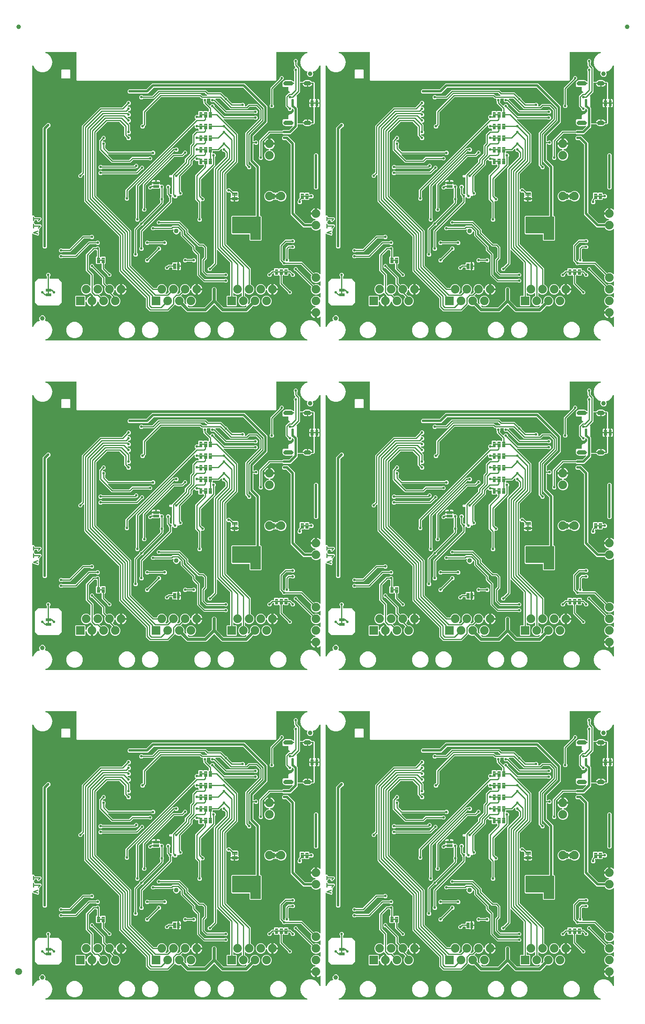
<source format=gbl>
G04 EAGLE Gerber RS-274X export*
G75*
%MOMM*%
%FSLAX34Y34*%
%LPD*%
%INBottom Copper*%
%IPPOS*%
%AMOC8*
5,1,8,0,0,1.08239X$1,22.5*%
G01*
%ADD10C,0.279400*%
%ADD11C,1.000000*%
%ADD12C,0.654000*%
%ADD13C,0.099059*%
%ADD14C,0.101600*%
%ADD15C,1.879600*%
%ADD16R,1.879600X1.879600*%
%ADD17C,1.016000*%
%ADD18C,1.500000*%
%ADD19C,0.558800*%
%ADD20C,0.254000*%
%ADD21C,0.508000*%
%ADD22C,0.635000*%

G36*
X602221Y2807D02*
X602221Y2807D01*
X602319Y2810D01*
X602379Y2827D01*
X602440Y2835D01*
X602531Y2870D01*
X602624Y2897D01*
X602678Y2929D01*
X602736Y2952D01*
X602815Y3009D01*
X602899Y3058D01*
X602943Y3102D01*
X602993Y3138D01*
X603055Y3213D01*
X603125Y3282D01*
X603157Y3336D01*
X603196Y3383D01*
X603238Y3471D01*
X603288Y3555D01*
X603305Y3615D01*
X603332Y3671D01*
X603350Y3767D01*
X603378Y3860D01*
X603380Y3922D01*
X603392Y3983D01*
X603385Y4081D01*
X603389Y4178D01*
X603376Y4239D01*
X603372Y4301D01*
X603342Y4393D01*
X603321Y4489D01*
X603293Y4544D01*
X603274Y4603D01*
X603222Y4686D01*
X603178Y4773D01*
X603137Y4819D01*
X603104Y4872D01*
X603033Y4939D01*
X602969Y5012D01*
X602917Y5047D01*
X602872Y5090D01*
X602787Y5137D01*
X602706Y5192D01*
X602611Y5234D01*
X602593Y5244D01*
X602583Y5246D01*
X602559Y5257D01*
X598767Y6637D01*
X593003Y11473D01*
X589241Y17990D01*
X587934Y25400D01*
X589241Y32810D01*
X593003Y39326D01*
X598767Y44163D01*
X605838Y46737D01*
X613362Y46737D01*
X620433Y44163D01*
X626197Y39327D01*
X629837Y33022D01*
X629925Y32906D01*
X630010Y32788D01*
X630021Y32780D01*
X630029Y32769D01*
X630143Y32679D01*
X630255Y32585D01*
X630268Y32580D01*
X630278Y32571D01*
X630412Y32512D01*
X630543Y32450D01*
X630556Y32447D01*
X630569Y32442D01*
X630713Y32417D01*
X630856Y32390D01*
X630869Y32391D01*
X630882Y32389D01*
X631028Y32401D01*
X631173Y32410D01*
X631186Y32414D01*
X631199Y32415D01*
X631337Y32463D01*
X631475Y32508D01*
X631487Y32515D01*
X631500Y32520D01*
X631621Y32600D01*
X631744Y32678D01*
X631753Y32688D01*
X631765Y32695D01*
X631862Y32804D01*
X631962Y32910D01*
X631969Y32922D01*
X631978Y32932D01*
X632045Y33060D01*
X632116Y33188D01*
X632119Y33201D01*
X632125Y33213D01*
X632159Y33355D01*
X632195Y33496D01*
X632196Y33515D01*
X632198Y33523D01*
X632198Y33540D01*
X632205Y33657D01*
X632205Y53457D01*
X632188Y53596D01*
X632175Y53734D01*
X632168Y53753D01*
X632165Y53773D01*
X632114Y53902D01*
X632067Y54033D01*
X632056Y54050D01*
X632048Y54068D01*
X631967Y54181D01*
X631888Y54296D01*
X631873Y54310D01*
X631862Y54326D01*
X631754Y54415D01*
X631650Y54507D01*
X631632Y54516D01*
X631617Y54529D01*
X631491Y54588D01*
X631366Y54651D01*
X631347Y54656D01*
X631329Y54664D01*
X631192Y54690D01*
X631056Y54721D01*
X631036Y54720D01*
X631017Y54724D01*
X630878Y54715D01*
X630738Y54711D01*
X630719Y54705D01*
X630699Y54704D01*
X630567Y54661D01*
X630433Y54622D01*
X630416Y54612D01*
X630397Y54606D01*
X630279Y54531D01*
X630159Y54461D01*
X630138Y54442D01*
X630128Y54436D01*
X630114Y54421D01*
X630108Y54416D01*
X628557Y53289D01*
X626883Y52436D01*
X625096Y51855D01*
X624839Y51815D01*
X624839Y62230D01*
X624824Y62348D01*
X624817Y62467D01*
X624804Y62505D01*
X624799Y62545D01*
X624756Y62656D01*
X624719Y62769D01*
X624697Y62803D01*
X624682Y62841D01*
X624612Y62937D01*
X624549Y63038D01*
X624519Y63066D01*
X624495Y63098D01*
X624404Y63174D01*
X624317Y63256D01*
X624282Y63275D01*
X624251Y63301D01*
X624143Y63352D01*
X624039Y63409D01*
X623999Y63420D01*
X623963Y63437D01*
X623846Y63459D01*
X623731Y63489D01*
X623670Y63493D01*
X623650Y63497D01*
X623630Y63495D01*
X623570Y63499D01*
X622299Y63499D01*
X622299Y64770D01*
X622284Y64888D01*
X622277Y65007D01*
X622264Y65045D01*
X622259Y65085D01*
X622215Y65196D01*
X622179Y65309D01*
X622157Y65344D01*
X622142Y65381D01*
X622072Y65477D01*
X622009Y65578D01*
X621979Y65606D01*
X621955Y65639D01*
X621864Y65714D01*
X621777Y65796D01*
X621742Y65816D01*
X621710Y65841D01*
X621603Y65892D01*
X621498Y65950D01*
X621459Y65960D01*
X621423Y65977D01*
X621306Y65999D01*
X621191Y66029D01*
X621130Y66033D01*
X621110Y66037D01*
X621090Y66035D01*
X621030Y66039D01*
X610615Y66039D01*
X610655Y66296D01*
X611236Y68083D01*
X612089Y69757D01*
X613194Y71278D01*
X614522Y72606D01*
X616043Y73711D01*
X617717Y74564D01*
X619504Y75145D01*
X619977Y75220D01*
X620100Y75255D01*
X620226Y75286D01*
X620253Y75300D01*
X620282Y75308D01*
X620393Y75374D01*
X620507Y75434D01*
X620530Y75455D01*
X620556Y75470D01*
X620647Y75561D01*
X620743Y75648D01*
X620759Y75674D01*
X620781Y75695D01*
X620847Y75806D01*
X620918Y75914D01*
X620927Y75943D01*
X620943Y75969D01*
X620979Y76093D01*
X621021Y76215D01*
X621023Y76245D01*
X621032Y76274D01*
X621036Y76403D01*
X621046Y76532D01*
X621041Y76562D01*
X621042Y76592D01*
X621014Y76718D01*
X620992Y76845D01*
X620979Y76873D01*
X620973Y76902D01*
X620914Y77017D01*
X620861Y77135D01*
X620842Y77159D01*
X620829Y77186D01*
X620743Y77282D01*
X620662Y77384D01*
X620638Y77402D01*
X620618Y77424D01*
X620512Y77497D01*
X620408Y77575D01*
X620370Y77594D01*
X620356Y77603D01*
X620335Y77611D01*
X620264Y77646D01*
X615969Y79425D01*
X612825Y82569D01*
X611123Y86677D01*
X611123Y91123D01*
X612825Y95231D01*
X615969Y98375D01*
X620077Y100077D01*
X624523Y100077D01*
X628631Y98375D01*
X630039Y96968D01*
X630148Y96882D01*
X630255Y96794D01*
X630274Y96785D01*
X630290Y96773D01*
X630418Y96717D01*
X630543Y96658D01*
X630563Y96655D01*
X630582Y96646D01*
X630720Y96625D01*
X630856Y96599D01*
X630876Y96600D01*
X630896Y96597D01*
X631035Y96610D01*
X631173Y96618D01*
X631192Y96625D01*
X631212Y96626D01*
X631344Y96674D01*
X631475Y96716D01*
X631493Y96727D01*
X631512Y96734D01*
X631627Y96812D01*
X631744Y96886D01*
X631758Y96901D01*
X631775Y96913D01*
X631867Y97017D01*
X631962Y97118D01*
X631972Y97136D01*
X631985Y97151D01*
X632049Y97275D01*
X632116Y97397D01*
X632121Y97416D01*
X632130Y97434D01*
X632160Y97570D01*
X632195Y97705D01*
X632197Y97733D01*
X632200Y97745D01*
X632199Y97765D01*
X632205Y97865D01*
X632205Y105335D01*
X632188Y105473D01*
X632175Y105611D01*
X632168Y105630D01*
X632165Y105650D01*
X632114Y105780D01*
X632067Y105910D01*
X632056Y105927D01*
X632048Y105946D01*
X631967Y106058D01*
X631889Y106174D01*
X631873Y106187D01*
X631862Y106203D01*
X631754Y106292D01*
X631650Y106384D01*
X631632Y106393D01*
X631617Y106406D01*
X631491Y106465D01*
X631367Y106529D01*
X631347Y106533D01*
X631329Y106542D01*
X631192Y106568D01*
X631057Y106598D01*
X631036Y106598D01*
X631017Y106601D01*
X630878Y106593D01*
X630739Y106589D01*
X630719Y106583D01*
X630699Y106582D01*
X630567Y106539D01*
X630433Y106500D01*
X630416Y106490D01*
X630397Y106484D01*
X630279Y106409D01*
X630159Y106339D01*
X630138Y106320D01*
X630128Y106314D01*
X630114Y106299D01*
X630039Y106232D01*
X628631Y104825D01*
X624523Y103123D01*
X620077Y103123D01*
X615969Y104825D01*
X612825Y107969D01*
X611123Y112077D01*
X611123Y116523D01*
X612158Y119022D01*
X612166Y119050D01*
X612180Y119077D01*
X612208Y119204D01*
X612242Y119329D01*
X612243Y119358D01*
X612249Y119387D01*
X612245Y119517D01*
X612247Y119647D01*
X612240Y119675D01*
X612240Y119705D01*
X612203Y119830D01*
X612173Y119956D01*
X612159Y119982D01*
X612151Y120010D01*
X612085Y120122D01*
X612024Y120237D01*
X612005Y120259D01*
X611990Y120284D01*
X611883Y120405D01*
X578483Y153806D01*
X578405Y153866D01*
X578333Y153934D01*
X578280Y153963D01*
X578232Y154000D01*
X578141Y154040D01*
X578054Y154088D01*
X577995Y154103D01*
X577940Y154127D01*
X577842Y154142D01*
X577746Y154167D01*
X577646Y154173D01*
X577626Y154177D01*
X577613Y154175D01*
X577585Y154177D01*
X575956Y154177D01*
X573277Y156856D01*
X573277Y160644D01*
X575956Y163323D01*
X579744Y163323D01*
X582423Y160644D01*
X582423Y159015D01*
X582435Y158916D01*
X582438Y158817D01*
X582455Y158759D01*
X582463Y158699D01*
X582499Y158607D01*
X582527Y158512D01*
X582557Y158460D01*
X582580Y158403D01*
X582638Y158323D01*
X582688Y158238D01*
X582754Y158163D01*
X582766Y158146D01*
X582776Y158138D01*
X582794Y158117D01*
X616195Y124717D01*
X616218Y124699D01*
X616237Y124676D01*
X616343Y124602D01*
X616446Y124522D01*
X616473Y124510D01*
X616497Y124493D01*
X616619Y124447D01*
X616738Y124396D01*
X616767Y124391D01*
X616795Y124380D01*
X616924Y124366D01*
X617052Y124346D01*
X617081Y124348D01*
X617111Y124345D01*
X617239Y124363D01*
X617369Y124375D01*
X617396Y124385D01*
X617426Y124390D01*
X617578Y124442D01*
X620077Y125477D01*
X624523Y125477D01*
X628631Y123775D01*
X630039Y122368D01*
X630148Y122282D01*
X630255Y122194D01*
X630274Y122185D01*
X630290Y122173D01*
X630418Y122117D01*
X630543Y122058D01*
X630563Y122055D01*
X630582Y122046D01*
X630720Y122025D01*
X630856Y121999D01*
X630876Y122000D01*
X630896Y121997D01*
X631035Y122010D01*
X631173Y122018D01*
X631192Y122025D01*
X631212Y122026D01*
X631344Y122074D01*
X631475Y122116D01*
X631493Y122127D01*
X631512Y122134D01*
X631627Y122212D01*
X631744Y122286D01*
X631758Y122301D01*
X631775Y122313D01*
X631867Y122417D01*
X631962Y122518D01*
X631972Y122536D01*
X631985Y122551D01*
X632049Y122675D01*
X632116Y122797D01*
X632121Y122816D01*
X632130Y122834D01*
X632160Y122970D01*
X632195Y123105D01*
X632197Y123133D01*
X632200Y123145D01*
X632199Y123165D01*
X632205Y123265D01*
X632205Y130735D01*
X632188Y130873D01*
X632175Y131011D01*
X632168Y131030D01*
X632165Y131050D01*
X632114Y131180D01*
X632067Y131310D01*
X632056Y131327D01*
X632048Y131346D01*
X631967Y131458D01*
X631889Y131574D01*
X631873Y131587D01*
X631862Y131603D01*
X631754Y131692D01*
X631650Y131784D01*
X631632Y131793D01*
X631617Y131806D01*
X631491Y131865D01*
X631367Y131929D01*
X631347Y131933D01*
X631329Y131942D01*
X631192Y131968D01*
X631057Y131998D01*
X631036Y131998D01*
X631017Y132001D01*
X630878Y131993D01*
X630739Y131989D01*
X630719Y131983D01*
X630699Y131982D01*
X630567Y131939D01*
X630433Y131900D01*
X630416Y131890D01*
X630397Y131884D01*
X630279Y131809D01*
X630159Y131739D01*
X630138Y131720D01*
X630128Y131714D01*
X630114Y131699D01*
X630039Y131632D01*
X628631Y130225D01*
X624523Y128523D01*
X620077Y128523D01*
X615969Y130225D01*
X612825Y133369D01*
X611123Y137477D01*
X611123Y141923D01*
X612158Y144422D01*
X612166Y144451D01*
X612180Y144477D01*
X612208Y144604D01*
X612242Y144729D01*
X612243Y144758D01*
X612249Y144787D01*
X612245Y144917D01*
X612247Y145047D01*
X612240Y145075D01*
X612240Y145105D01*
X612203Y145230D01*
X612173Y145356D01*
X612159Y145382D01*
X612151Y145410D01*
X612085Y145522D01*
X612024Y145637D01*
X612005Y145659D01*
X611990Y145684D01*
X611883Y145805D01*
X589659Y168030D01*
X589581Y168090D01*
X589509Y168158D01*
X589456Y168187D01*
X589408Y168224D01*
X589317Y168264D01*
X589230Y168312D01*
X589171Y168327D01*
X589116Y168351D01*
X589018Y168366D01*
X588922Y168391D01*
X588822Y168397D01*
X588802Y168401D01*
X588789Y168399D01*
X588761Y168401D01*
X556394Y168401D01*
X556296Y168389D01*
X556197Y168386D01*
X556138Y168369D01*
X556078Y168361D01*
X555986Y168325D01*
X555891Y168297D01*
X555839Y168267D01*
X555783Y168244D01*
X555703Y168186D01*
X555617Y168136D01*
X555542Y168070D01*
X555525Y168058D01*
X555517Y168048D01*
X555496Y168030D01*
X554344Y166877D01*
X550556Y166877D01*
X547877Y169556D01*
X547877Y171185D01*
X547865Y171284D01*
X547862Y171383D01*
X547845Y171441D01*
X547837Y171501D01*
X547801Y171593D01*
X547773Y171688D01*
X547743Y171740D01*
X547720Y171797D01*
X547662Y171877D01*
X547612Y171962D01*
X547546Y172037D01*
X547534Y172054D01*
X547524Y172062D01*
X547506Y172083D01*
X543051Y176537D01*
X543051Y210813D01*
X554997Y222759D01*
X567556Y222759D01*
X567654Y222771D01*
X567753Y222774D01*
X567812Y222791D01*
X567872Y222799D01*
X567964Y222835D01*
X568059Y222863D01*
X568111Y222893D01*
X568167Y222916D01*
X568247Y222974D01*
X568333Y223024D01*
X568408Y223090D01*
X568425Y223102D01*
X568433Y223112D01*
X568454Y223130D01*
X569606Y224283D01*
X573394Y224283D01*
X576073Y221604D01*
X576073Y217816D01*
X573394Y215137D01*
X569606Y215137D01*
X568454Y216290D01*
X568375Y216350D01*
X568303Y216418D01*
X568250Y216447D01*
X568202Y216484D01*
X568111Y216524D01*
X568025Y216572D01*
X567966Y216587D01*
X567911Y216611D01*
X567813Y216626D01*
X567717Y216651D01*
X567617Y216657D01*
X567596Y216661D01*
X567584Y216659D01*
X567556Y216661D01*
X558049Y216661D01*
X557950Y216649D01*
X557851Y216646D01*
X557793Y216629D01*
X557733Y216621D01*
X557641Y216585D01*
X557546Y216557D01*
X557494Y216527D01*
X557437Y216504D01*
X557357Y216446D01*
X557272Y216396D01*
X557197Y216330D01*
X557180Y216318D01*
X557172Y216308D01*
X557151Y216290D01*
X549520Y208659D01*
X549460Y208581D01*
X549392Y208509D01*
X549363Y208456D01*
X549326Y208408D01*
X549286Y208317D01*
X549238Y208230D01*
X549223Y208171D01*
X549199Y208116D01*
X549184Y208018D01*
X549159Y207922D01*
X549153Y207822D01*
X549149Y207802D01*
X549151Y207789D01*
X549149Y207761D01*
X549149Y179589D01*
X549161Y179490D01*
X549164Y179391D01*
X549181Y179333D01*
X549189Y179273D01*
X549225Y179181D01*
X549253Y179086D01*
X549283Y179034D01*
X549306Y178977D01*
X549364Y178897D01*
X549414Y178812D01*
X549480Y178737D01*
X549492Y178720D01*
X549502Y178712D01*
X549520Y178691D01*
X551817Y176394D01*
X551895Y176334D01*
X551967Y176266D01*
X552020Y176237D01*
X552068Y176200D01*
X552159Y176160D01*
X552246Y176112D01*
X552305Y176097D01*
X552360Y176073D01*
X552458Y176058D01*
X552554Y176033D01*
X552654Y176027D01*
X552674Y176023D01*
X552687Y176025D01*
X552715Y176023D01*
X552958Y176023D01*
X553076Y176038D01*
X553195Y176045D01*
X553233Y176058D01*
X553274Y176063D01*
X553384Y176106D01*
X553497Y176143D01*
X553532Y176165D01*
X553569Y176180D01*
X553665Y176249D01*
X553766Y176313D01*
X553794Y176343D01*
X553827Y176366D01*
X553903Y176458D01*
X553984Y176545D01*
X554004Y176580D01*
X554029Y176611D01*
X554080Y176719D01*
X554138Y176823D01*
X554148Y176863D01*
X554165Y176899D01*
X554187Y177016D01*
X554217Y177131D01*
X554221Y177191D01*
X554225Y177211D01*
X554223Y177232D01*
X554227Y177292D01*
X554227Y179694D01*
X555380Y180846D01*
X555440Y180925D01*
X555508Y180997D01*
X555537Y181050D01*
X555574Y181098D01*
X555614Y181189D01*
X555662Y181275D01*
X555677Y181334D01*
X555701Y181389D01*
X555716Y181487D01*
X555741Y181583D01*
X555746Y181666D01*
X555749Y181678D01*
X555748Y181688D01*
X555751Y181704D01*
X555749Y181716D01*
X555751Y181744D01*
X555751Y204463D01*
X561347Y210059D01*
X567556Y210059D01*
X567654Y210071D01*
X567753Y210074D01*
X567812Y210091D01*
X567872Y210099D01*
X567964Y210135D01*
X568059Y210163D01*
X568111Y210193D01*
X568167Y210216D01*
X568247Y210274D01*
X568333Y210324D01*
X568408Y210390D01*
X568425Y210402D01*
X568433Y210412D01*
X568454Y210430D01*
X569606Y211583D01*
X573394Y211583D01*
X576073Y208904D01*
X576073Y205116D01*
X573394Y202437D01*
X569606Y202437D01*
X568454Y203590D01*
X568375Y203650D01*
X568303Y203718D01*
X568250Y203747D01*
X568202Y203784D01*
X568111Y203824D01*
X568025Y203872D01*
X567966Y203887D01*
X567911Y203911D01*
X567813Y203926D01*
X567717Y203951D01*
X567617Y203957D01*
X567596Y203961D01*
X567584Y203959D01*
X567556Y203961D01*
X564399Y203961D01*
X564300Y203949D01*
X564201Y203946D01*
X564143Y203929D01*
X564083Y203921D01*
X563991Y203885D01*
X563896Y203857D01*
X563844Y203827D01*
X563787Y203804D01*
X563707Y203746D01*
X563622Y203696D01*
X563547Y203630D01*
X563530Y203618D01*
X563522Y203608D01*
X563501Y203590D01*
X562220Y202309D01*
X562160Y202231D01*
X562092Y202159D01*
X562063Y202106D01*
X562026Y202058D01*
X561986Y201967D01*
X561938Y201880D01*
X561923Y201821D01*
X561899Y201766D01*
X561884Y201668D01*
X561859Y201572D01*
X561853Y201472D01*
X561849Y201452D01*
X561851Y201439D01*
X561849Y201411D01*
X561849Y181744D01*
X561861Y181646D01*
X561864Y181547D01*
X561871Y181523D01*
X561871Y181522D01*
X561873Y181517D01*
X561881Y181488D01*
X561889Y181428D01*
X561925Y181336D01*
X561953Y181241D01*
X561983Y181189D01*
X562006Y181133D01*
X562064Y181053D01*
X562114Y180967D01*
X562180Y180892D01*
X562192Y180875D01*
X562202Y180867D01*
X562220Y180846D01*
X563373Y179694D01*
X563373Y175768D01*
X563388Y175650D01*
X563395Y175531D01*
X563408Y175493D01*
X563413Y175452D01*
X563456Y175342D01*
X563493Y175229D01*
X563515Y175194D01*
X563530Y175157D01*
X563599Y175061D01*
X563663Y174960D01*
X563693Y174932D01*
X563716Y174899D01*
X563808Y174823D01*
X563895Y174742D01*
X563930Y174722D01*
X563961Y174697D01*
X564069Y174646D01*
X564173Y174588D01*
X564213Y174578D01*
X564249Y174561D01*
X564366Y174539D01*
X564481Y174509D01*
X564541Y174505D01*
X564561Y174501D01*
X564582Y174503D01*
X564642Y174499D01*
X591813Y174499D01*
X616195Y150117D01*
X616218Y150099D01*
X616237Y150076D01*
X616343Y150002D01*
X616446Y149922D01*
X616473Y149910D01*
X616497Y149893D01*
X616619Y149847D01*
X616738Y149796D01*
X616767Y149791D01*
X616795Y149780D01*
X616924Y149766D01*
X617052Y149746D01*
X617081Y149748D01*
X617111Y149745D01*
X617239Y149763D01*
X617369Y149775D01*
X617396Y149785D01*
X617426Y149790D01*
X617578Y149842D01*
X620077Y150877D01*
X624523Y150877D01*
X628631Y149175D01*
X630039Y147768D01*
X630148Y147682D01*
X630255Y147594D01*
X630274Y147585D01*
X630290Y147573D01*
X630418Y147517D01*
X630543Y147458D01*
X630563Y147455D01*
X630582Y147446D01*
X630720Y147425D01*
X630856Y147399D01*
X630876Y147400D01*
X630896Y147397D01*
X631035Y147410D01*
X631173Y147418D01*
X631192Y147425D01*
X631212Y147426D01*
X631344Y147474D01*
X631475Y147516D01*
X631493Y147527D01*
X631512Y147534D01*
X631627Y147612D01*
X631744Y147686D01*
X631758Y147701D01*
X631775Y147713D01*
X631867Y147817D01*
X631962Y147918D01*
X631972Y147936D01*
X631985Y147951D01*
X632049Y148075D01*
X632116Y148197D01*
X632121Y148216D01*
X632130Y148234D01*
X632160Y148370D01*
X632195Y148505D01*
X632197Y148533D01*
X632200Y148545D01*
X632199Y148565D01*
X632205Y148665D01*
X632205Y245035D01*
X632188Y245173D01*
X632175Y245311D01*
X632168Y245330D01*
X632165Y245350D01*
X632114Y245480D01*
X632067Y245610D01*
X632056Y245627D01*
X632048Y245646D01*
X631967Y245758D01*
X631889Y245874D01*
X631873Y245887D01*
X631862Y245903D01*
X631754Y245992D01*
X631650Y246084D01*
X631632Y246093D01*
X631617Y246106D01*
X631491Y246165D01*
X631367Y246229D01*
X631347Y246233D01*
X631329Y246242D01*
X631192Y246268D01*
X631057Y246298D01*
X631036Y246298D01*
X631017Y246301D01*
X630878Y246293D01*
X630739Y246289D01*
X630719Y246283D01*
X630699Y246282D01*
X630567Y246239D01*
X630433Y246200D01*
X630416Y246190D01*
X630397Y246184D01*
X630279Y246109D01*
X630159Y246039D01*
X630138Y246020D01*
X630128Y246014D01*
X630114Y245999D01*
X630039Y245932D01*
X628631Y244525D01*
X624523Y242823D01*
X620077Y242823D01*
X615969Y244525D01*
X612825Y247669D01*
X612316Y248898D01*
X612301Y248923D01*
X612292Y248951D01*
X612223Y249061D01*
X612158Y249174D01*
X612138Y249195D01*
X612122Y249220D01*
X612027Y249309D01*
X611937Y249402D01*
X611912Y249418D01*
X611890Y249438D01*
X611777Y249501D01*
X611666Y249569D01*
X611638Y249577D01*
X611612Y249592D01*
X611486Y249624D01*
X611362Y249662D01*
X611332Y249664D01*
X611304Y249671D01*
X611143Y249681D01*
X595111Y249681D01*
X567181Y277611D01*
X567181Y371976D01*
X567169Y372074D01*
X567166Y372173D01*
X567149Y372232D01*
X567141Y372292D01*
X567105Y372384D01*
X567077Y372479D01*
X567047Y372531D01*
X567024Y372587D01*
X566966Y372667D01*
X566927Y372734D01*
X566927Y376565D01*
X566938Y376577D01*
X566967Y376630D01*
X567004Y376678D01*
X567044Y376769D01*
X567092Y376855D01*
X567107Y376914D01*
X567131Y376969D01*
X567146Y377067D01*
X567171Y377163D01*
X567177Y377263D01*
X567181Y377284D01*
X567179Y377296D01*
X567181Y377324D01*
X567181Y378326D01*
X567169Y378424D01*
X567166Y378523D01*
X567149Y378582D01*
X567141Y378642D01*
X567105Y378734D01*
X567077Y378829D01*
X567047Y378881D01*
X567024Y378937D01*
X566966Y379017D01*
X566927Y379084D01*
X566927Y382915D01*
X566938Y382927D01*
X566967Y382980D01*
X567004Y383028D01*
X567044Y383119D01*
X567092Y383205D01*
X567107Y383264D01*
X567131Y383319D01*
X567146Y383417D01*
X567171Y383513D01*
X567177Y383613D01*
X567181Y383634D01*
X567179Y383646D01*
X567181Y383674D01*
X567181Y429485D01*
X567169Y429584D01*
X567166Y429683D01*
X567149Y429741D01*
X567141Y429801D01*
X567105Y429893D01*
X567077Y429988D01*
X567047Y430040D01*
X567024Y430097D01*
X566966Y430177D01*
X566916Y430262D01*
X566850Y430337D01*
X566838Y430354D01*
X566828Y430362D01*
X566810Y430383D01*
X557637Y439556D01*
X557559Y439616D01*
X557486Y439684D01*
X557433Y439713D01*
X557386Y439750D01*
X557295Y439790D01*
X557208Y439838D01*
X557149Y439853D01*
X557094Y439877D01*
X556996Y439892D01*
X556900Y439917D01*
X556895Y439917D01*
X556873Y439938D01*
X556820Y439967D01*
X556772Y440004D01*
X556681Y440044D01*
X556595Y440092D01*
X556536Y440107D01*
X556481Y440131D01*
X556383Y440146D01*
X556287Y440171D01*
X556187Y440177D01*
X556166Y440181D01*
X556154Y440179D01*
X556126Y440181D01*
X555124Y440181D01*
X555026Y440169D01*
X554927Y440166D01*
X554868Y440149D01*
X554808Y440141D01*
X554716Y440105D01*
X554621Y440077D01*
X554569Y440047D01*
X554513Y440024D01*
X554433Y439966D01*
X554366Y439927D01*
X550556Y439927D01*
X547877Y442606D01*
X547877Y446394D01*
X550556Y449073D01*
X554365Y449073D01*
X554377Y449062D01*
X554430Y449033D01*
X554478Y448996D01*
X554569Y448956D01*
X554655Y448908D01*
X554714Y448893D01*
X554769Y448869D01*
X554867Y448854D01*
X554963Y448829D01*
X555063Y448823D01*
X555084Y448819D01*
X555096Y448821D01*
X555124Y448819D01*
X556126Y448819D01*
X556224Y448831D01*
X556323Y448834D01*
X556382Y448851D01*
X556442Y448859D01*
X556534Y448895D01*
X556629Y448923D01*
X556681Y448953D01*
X556737Y448976D01*
X556817Y449034D01*
X556884Y449073D01*
X560694Y449073D01*
X563388Y446379D01*
X563388Y446363D01*
X563405Y446305D01*
X563413Y446245D01*
X563449Y446153D01*
X563477Y446058D01*
X563507Y446006D01*
X563530Y445949D01*
X563588Y445869D01*
X563638Y445784D01*
X563704Y445709D01*
X563716Y445692D01*
X563726Y445684D01*
X563744Y445663D01*
X575819Y433589D01*
X575819Y383674D01*
X575831Y383576D01*
X575834Y383477D01*
X575851Y383418D01*
X575859Y383358D01*
X575895Y383266D01*
X575923Y383171D01*
X575953Y383119D01*
X575976Y383063D01*
X576034Y382983D01*
X576073Y382916D01*
X576073Y379085D01*
X576062Y379073D01*
X576033Y379020D01*
X575996Y378972D01*
X575956Y378881D01*
X575908Y378795D01*
X575893Y378736D01*
X575869Y378681D01*
X575854Y378583D01*
X575829Y378487D01*
X575823Y378387D01*
X575819Y378366D01*
X575821Y378354D01*
X575819Y378326D01*
X575819Y377324D01*
X575831Y377226D01*
X575834Y377127D01*
X575851Y377068D01*
X575859Y377008D01*
X575895Y376916D01*
X575923Y376821D01*
X575953Y376769D01*
X575976Y376713D01*
X576034Y376633D01*
X576073Y376566D01*
X576073Y372735D01*
X576062Y372723D01*
X576033Y372670D01*
X575996Y372622D01*
X575956Y372531D01*
X575908Y372445D01*
X575893Y372386D01*
X575869Y372331D01*
X575854Y372233D01*
X575829Y372137D01*
X575823Y372037D01*
X575819Y372016D01*
X575821Y372004D01*
X575819Y371976D01*
X575819Y281715D01*
X575831Y281616D01*
X575834Y281517D01*
X575851Y281459D01*
X575859Y281399D01*
X575895Y281307D01*
X575923Y281212D01*
X575953Y281160D01*
X575976Y281103D01*
X576034Y281023D01*
X576084Y280938D01*
X576150Y280863D01*
X576162Y280846D01*
X576172Y280838D01*
X576190Y280817D01*
X598317Y258690D01*
X598395Y258630D01*
X598468Y258562D01*
X598521Y258533D01*
X598568Y258496D01*
X598659Y258456D01*
X598746Y258408D01*
X598805Y258393D01*
X598860Y258369D01*
X598958Y258354D01*
X599054Y258329D01*
X599154Y258323D01*
X599174Y258319D01*
X599187Y258321D01*
X599215Y258319D01*
X611143Y258319D01*
X611173Y258322D01*
X611202Y258320D01*
X611330Y258342D01*
X611459Y258359D01*
X611486Y258369D01*
X611515Y258374D01*
X611634Y258428D01*
X611754Y258476D01*
X611778Y258493D01*
X611805Y258505D01*
X611907Y258586D01*
X612012Y258662D01*
X612031Y258685D01*
X612054Y258704D01*
X612132Y258807D01*
X612215Y258907D01*
X612227Y258934D01*
X612245Y258958D01*
X612316Y259102D01*
X612825Y260331D01*
X615969Y263475D01*
X620264Y265254D01*
X620376Y265318D01*
X620491Y265377D01*
X620514Y265397D01*
X620540Y265412D01*
X620633Y265502D01*
X620730Y265587D01*
X620747Y265612D01*
X620768Y265633D01*
X620836Y265743D01*
X620909Y265850D01*
X620919Y265878D01*
X620935Y265904D01*
X620973Y266027D01*
X621017Y266149D01*
X621019Y266179D01*
X621028Y266208D01*
X621034Y266337D01*
X621047Y266466D01*
X621042Y266496D01*
X621043Y266526D01*
X621017Y266652D01*
X620997Y266780D01*
X620985Y266808D01*
X620979Y266837D01*
X620922Y266954D01*
X620871Y267072D01*
X620853Y267096D01*
X620839Y267123D01*
X620756Y267221D01*
X620676Y267323D01*
X620653Y267342D01*
X620633Y267365D01*
X620527Y267439D01*
X620425Y267519D01*
X620398Y267531D01*
X620373Y267548D01*
X620252Y267594D01*
X620134Y267645D01*
X620092Y267655D01*
X620076Y267661D01*
X620054Y267663D01*
X619977Y267680D01*
X619504Y267755D01*
X617717Y268336D01*
X616043Y269189D01*
X614522Y270294D01*
X613194Y271622D01*
X612089Y273143D01*
X611236Y274817D01*
X610655Y276604D01*
X610615Y276861D01*
X621030Y276861D01*
X621148Y276876D01*
X621267Y276883D01*
X621305Y276896D01*
X621345Y276901D01*
X621456Y276944D01*
X621569Y276981D01*
X621603Y277003D01*
X621641Y277018D01*
X621737Y277088D01*
X621838Y277151D01*
X621866Y277181D01*
X621898Y277204D01*
X621974Y277296D01*
X622056Y277383D01*
X622075Y277418D01*
X622101Y277449D01*
X622152Y277557D01*
X622209Y277661D01*
X622220Y277701D01*
X622237Y277737D01*
X622259Y277854D01*
X622289Y277969D01*
X622293Y278030D01*
X622297Y278050D01*
X622295Y278070D01*
X622299Y278130D01*
X622299Y279401D01*
X623570Y279401D01*
X623688Y279416D01*
X623807Y279423D01*
X623845Y279436D01*
X623885Y279441D01*
X623996Y279485D01*
X624109Y279521D01*
X624144Y279543D01*
X624181Y279558D01*
X624277Y279628D01*
X624378Y279691D01*
X624406Y279721D01*
X624439Y279745D01*
X624514Y279836D01*
X624596Y279923D01*
X624616Y279958D01*
X624641Y279990D01*
X624692Y280097D01*
X624750Y280202D01*
X624760Y280241D01*
X624777Y280277D01*
X624799Y280394D01*
X624829Y280509D01*
X624833Y280570D01*
X624837Y280590D01*
X624835Y280610D01*
X624839Y280670D01*
X624839Y291085D01*
X625096Y291045D01*
X626883Y290464D01*
X628557Y289611D01*
X630158Y288448D01*
X630174Y288439D01*
X630255Y288371D01*
X630274Y288363D01*
X630289Y288351D01*
X630417Y288295D01*
X630543Y288236D01*
X630563Y288232D01*
X630581Y288224D01*
X630719Y288202D01*
X630856Y288176D01*
X630875Y288177D01*
X630895Y288174D01*
X631034Y288187D01*
X631173Y288196D01*
X631192Y288202D01*
X631212Y288204D01*
X631343Y288251D01*
X631475Y288294D01*
X631492Y288305D01*
X631511Y288311D01*
X631626Y288389D01*
X631744Y288464D01*
X631758Y288479D01*
X631774Y288490D01*
X631866Y288594D01*
X631962Y288696D01*
X631972Y288713D01*
X631985Y288728D01*
X632048Y288852D01*
X632116Y288974D01*
X632121Y288994D01*
X632130Y289011D01*
X632160Y289147D01*
X632195Y289282D01*
X632197Y289310D01*
X632199Y289322D01*
X632199Y289342D01*
X632205Y289443D01*
X632205Y601343D01*
X632187Y601487D01*
X632172Y601633D01*
X632167Y601645D01*
X632165Y601659D01*
X632112Y601794D01*
X632061Y601931D01*
X632053Y601942D01*
X632048Y601954D01*
X631963Y602072D01*
X631880Y602192D01*
X631870Y602201D01*
X631862Y602212D01*
X631749Y602305D01*
X631639Y602400D01*
X631627Y602406D01*
X631617Y602415D01*
X631485Y602476D01*
X631354Y602541D01*
X631341Y602544D01*
X631329Y602550D01*
X631187Y602577D01*
X631043Y602608D01*
X631030Y602607D01*
X631017Y602610D01*
X630872Y602601D01*
X630726Y602595D01*
X630713Y602591D01*
X630699Y602590D01*
X630561Y602545D01*
X630421Y602503D01*
X630409Y602496D01*
X630397Y602492D01*
X630273Y602414D01*
X630149Y602339D01*
X630139Y602329D01*
X630128Y602322D01*
X630028Y602215D01*
X629926Y602112D01*
X629916Y602096D01*
X629910Y602090D01*
X629902Y602075D01*
X629837Y601978D01*
X626197Y595673D01*
X620433Y590837D01*
X616252Y589315D01*
X616121Y589248D01*
X615990Y589184D01*
X615981Y589176D01*
X615969Y589170D01*
X615860Y589072D01*
X615748Y588977D01*
X615741Y588967D01*
X615732Y588959D01*
X615650Y588838D01*
X615565Y588717D01*
X615561Y588706D01*
X615554Y588695D01*
X615504Y588557D01*
X615452Y588420D01*
X615451Y588407D01*
X615447Y588396D01*
X615433Y588250D01*
X615417Y588104D01*
X615419Y588091D01*
X615418Y588079D01*
X615441Y587934D01*
X615462Y587789D01*
X615467Y587773D01*
X615468Y587765D01*
X615475Y587750D01*
X615514Y587637D01*
X616379Y585548D01*
X616379Y582852D01*
X615347Y580360D01*
X613440Y578453D01*
X610948Y577421D01*
X608252Y577421D01*
X605760Y578453D01*
X603853Y580360D01*
X602821Y582852D01*
X602821Y585548D01*
X603686Y587637D01*
X603725Y587777D01*
X603766Y587919D01*
X603767Y587931D01*
X603770Y587943D01*
X603773Y588090D01*
X603778Y588236D01*
X603775Y588249D01*
X603775Y588261D01*
X603741Y588404D01*
X603710Y588547D01*
X603704Y588558D01*
X603701Y588571D01*
X603633Y588700D01*
X603567Y588831D01*
X603558Y588841D01*
X603552Y588852D01*
X603454Y588960D01*
X603357Y589071D01*
X603347Y589078D01*
X603339Y589087D01*
X603216Y589168D01*
X603095Y589251D01*
X603080Y589258D01*
X603073Y589262D01*
X603057Y589267D01*
X602948Y589315D01*
X598767Y590837D01*
X593003Y595673D01*
X589241Y602190D01*
X587934Y609600D01*
X589241Y617010D01*
X593003Y623526D01*
X598767Y628363D01*
X602559Y629743D01*
X602646Y629788D01*
X602736Y629824D01*
X602786Y629860D01*
X602842Y629889D01*
X602915Y629953D01*
X602993Y630010D01*
X603033Y630058D01*
X603080Y630100D01*
X603134Y630180D01*
X603196Y630255D01*
X603223Y630312D01*
X603258Y630363D01*
X603290Y630455D01*
X603332Y630543D01*
X603343Y630604D01*
X603364Y630663D01*
X603373Y630760D01*
X603392Y630856D01*
X603388Y630918D01*
X603393Y630980D01*
X603378Y631076D01*
X603372Y631173D01*
X603353Y631232D01*
X603343Y631294D01*
X603304Y631383D01*
X603274Y631475D01*
X603240Y631528D01*
X603216Y631585D01*
X603156Y631662D01*
X603104Y631744D01*
X603058Y631787D01*
X603020Y631836D01*
X602943Y631895D01*
X602872Y631962D01*
X602817Y631992D01*
X602768Y632030D01*
X602679Y632069D01*
X602593Y632116D01*
X602533Y632131D01*
X602476Y632156D01*
X602380Y632171D01*
X602286Y632195D01*
X602181Y632202D01*
X602162Y632205D01*
X602150Y632204D01*
X602125Y632205D01*
X536448Y632205D01*
X536330Y632190D01*
X536211Y632183D01*
X536173Y632170D01*
X536132Y632165D01*
X536022Y632122D01*
X535909Y632085D01*
X535874Y632063D01*
X535837Y632048D01*
X535741Y631979D01*
X535640Y631915D01*
X535612Y631885D01*
X535579Y631862D01*
X535503Y631770D01*
X535422Y631683D01*
X535402Y631648D01*
X535377Y631617D01*
X535326Y631509D01*
X535268Y631405D01*
X535258Y631365D01*
X535241Y631329D01*
X535219Y631212D01*
X535189Y631097D01*
X535185Y631037D01*
X535181Y631017D01*
X535183Y630996D01*
X535179Y630936D01*
X535179Y570763D01*
X534137Y569721D01*
X100863Y569721D01*
X99821Y570763D01*
X99821Y630936D01*
X99806Y631054D01*
X99799Y631173D01*
X99786Y631211D01*
X99781Y631252D01*
X99738Y631362D01*
X99701Y631475D01*
X99679Y631510D01*
X99664Y631547D01*
X99595Y631643D01*
X99531Y631744D01*
X99501Y631772D01*
X99478Y631805D01*
X99386Y631881D01*
X99299Y631962D01*
X99264Y631982D01*
X99233Y632007D01*
X99125Y632058D01*
X99021Y632116D01*
X98981Y632126D01*
X98945Y632143D01*
X98828Y632165D01*
X98713Y632195D01*
X98653Y632199D01*
X98633Y632203D01*
X98612Y632201D01*
X98552Y632205D01*
X32875Y632205D01*
X32779Y632193D01*
X32681Y632190D01*
X32621Y632173D01*
X32560Y632165D01*
X32469Y632130D01*
X32376Y632103D01*
X32322Y632071D01*
X32264Y632048D01*
X32185Y631991D01*
X32101Y631942D01*
X32057Y631898D01*
X32007Y631862D01*
X31945Y631787D01*
X31875Y631718D01*
X31843Y631664D01*
X31804Y631617D01*
X31762Y631529D01*
X31712Y631445D01*
X31695Y631385D01*
X31668Y631329D01*
X31650Y631233D01*
X31622Y631140D01*
X31620Y631078D01*
X31608Y631017D01*
X31615Y630919D01*
X31611Y630822D01*
X31624Y630761D01*
X31628Y630699D01*
X31658Y630607D01*
X31679Y630511D01*
X31707Y630456D01*
X31726Y630397D01*
X31778Y630314D01*
X31822Y630227D01*
X31863Y630181D01*
X31896Y630128D01*
X31967Y630061D01*
X32031Y629988D01*
X32083Y629953D01*
X32128Y629910D01*
X32213Y629863D01*
X32294Y629808D01*
X32389Y629766D01*
X32407Y629756D01*
X32417Y629754D01*
X32441Y629743D01*
X36233Y628363D01*
X41997Y623527D01*
X45759Y617010D01*
X47066Y609600D01*
X45759Y602190D01*
X41997Y595674D01*
X36233Y590837D01*
X29162Y588263D01*
X21638Y588263D01*
X14567Y590837D01*
X8803Y595673D01*
X5163Y601978D01*
X5075Y602094D01*
X4990Y602212D01*
X4979Y602220D01*
X4971Y602231D01*
X4857Y602321D01*
X4745Y602415D01*
X4732Y602420D01*
X4722Y602429D01*
X4588Y602488D01*
X4457Y602550D01*
X4444Y602553D01*
X4431Y602558D01*
X4287Y602583D01*
X4144Y602610D01*
X4131Y602609D01*
X4118Y602611D01*
X3972Y602599D01*
X3827Y602590D01*
X3814Y602586D01*
X3801Y602585D01*
X3663Y602537D01*
X3525Y602492D01*
X3513Y602485D01*
X3500Y602480D01*
X3379Y602400D01*
X3256Y602322D01*
X3247Y602312D01*
X3235Y602305D01*
X3138Y602196D01*
X3038Y602090D01*
X3031Y602078D01*
X3022Y602068D01*
X2955Y601940D01*
X2884Y601812D01*
X2881Y601799D01*
X2875Y601787D01*
X2841Y601645D01*
X2805Y601504D01*
X2804Y601485D01*
X2802Y601477D01*
X2802Y601460D01*
X2795Y601343D01*
X2795Y277041D01*
X2810Y276923D01*
X2817Y276804D01*
X2830Y276766D01*
X2835Y276726D01*
X2878Y276615D01*
X2915Y276502D01*
X2937Y276468D01*
X2952Y276430D01*
X3021Y276334D01*
X3085Y276233D01*
X3115Y276205D01*
X3138Y276173D01*
X3230Y276097D01*
X3317Y276015D01*
X3352Y275996D01*
X3383Y275970D01*
X3491Y275919D01*
X3595Y275862D01*
X3635Y275851D01*
X3671Y275834D01*
X3788Y275812D01*
X3903Y275782D01*
X3963Y275778D01*
X3983Y275774D01*
X4004Y275776D01*
X4064Y275772D01*
X6522Y275772D01*
X8383Y273912D01*
X8383Y272878D01*
X8398Y272760D01*
X8405Y272641D01*
X8418Y272603D01*
X8423Y272563D01*
X8466Y272452D01*
X8503Y272339D01*
X8525Y272305D01*
X8540Y272267D01*
X8609Y272171D01*
X8673Y272070D01*
X8703Y272043D01*
X8726Y272010D01*
X8818Y271934D01*
X8905Y271852D01*
X8940Y271833D01*
X8971Y271807D01*
X9079Y271756D01*
X9183Y271699D01*
X9223Y271689D01*
X9259Y271671D01*
X9376Y271649D01*
X9491Y271619D01*
X9551Y271616D01*
X9571Y271612D01*
X9592Y271613D01*
X9652Y271609D01*
X19947Y271609D01*
X19961Y271611D01*
X20087Y271617D01*
X21199Y271740D01*
X21230Y271721D01*
X21258Y271713D01*
X21284Y271699D01*
X21410Y271666D01*
X21470Y271648D01*
X22264Y270853D01*
X22276Y270844D01*
X22369Y270759D01*
X23243Y270060D01*
X23252Y270025D01*
X23265Y269999D01*
X23273Y269971D01*
X23339Y269859D01*
X23369Y269804D01*
X23369Y268680D01*
X23371Y268665D01*
X23376Y268539D01*
X23500Y267427D01*
X23481Y267396D01*
X23472Y267368D01*
X23458Y267343D01*
X23426Y267217D01*
X23407Y267157D01*
X22613Y266362D01*
X22604Y266351D01*
X22519Y266257D01*
X18521Y261260D01*
X15906Y260969D01*
X13852Y262613D01*
X13683Y264129D01*
X13672Y264176D01*
X13669Y264225D01*
X13635Y264330D01*
X13609Y264438D01*
X13586Y264481D01*
X13571Y264528D01*
X13512Y264621D01*
X13460Y264719D01*
X13427Y264755D01*
X13401Y264797D01*
X13320Y264872D01*
X13246Y264954D01*
X13205Y264981D01*
X13169Y265014D01*
X13072Y265068D01*
X12980Y265128D01*
X12933Y265144D01*
X12890Y265168D01*
X12783Y265196D01*
X12679Y265231D01*
X12630Y265235D01*
X12582Y265247D01*
X12422Y265258D01*
X9652Y265258D01*
X9534Y265243D01*
X9415Y265235D01*
X9377Y265223D01*
X9336Y265218D01*
X9226Y265174D01*
X9113Y265137D01*
X9078Y265116D01*
X9041Y265101D01*
X8945Y265031D01*
X8844Y264967D01*
X8816Y264938D01*
X8783Y264914D01*
X8707Y264822D01*
X8626Y264736D01*
X8606Y264700D01*
X8581Y264669D01*
X8530Y264561D01*
X8472Y264457D01*
X8462Y264418D01*
X8445Y264381D01*
X8423Y264264D01*
X8393Y264149D01*
X8389Y264089D01*
X8385Y264069D01*
X8387Y264049D01*
X8383Y263988D01*
X8383Y262955D01*
X6943Y261515D01*
X6870Y261421D01*
X6791Y261332D01*
X6773Y261296D01*
X6748Y261264D01*
X6700Y261155D01*
X6646Y261049D01*
X6638Y261009D01*
X6622Y260972D01*
X6603Y260854D01*
X6577Y260738D01*
X6578Y260698D01*
X6572Y260658D01*
X6583Y260539D01*
X6586Y260421D01*
X6598Y260382D01*
X6601Y260341D01*
X6642Y260229D01*
X6675Y260115D01*
X6695Y260080D01*
X6709Y260042D01*
X6776Y259943D01*
X6836Y259841D01*
X6876Y259796D01*
X6888Y259779D01*
X6903Y259766D01*
X6943Y259720D01*
X8383Y258280D01*
X8383Y257247D01*
X8398Y257129D01*
X8405Y257010D01*
X8418Y256972D01*
X8423Y256932D01*
X8466Y256821D01*
X8503Y256708D01*
X8525Y256674D01*
X8540Y256636D01*
X8609Y256540D01*
X8673Y256439D01*
X8703Y256411D01*
X8726Y256379D01*
X8818Y256303D01*
X8905Y256221D01*
X8940Y256202D01*
X8971Y256176D01*
X9079Y256125D01*
X9183Y256068D01*
X9223Y256057D01*
X9259Y256040D01*
X9376Y256018D01*
X9491Y255988D01*
X9551Y255984D01*
X9571Y255980D01*
X9592Y255982D01*
X9652Y255978D01*
X19947Y255978D01*
X19961Y255980D01*
X20087Y255986D01*
X21199Y256109D01*
X21230Y256090D01*
X21258Y256082D01*
X21284Y256068D01*
X21410Y256035D01*
X21470Y256017D01*
X22264Y255222D01*
X22276Y255213D01*
X22369Y255128D01*
X23243Y254429D01*
X23252Y254393D01*
X23265Y254368D01*
X23273Y254340D01*
X23339Y254228D01*
X23369Y254172D01*
X23369Y253048D01*
X23371Y253034D01*
X23376Y252908D01*
X23500Y251796D01*
X23481Y251765D01*
X23472Y251737D01*
X23458Y251712D01*
X23426Y251585D01*
X23407Y251525D01*
X22613Y250731D01*
X22604Y250720D01*
X22519Y250626D01*
X18390Y245465D01*
X18369Y245454D01*
X18300Y245391D01*
X18224Y245335D01*
X18183Y245284D01*
X18134Y245240D01*
X18083Y245161D01*
X18023Y245089D01*
X17995Y245029D01*
X17959Y244974D01*
X17929Y244885D01*
X17890Y244800D01*
X17878Y244735D01*
X17856Y244673D01*
X17849Y244579D01*
X17832Y244487D01*
X17837Y244422D01*
X17831Y244356D01*
X17848Y244264D01*
X17854Y244170D01*
X17883Y244060D01*
X17886Y244043D01*
X17890Y244034D01*
X17895Y244014D01*
X18626Y241821D01*
X17367Y239302D01*
X17357Y239274D01*
X17342Y239248D01*
X17304Y239124D01*
X17261Y239002D01*
X17259Y238972D01*
X17250Y238943D01*
X17245Y238814D01*
X17234Y238685D01*
X17239Y238656D01*
X17238Y238626D01*
X17265Y238499D01*
X17286Y238371D01*
X17298Y238344D01*
X17304Y238315D01*
X17367Y238166D01*
X18626Y235648D01*
X17794Y233152D01*
X15441Y231975D01*
X5608Y235253D01*
X5599Y235255D01*
X5591Y235258D01*
X5444Y235286D01*
X5296Y235315D01*
X5287Y235314D01*
X5278Y235316D01*
X5129Y235306D01*
X4979Y235297D01*
X4632Y235471D01*
X4542Y235503D01*
X4457Y235543D01*
X4393Y235555D01*
X4332Y235577D01*
X4237Y235585D01*
X4144Y235603D01*
X4080Y235599D01*
X4015Y235604D01*
X3922Y235589D01*
X3827Y235583D01*
X3765Y235563D01*
X3701Y235552D01*
X3615Y235514D01*
X3525Y235485D01*
X3470Y235450D01*
X3410Y235424D01*
X3336Y235365D01*
X3256Y235315D01*
X3211Y235267D01*
X3160Y235227D01*
X3103Y235152D01*
X3038Y235083D01*
X3007Y235026D01*
X2967Y234975D01*
X2930Y234887D01*
X2884Y234805D01*
X2868Y234742D01*
X2843Y234682D01*
X2829Y234588D01*
X2805Y234497D01*
X2798Y234386D01*
X2795Y234367D01*
X2796Y234358D01*
X2795Y234336D01*
X2795Y33657D01*
X2813Y33513D01*
X2828Y33367D01*
X2833Y33355D01*
X2835Y33341D01*
X2888Y33206D01*
X2939Y33069D01*
X2947Y33058D01*
X2952Y33046D01*
X3037Y32928D01*
X3120Y32808D01*
X3130Y32799D01*
X3138Y32788D01*
X3251Y32695D01*
X3361Y32600D01*
X3373Y32594D01*
X3383Y32585D01*
X3515Y32524D01*
X3646Y32459D01*
X3659Y32456D01*
X3671Y32450D01*
X3813Y32423D01*
X3957Y32392D01*
X3970Y32393D01*
X3983Y32390D01*
X4128Y32399D01*
X4274Y32405D01*
X4287Y32409D01*
X4301Y32410D01*
X4439Y32455D01*
X4579Y32497D01*
X4591Y32504D01*
X4603Y32508D01*
X4727Y32586D01*
X4851Y32661D01*
X4861Y32671D01*
X4872Y32678D01*
X4972Y32785D01*
X5074Y32888D01*
X5084Y32904D01*
X5090Y32910D01*
X5098Y32925D01*
X5163Y33022D01*
X8803Y39327D01*
X14567Y44163D01*
X18748Y45685D01*
X18879Y45752D01*
X19010Y45816D01*
X19019Y45824D01*
X19031Y45830D01*
X19140Y45928D01*
X19252Y46023D01*
X19259Y46033D01*
X19268Y46041D01*
X19350Y46162D01*
X19435Y46283D01*
X19439Y46294D01*
X19446Y46305D01*
X19496Y46443D01*
X19548Y46580D01*
X19549Y46593D01*
X19553Y46604D01*
X19567Y46750D01*
X19583Y46896D01*
X19581Y46909D01*
X19582Y46921D01*
X19559Y47066D01*
X19538Y47211D01*
X19533Y47227D01*
X19532Y47235D01*
X19525Y47250D01*
X19486Y47363D01*
X18621Y49452D01*
X18621Y52148D01*
X19653Y54640D01*
X21560Y56547D01*
X24052Y57579D01*
X26748Y57579D01*
X29240Y56547D01*
X31147Y54640D01*
X32179Y52148D01*
X32179Y49452D01*
X31314Y47363D01*
X31275Y47223D01*
X31234Y47081D01*
X31233Y47069D01*
X31230Y47057D01*
X31227Y46910D01*
X31222Y46764D01*
X31225Y46751D01*
X31225Y46739D01*
X31259Y46596D01*
X31290Y46453D01*
X31296Y46442D01*
X31299Y46429D01*
X31367Y46300D01*
X31433Y46169D01*
X31442Y46159D01*
X31448Y46148D01*
X31546Y46040D01*
X31643Y45929D01*
X31653Y45922D01*
X31661Y45913D01*
X31784Y45832D01*
X31905Y45749D01*
X31920Y45742D01*
X31927Y45738D01*
X31943Y45733D01*
X32052Y45685D01*
X36233Y44163D01*
X41997Y39327D01*
X45759Y32810D01*
X47066Y25400D01*
X45759Y17990D01*
X41997Y11474D01*
X36233Y6637D01*
X32441Y5257D01*
X32354Y5212D01*
X32264Y5176D01*
X32214Y5140D01*
X32158Y5111D01*
X32085Y5047D01*
X32007Y4990D01*
X31967Y4942D01*
X31920Y4900D01*
X31866Y4820D01*
X31804Y4745D01*
X31777Y4688D01*
X31742Y4637D01*
X31710Y4545D01*
X31668Y4457D01*
X31657Y4396D01*
X31636Y4337D01*
X31627Y4240D01*
X31608Y4144D01*
X31612Y4082D01*
X31607Y4020D01*
X31622Y3924D01*
X31628Y3827D01*
X31647Y3768D01*
X31657Y3706D01*
X31696Y3617D01*
X31726Y3525D01*
X31760Y3472D01*
X31784Y3415D01*
X31844Y3338D01*
X31896Y3256D01*
X31942Y3213D01*
X31980Y3164D01*
X32057Y3105D01*
X32128Y3038D01*
X32183Y3008D01*
X32232Y2970D01*
X32321Y2931D01*
X32407Y2884D01*
X32467Y2869D01*
X32524Y2844D01*
X32620Y2829D01*
X32714Y2805D01*
X32819Y2798D01*
X32838Y2795D01*
X32850Y2796D01*
X32875Y2795D01*
X602125Y2795D01*
X602221Y2807D01*
G37*
G36*
X1242301Y721627D02*
X1242301Y721627D01*
X1242399Y721630D01*
X1242459Y721647D01*
X1242520Y721655D01*
X1242611Y721690D01*
X1242704Y721717D01*
X1242758Y721749D01*
X1242816Y721772D01*
X1242895Y721829D01*
X1242979Y721878D01*
X1243023Y721922D01*
X1243073Y721958D01*
X1243135Y722033D01*
X1243205Y722102D01*
X1243237Y722156D01*
X1243276Y722203D01*
X1243318Y722291D01*
X1243368Y722375D01*
X1243385Y722435D01*
X1243412Y722491D01*
X1243430Y722587D01*
X1243458Y722680D01*
X1243460Y722742D01*
X1243472Y722803D01*
X1243465Y722901D01*
X1243469Y722998D01*
X1243456Y723059D01*
X1243452Y723121D01*
X1243422Y723213D01*
X1243401Y723309D01*
X1243373Y723364D01*
X1243354Y723423D01*
X1243302Y723506D01*
X1243258Y723593D01*
X1243217Y723639D01*
X1243184Y723692D01*
X1243113Y723759D01*
X1243049Y723832D01*
X1242997Y723867D01*
X1242952Y723910D01*
X1242867Y723957D01*
X1242786Y724012D01*
X1242691Y724054D01*
X1242673Y724064D01*
X1242663Y724066D01*
X1242639Y724077D01*
X1238847Y725457D01*
X1233083Y730293D01*
X1229321Y736810D01*
X1228014Y744220D01*
X1229321Y751630D01*
X1233083Y758146D01*
X1238847Y762983D01*
X1245918Y765557D01*
X1253442Y765557D01*
X1260513Y762983D01*
X1266277Y758147D01*
X1269917Y751842D01*
X1270005Y751726D01*
X1270090Y751608D01*
X1270101Y751600D01*
X1270109Y751589D01*
X1270223Y751499D01*
X1270335Y751405D01*
X1270348Y751400D01*
X1270358Y751391D01*
X1270492Y751332D01*
X1270623Y751270D01*
X1270636Y751267D01*
X1270649Y751262D01*
X1270793Y751237D01*
X1270936Y751210D01*
X1270949Y751211D01*
X1270962Y751209D01*
X1271108Y751221D01*
X1271253Y751230D01*
X1271266Y751234D01*
X1271279Y751235D01*
X1271417Y751283D01*
X1271555Y751328D01*
X1271567Y751335D01*
X1271580Y751340D01*
X1271701Y751420D01*
X1271824Y751498D01*
X1271833Y751508D01*
X1271845Y751515D01*
X1271942Y751624D01*
X1272042Y751730D01*
X1272049Y751742D01*
X1272058Y751752D01*
X1272125Y751880D01*
X1272196Y752008D01*
X1272199Y752021D01*
X1272205Y752033D01*
X1272239Y752175D01*
X1272275Y752316D01*
X1272276Y752335D01*
X1272278Y752343D01*
X1272278Y752360D01*
X1272285Y752477D01*
X1272285Y772277D01*
X1272268Y772416D01*
X1272255Y772554D01*
X1272248Y772573D01*
X1272245Y772593D01*
X1272194Y772722D01*
X1272147Y772853D01*
X1272136Y772870D01*
X1272128Y772888D01*
X1272047Y773001D01*
X1271968Y773116D01*
X1271953Y773130D01*
X1271942Y773146D01*
X1271834Y773235D01*
X1271730Y773327D01*
X1271712Y773336D01*
X1271697Y773349D01*
X1271571Y773408D01*
X1271446Y773471D01*
X1271427Y773476D01*
X1271409Y773484D01*
X1271272Y773510D01*
X1271136Y773541D01*
X1271116Y773540D01*
X1271097Y773544D01*
X1270958Y773535D01*
X1270818Y773531D01*
X1270799Y773525D01*
X1270779Y773524D01*
X1270647Y773481D01*
X1270513Y773442D01*
X1270496Y773432D01*
X1270477Y773426D01*
X1270359Y773351D01*
X1270239Y773281D01*
X1270218Y773262D01*
X1270208Y773256D01*
X1270194Y773241D01*
X1270188Y773236D01*
X1268637Y772109D01*
X1266963Y771256D01*
X1265176Y770675D01*
X1264919Y770635D01*
X1264919Y781050D01*
X1264904Y781168D01*
X1264897Y781287D01*
X1264884Y781325D01*
X1264879Y781365D01*
X1264836Y781476D01*
X1264799Y781589D01*
X1264777Y781623D01*
X1264762Y781661D01*
X1264692Y781757D01*
X1264629Y781858D01*
X1264599Y781886D01*
X1264575Y781918D01*
X1264484Y781994D01*
X1264397Y782076D01*
X1264362Y782095D01*
X1264331Y782121D01*
X1264223Y782172D01*
X1264119Y782229D01*
X1264079Y782240D01*
X1264043Y782257D01*
X1263926Y782279D01*
X1263811Y782309D01*
X1263750Y782313D01*
X1263730Y782317D01*
X1263710Y782315D01*
X1263650Y782319D01*
X1262379Y782319D01*
X1262379Y783590D01*
X1262364Y783708D01*
X1262357Y783827D01*
X1262344Y783865D01*
X1262339Y783905D01*
X1262295Y784016D01*
X1262259Y784129D01*
X1262237Y784164D01*
X1262222Y784201D01*
X1262152Y784297D01*
X1262089Y784398D01*
X1262059Y784426D01*
X1262035Y784459D01*
X1261944Y784534D01*
X1261857Y784616D01*
X1261822Y784636D01*
X1261790Y784661D01*
X1261683Y784712D01*
X1261578Y784770D01*
X1261539Y784780D01*
X1261503Y784797D01*
X1261386Y784819D01*
X1261271Y784849D01*
X1261210Y784853D01*
X1261190Y784857D01*
X1261170Y784855D01*
X1261110Y784859D01*
X1250695Y784859D01*
X1250735Y785116D01*
X1251316Y786903D01*
X1252169Y788577D01*
X1253274Y790098D01*
X1254602Y791426D01*
X1256123Y792531D01*
X1257797Y793384D01*
X1259584Y793965D01*
X1260057Y794040D01*
X1260180Y794075D01*
X1260306Y794106D01*
X1260333Y794120D01*
X1260362Y794128D01*
X1260473Y794194D01*
X1260587Y794254D01*
X1260610Y794275D01*
X1260636Y794290D01*
X1260727Y794381D01*
X1260823Y794468D01*
X1260839Y794494D01*
X1260861Y794515D01*
X1260927Y794626D01*
X1260998Y794734D01*
X1261007Y794763D01*
X1261023Y794789D01*
X1261059Y794913D01*
X1261101Y795035D01*
X1261103Y795065D01*
X1261112Y795094D01*
X1261116Y795223D01*
X1261126Y795352D01*
X1261121Y795382D01*
X1261122Y795412D01*
X1261094Y795538D01*
X1261072Y795665D01*
X1261059Y795693D01*
X1261053Y795722D01*
X1260994Y795837D01*
X1260941Y795955D01*
X1260922Y795979D01*
X1260909Y796006D01*
X1260823Y796102D01*
X1260742Y796204D01*
X1260718Y796222D01*
X1260698Y796244D01*
X1260592Y796317D01*
X1260488Y796395D01*
X1260450Y796414D01*
X1260436Y796423D01*
X1260415Y796431D01*
X1260344Y796466D01*
X1256049Y798245D01*
X1252905Y801389D01*
X1251203Y805497D01*
X1251203Y809943D01*
X1252905Y814051D01*
X1256049Y817195D01*
X1260157Y818897D01*
X1264603Y818897D01*
X1268711Y817195D01*
X1270119Y815788D01*
X1270228Y815702D01*
X1270335Y815614D01*
X1270354Y815605D01*
X1270370Y815593D01*
X1270498Y815537D01*
X1270623Y815478D01*
X1270643Y815475D01*
X1270662Y815466D01*
X1270800Y815445D01*
X1270936Y815419D01*
X1270956Y815420D01*
X1270976Y815417D01*
X1271115Y815430D01*
X1271253Y815438D01*
X1271272Y815445D01*
X1271292Y815446D01*
X1271424Y815494D01*
X1271555Y815536D01*
X1271573Y815547D01*
X1271592Y815554D01*
X1271707Y815632D01*
X1271824Y815706D01*
X1271838Y815721D01*
X1271855Y815733D01*
X1271947Y815837D01*
X1272042Y815938D01*
X1272052Y815956D01*
X1272065Y815971D01*
X1272129Y816095D01*
X1272196Y816217D01*
X1272201Y816236D01*
X1272210Y816254D01*
X1272240Y816390D01*
X1272275Y816525D01*
X1272277Y816553D01*
X1272280Y816565D01*
X1272279Y816585D01*
X1272285Y816685D01*
X1272285Y824155D01*
X1272268Y824293D01*
X1272255Y824431D01*
X1272248Y824450D01*
X1272245Y824470D01*
X1272194Y824600D01*
X1272147Y824730D01*
X1272136Y824747D01*
X1272128Y824766D01*
X1272047Y824878D01*
X1271969Y824994D01*
X1271953Y825007D01*
X1271942Y825023D01*
X1271834Y825112D01*
X1271730Y825204D01*
X1271712Y825213D01*
X1271697Y825226D01*
X1271571Y825285D01*
X1271447Y825349D01*
X1271427Y825353D01*
X1271409Y825362D01*
X1271272Y825388D01*
X1271137Y825418D01*
X1271116Y825418D01*
X1271097Y825421D01*
X1270958Y825413D01*
X1270819Y825409D01*
X1270799Y825403D01*
X1270779Y825402D01*
X1270647Y825359D01*
X1270513Y825320D01*
X1270496Y825310D01*
X1270477Y825304D01*
X1270359Y825229D01*
X1270239Y825159D01*
X1270218Y825140D01*
X1270208Y825134D01*
X1270194Y825119D01*
X1270119Y825052D01*
X1268711Y823645D01*
X1264603Y821943D01*
X1260157Y821943D01*
X1256049Y823645D01*
X1252905Y826789D01*
X1251203Y830897D01*
X1251203Y835343D01*
X1252238Y837842D01*
X1252246Y837870D01*
X1252260Y837897D01*
X1252288Y838024D01*
X1252322Y838149D01*
X1252323Y838178D01*
X1252329Y838207D01*
X1252325Y838337D01*
X1252327Y838467D01*
X1252320Y838495D01*
X1252320Y838525D01*
X1252283Y838650D01*
X1252253Y838776D01*
X1252239Y838802D01*
X1252231Y838830D01*
X1252165Y838942D01*
X1252104Y839057D01*
X1252085Y839079D01*
X1252070Y839104D01*
X1251963Y839225D01*
X1218563Y872626D01*
X1218485Y872686D01*
X1218413Y872754D01*
X1218360Y872783D01*
X1218312Y872820D01*
X1218221Y872860D01*
X1218134Y872908D01*
X1218075Y872923D01*
X1218020Y872947D01*
X1217922Y872962D01*
X1217826Y872987D01*
X1217726Y872993D01*
X1217706Y872997D01*
X1217693Y872995D01*
X1217665Y872997D01*
X1216036Y872997D01*
X1213357Y875676D01*
X1213357Y879464D01*
X1216036Y882143D01*
X1219824Y882143D01*
X1222503Y879464D01*
X1222503Y877835D01*
X1222515Y877736D01*
X1222518Y877637D01*
X1222535Y877579D01*
X1222543Y877519D01*
X1222579Y877427D01*
X1222607Y877332D01*
X1222637Y877280D01*
X1222660Y877223D01*
X1222718Y877143D01*
X1222768Y877058D01*
X1222834Y876983D01*
X1222846Y876966D01*
X1222856Y876958D01*
X1222874Y876937D01*
X1256275Y843537D01*
X1256298Y843519D01*
X1256317Y843496D01*
X1256423Y843422D01*
X1256526Y843342D01*
X1256553Y843330D01*
X1256577Y843313D01*
X1256699Y843267D01*
X1256818Y843216D01*
X1256847Y843211D01*
X1256875Y843200D01*
X1257004Y843186D01*
X1257132Y843166D01*
X1257161Y843168D01*
X1257191Y843165D01*
X1257319Y843183D01*
X1257449Y843195D01*
X1257476Y843205D01*
X1257506Y843210D01*
X1257658Y843262D01*
X1260157Y844297D01*
X1264603Y844297D01*
X1268711Y842595D01*
X1270119Y841188D01*
X1270228Y841102D01*
X1270335Y841014D01*
X1270354Y841005D01*
X1270370Y840993D01*
X1270498Y840937D01*
X1270623Y840878D01*
X1270643Y840875D01*
X1270662Y840866D01*
X1270800Y840845D01*
X1270936Y840819D01*
X1270956Y840820D01*
X1270976Y840817D01*
X1271115Y840830D01*
X1271253Y840838D01*
X1271272Y840845D01*
X1271292Y840846D01*
X1271424Y840894D01*
X1271555Y840936D01*
X1271573Y840947D01*
X1271592Y840954D01*
X1271707Y841032D01*
X1271824Y841106D01*
X1271838Y841121D01*
X1271855Y841133D01*
X1271947Y841237D01*
X1272042Y841338D01*
X1272052Y841356D01*
X1272065Y841371D01*
X1272129Y841495D01*
X1272196Y841617D01*
X1272201Y841636D01*
X1272210Y841654D01*
X1272240Y841790D01*
X1272275Y841925D01*
X1272277Y841953D01*
X1272280Y841965D01*
X1272279Y841985D01*
X1272285Y842085D01*
X1272285Y849555D01*
X1272268Y849693D01*
X1272255Y849831D01*
X1272248Y849850D01*
X1272245Y849870D01*
X1272194Y850000D01*
X1272147Y850130D01*
X1272136Y850147D01*
X1272128Y850166D01*
X1272047Y850278D01*
X1271969Y850394D01*
X1271953Y850407D01*
X1271942Y850423D01*
X1271834Y850512D01*
X1271730Y850604D01*
X1271712Y850613D01*
X1271697Y850626D01*
X1271571Y850685D01*
X1271447Y850749D01*
X1271427Y850753D01*
X1271409Y850762D01*
X1271272Y850788D01*
X1271137Y850818D01*
X1271116Y850818D01*
X1271097Y850821D01*
X1270958Y850813D01*
X1270819Y850809D01*
X1270799Y850803D01*
X1270779Y850802D01*
X1270647Y850759D01*
X1270513Y850720D01*
X1270496Y850710D01*
X1270477Y850704D01*
X1270359Y850629D01*
X1270239Y850559D01*
X1270218Y850540D01*
X1270208Y850534D01*
X1270194Y850519D01*
X1270119Y850452D01*
X1268711Y849045D01*
X1264603Y847343D01*
X1260157Y847343D01*
X1256049Y849045D01*
X1252905Y852189D01*
X1251203Y856297D01*
X1251203Y860743D01*
X1252238Y863242D01*
X1252246Y863271D01*
X1252260Y863297D01*
X1252288Y863424D01*
X1252322Y863549D01*
X1252323Y863578D01*
X1252329Y863607D01*
X1252325Y863737D01*
X1252327Y863867D01*
X1252320Y863895D01*
X1252320Y863925D01*
X1252283Y864050D01*
X1252253Y864176D01*
X1252239Y864202D01*
X1252231Y864230D01*
X1252165Y864342D01*
X1252104Y864457D01*
X1252085Y864479D01*
X1252070Y864504D01*
X1251963Y864625D01*
X1229739Y886850D01*
X1229661Y886910D01*
X1229589Y886978D01*
X1229536Y887007D01*
X1229488Y887044D01*
X1229397Y887084D01*
X1229310Y887132D01*
X1229251Y887147D01*
X1229196Y887171D01*
X1229098Y887186D01*
X1229002Y887211D01*
X1228902Y887217D01*
X1228882Y887221D01*
X1228869Y887219D01*
X1228841Y887221D01*
X1196474Y887221D01*
X1196376Y887209D01*
X1196277Y887206D01*
X1196218Y887189D01*
X1196158Y887181D01*
X1196066Y887145D01*
X1195971Y887117D01*
X1195919Y887087D01*
X1195863Y887064D01*
X1195783Y887006D01*
X1195697Y886956D01*
X1195622Y886890D01*
X1195605Y886878D01*
X1195597Y886868D01*
X1195576Y886850D01*
X1194424Y885697D01*
X1190636Y885697D01*
X1187957Y888376D01*
X1187957Y890005D01*
X1187945Y890104D01*
X1187942Y890203D01*
X1187925Y890261D01*
X1187917Y890321D01*
X1187881Y890413D01*
X1187853Y890508D01*
X1187823Y890560D01*
X1187800Y890617D01*
X1187742Y890697D01*
X1187692Y890782D01*
X1187626Y890857D01*
X1187614Y890874D01*
X1187604Y890882D01*
X1187586Y890903D01*
X1183131Y895357D01*
X1183131Y929633D01*
X1195077Y941579D01*
X1207636Y941579D01*
X1207734Y941591D01*
X1207833Y941594D01*
X1207892Y941611D01*
X1207952Y941619D01*
X1208044Y941655D01*
X1208139Y941683D01*
X1208191Y941713D01*
X1208247Y941736D01*
X1208327Y941794D01*
X1208413Y941844D01*
X1208488Y941910D01*
X1208505Y941922D01*
X1208513Y941932D01*
X1208534Y941950D01*
X1209686Y943103D01*
X1213474Y943103D01*
X1216153Y940424D01*
X1216153Y936636D01*
X1213474Y933957D01*
X1209686Y933957D01*
X1208534Y935110D01*
X1208455Y935170D01*
X1208383Y935238D01*
X1208330Y935267D01*
X1208282Y935304D01*
X1208191Y935344D01*
X1208105Y935392D01*
X1208046Y935407D01*
X1207991Y935431D01*
X1207893Y935446D01*
X1207797Y935471D01*
X1207697Y935477D01*
X1207676Y935481D01*
X1207664Y935479D01*
X1207636Y935481D01*
X1198129Y935481D01*
X1198030Y935469D01*
X1197931Y935466D01*
X1197873Y935449D01*
X1197813Y935441D01*
X1197721Y935405D01*
X1197626Y935377D01*
X1197574Y935347D01*
X1197517Y935324D01*
X1197437Y935266D01*
X1197352Y935216D01*
X1197277Y935150D01*
X1197260Y935138D01*
X1197252Y935128D01*
X1197231Y935110D01*
X1189600Y927479D01*
X1189540Y927401D01*
X1189472Y927329D01*
X1189443Y927276D01*
X1189406Y927228D01*
X1189366Y927137D01*
X1189318Y927050D01*
X1189303Y926991D01*
X1189279Y926936D01*
X1189264Y926838D01*
X1189239Y926742D01*
X1189233Y926642D01*
X1189229Y926622D01*
X1189231Y926609D01*
X1189229Y926581D01*
X1189229Y898409D01*
X1189241Y898310D01*
X1189244Y898211D01*
X1189261Y898153D01*
X1189269Y898093D01*
X1189305Y898001D01*
X1189333Y897906D01*
X1189363Y897854D01*
X1189386Y897797D01*
X1189444Y897717D01*
X1189494Y897632D01*
X1189560Y897557D01*
X1189572Y897540D01*
X1189582Y897532D01*
X1189600Y897511D01*
X1191897Y895214D01*
X1191975Y895154D01*
X1192047Y895086D01*
X1192100Y895057D01*
X1192148Y895020D01*
X1192239Y894980D01*
X1192326Y894932D01*
X1192385Y894917D01*
X1192440Y894893D01*
X1192538Y894878D01*
X1192634Y894853D01*
X1192734Y894847D01*
X1192754Y894843D01*
X1192767Y894845D01*
X1192795Y894843D01*
X1193038Y894843D01*
X1193156Y894858D01*
X1193275Y894865D01*
X1193313Y894878D01*
X1193354Y894883D01*
X1193464Y894926D01*
X1193577Y894963D01*
X1193612Y894985D01*
X1193649Y895000D01*
X1193745Y895069D01*
X1193846Y895133D01*
X1193874Y895163D01*
X1193907Y895186D01*
X1193983Y895278D01*
X1194064Y895365D01*
X1194084Y895400D01*
X1194109Y895431D01*
X1194160Y895539D01*
X1194218Y895643D01*
X1194228Y895683D01*
X1194245Y895719D01*
X1194267Y895836D01*
X1194297Y895951D01*
X1194301Y896011D01*
X1194305Y896031D01*
X1194303Y896052D01*
X1194307Y896112D01*
X1194307Y898514D01*
X1195460Y899666D01*
X1195520Y899745D01*
X1195588Y899817D01*
X1195617Y899870D01*
X1195654Y899918D01*
X1195694Y900009D01*
X1195742Y900095D01*
X1195757Y900154D01*
X1195781Y900209D01*
X1195796Y900307D01*
X1195821Y900403D01*
X1195826Y900486D01*
X1195829Y900498D01*
X1195828Y900508D01*
X1195831Y900524D01*
X1195829Y900536D01*
X1195831Y900564D01*
X1195831Y923283D01*
X1201427Y928879D01*
X1207636Y928879D01*
X1207734Y928891D01*
X1207833Y928894D01*
X1207892Y928911D01*
X1207952Y928919D01*
X1208044Y928955D01*
X1208139Y928983D01*
X1208191Y929013D01*
X1208247Y929036D01*
X1208327Y929094D01*
X1208413Y929144D01*
X1208488Y929210D01*
X1208505Y929222D01*
X1208513Y929232D01*
X1208534Y929250D01*
X1209686Y930403D01*
X1213474Y930403D01*
X1216153Y927724D01*
X1216153Y923936D01*
X1213474Y921257D01*
X1209686Y921257D01*
X1208534Y922410D01*
X1208455Y922470D01*
X1208383Y922538D01*
X1208330Y922567D01*
X1208282Y922604D01*
X1208191Y922644D01*
X1208105Y922692D01*
X1208046Y922707D01*
X1207991Y922731D01*
X1207893Y922746D01*
X1207797Y922771D01*
X1207697Y922777D01*
X1207676Y922781D01*
X1207664Y922779D01*
X1207636Y922781D01*
X1204479Y922781D01*
X1204380Y922769D01*
X1204281Y922766D01*
X1204223Y922749D01*
X1204163Y922741D01*
X1204071Y922705D01*
X1203976Y922677D01*
X1203924Y922647D01*
X1203867Y922624D01*
X1203787Y922566D01*
X1203702Y922516D01*
X1203627Y922450D01*
X1203610Y922438D01*
X1203602Y922428D01*
X1203581Y922410D01*
X1202300Y921129D01*
X1202240Y921051D01*
X1202172Y920979D01*
X1202143Y920926D01*
X1202106Y920878D01*
X1202066Y920787D01*
X1202018Y920700D01*
X1202003Y920641D01*
X1201979Y920586D01*
X1201964Y920488D01*
X1201939Y920392D01*
X1201933Y920292D01*
X1201929Y920272D01*
X1201931Y920259D01*
X1201929Y920231D01*
X1201929Y900564D01*
X1201941Y900466D01*
X1201944Y900367D01*
X1201951Y900343D01*
X1201951Y900342D01*
X1201953Y900337D01*
X1201961Y900308D01*
X1201969Y900248D01*
X1202005Y900156D01*
X1202033Y900061D01*
X1202063Y900009D01*
X1202086Y899953D01*
X1202144Y899873D01*
X1202194Y899787D01*
X1202260Y899712D01*
X1202272Y899695D01*
X1202282Y899687D01*
X1202300Y899666D01*
X1203453Y898514D01*
X1203453Y894588D01*
X1203468Y894470D01*
X1203475Y894351D01*
X1203488Y894313D01*
X1203493Y894272D01*
X1203536Y894162D01*
X1203573Y894049D01*
X1203595Y894014D01*
X1203610Y893977D01*
X1203679Y893881D01*
X1203743Y893780D01*
X1203773Y893752D01*
X1203796Y893719D01*
X1203888Y893643D01*
X1203975Y893562D01*
X1204010Y893542D01*
X1204041Y893517D01*
X1204149Y893466D01*
X1204253Y893408D01*
X1204293Y893398D01*
X1204329Y893381D01*
X1204446Y893359D01*
X1204561Y893329D01*
X1204621Y893325D01*
X1204641Y893321D01*
X1204662Y893323D01*
X1204722Y893319D01*
X1231893Y893319D01*
X1256275Y868937D01*
X1256298Y868919D01*
X1256317Y868896D01*
X1256423Y868822D01*
X1256526Y868742D01*
X1256553Y868730D01*
X1256577Y868713D01*
X1256699Y868667D01*
X1256818Y868616D01*
X1256847Y868611D01*
X1256875Y868600D01*
X1257004Y868586D01*
X1257132Y868566D01*
X1257161Y868568D01*
X1257191Y868565D01*
X1257319Y868583D01*
X1257449Y868595D01*
X1257476Y868605D01*
X1257506Y868610D01*
X1257658Y868662D01*
X1260157Y869697D01*
X1264603Y869697D01*
X1268711Y867995D01*
X1270119Y866588D01*
X1270228Y866502D01*
X1270335Y866414D01*
X1270354Y866405D01*
X1270370Y866393D01*
X1270498Y866337D01*
X1270623Y866278D01*
X1270643Y866275D01*
X1270662Y866266D01*
X1270800Y866245D01*
X1270936Y866219D01*
X1270956Y866220D01*
X1270976Y866217D01*
X1271115Y866230D01*
X1271253Y866238D01*
X1271272Y866245D01*
X1271292Y866246D01*
X1271424Y866294D01*
X1271555Y866336D01*
X1271573Y866347D01*
X1271592Y866354D01*
X1271707Y866432D01*
X1271824Y866506D01*
X1271838Y866521D01*
X1271855Y866533D01*
X1271947Y866637D01*
X1272042Y866738D01*
X1272052Y866756D01*
X1272065Y866771D01*
X1272129Y866895D01*
X1272196Y867017D01*
X1272201Y867036D01*
X1272210Y867054D01*
X1272240Y867190D01*
X1272275Y867325D01*
X1272277Y867353D01*
X1272280Y867365D01*
X1272279Y867385D01*
X1272285Y867485D01*
X1272285Y963855D01*
X1272268Y963993D01*
X1272255Y964131D01*
X1272248Y964150D01*
X1272245Y964170D01*
X1272194Y964300D01*
X1272147Y964430D01*
X1272136Y964447D01*
X1272128Y964466D01*
X1272047Y964578D01*
X1271969Y964694D01*
X1271953Y964707D01*
X1271942Y964723D01*
X1271834Y964812D01*
X1271730Y964904D01*
X1271712Y964913D01*
X1271697Y964926D01*
X1271571Y964985D01*
X1271447Y965049D01*
X1271427Y965053D01*
X1271409Y965062D01*
X1271272Y965088D01*
X1271137Y965118D01*
X1271116Y965118D01*
X1271097Y965121D01*
X1270958Y965113D01*
X1270819Y965109D01*
X1270799Y965103D01*
X1270779Y965102D01*
X1270647Y965059D01*
X1270513Y965020D01*
X1270496Y965010D01*
X1270477Y965004D01*
X1270359Y964929D01*
X1270239Y964859D01*
X1270218Y964840D01*
X1270208Y964834D01*
X1270194Y964819D01*
X1270119Y964752D01*
X1268711Y963345D01*
X1264603Y961643D01*
X1260157Y961643D01*
X1256049Y963345D01*
X1252905Y966489D01*
X1252396Y967718D01*
X1252381Y967743D01*
X1252372Y967771D01*
X1252303Y967881D01*
X1252238Y967994D01*
X1252218Y968015D01*
X1252202Y968040D01*
X1252107Y968129D01*
X1252017Y968222D01*
X1251992Y968238D01*
X1251970Y968258D01*
X1251857Y968321D01*
X1251746Y968389D01*
X1251718Y968397D01*
X1251692Y968412D01*
X1251566Y968444D01*
X1251442Y968482D01*
X1251412Y968484D01*
X1251384Y968491D01*
X1251223Y968501D01*
X1235191Y968501D01*
X1207261Y996431D01*
X1207261Y1090796D01*
X1207249Y1090894D01*
X1207246Y1090993D01*
X1207229Y1091052D01*
X1207221Y1091112D01*
X1207185Y1091204D01*
X1207157Y1091299D01*
X1207127Y1091351D01*
X1207104Y1091407D01*
X1207046Y1091487D01*
X1207007Y1091554D01*
X1207007Y1095385D01*
X1207018Y1095397D01*
X1207047Y1095450D01*
X1207084Y1095498D01*
X1207124Y1095588D01*
X1207172Y1095675D01*
X1207187Y1095734D01*
X1207211Y1095789D01*
X1207226Y1095887D01*
X1207251Y1095983D01*
X1207257Y1096083D01*
X1207261Y1096103D01*
X1207259Y1096116D01*
X1207261Y1096144D01*
X1207261Y1097146D01*
X1207249Y1097244D01*
X1207246Y1097343D01*
X1207229Y1097402D01*
X1207221Y1097462D01*
X1207185Y1097554D01*
X1207157Y1097649D01*
X1207127Y1097701D01*
X1207104Y1097757D01*
X1207046Y1097837D01*
X1207007Y1097904D01*
X1207007Y1101735D01*
X1207018Y1101747D01*
X1207047Y1101800D01*
X1207084Y1101848D01*
X1207124Y1101939D01*
X1207172Y1102025D01*
X1207187Y1102084D01*
X1207211Y1102139D01*
X1207226Y1102237D01*
X1207251Y1102333D01*
X1207257Y1102433D01*
X1207261Y1102454D01*
X1207259Y1102466D01*
X1207261Y1102494D01*
X1207261Y1148305D01*
X1207249Y1148404D01*
X1207246Y1148503D01*
X1207229Y1148561D01*
X1207221Y1148621D01*
X1207185Y1148713D01*
X1207157Y1148808D01*
X1207127Y1148860D01*
X1207104Y1148917D01*
X1207046Y1148997D01*
X1206996Y1149082D01*
X1206930Y1149157D01*
X1206918Y1149174D01*
X1206908Y1149182D01*
X1206890Y1149203D01*
X1197717Y1158376D01*
X1197639Y1158436D01*
X1197566Y1158504D01*
X1197513Y1158533D01*
X1197466Y1158570D01*
X1197375Y1158610D01*
X1197288Y1158658D01*
X1197229Y1158673D01*
X1197174Y1158697D01*
X1197076Y1158712D01*
X1196980Y1158737D01*
X1196975Y1158737D01*
X1196953Y1158758D01*
X1196900Y1158787D01*
X1196852Y1158824D01*
X1196761Y1158864D01*
X1196675Y1158912D01*
X1196616Y1158927D01*
X1196561Y1158951D01*
X1196463Y1158966D01*
X1196367Y1158991D01*
X1196267Y1158997D01*
X1196246Y1159001D01*
X1196234Y1158999D01*
X1196206Y1159001D01*
X1195204Y1159001D01*
X1195106Y1158989D01*
X1195007Y1158986D01*
X1194948Y1158969D01*
X1194888Y1158961D01*
X1194796Y1158925D01*
X1194701Y1158897D01*
X1194649Y1158867D01*
X1194593Y1158844D01*
X1194513Y1158786D01*
X1194446Y1158747D01*
X1190636Y1158747D01*
X1187957Y1161426D01*
X1187957Y1165214D01*
X1190636Y1167893D01*
X1194445Y1167893D01*
X1194457Y1167882D01*
X1194510Y1167853D01*
X1194558Y1167816D01*
X1194649Y1167776D01*
X1194735Y1167728D01*
X1194794Y1167713D01*
X1194849Y1167689D01*
X1194947Y1167674D01*
X1195043Y1167649D01*
X1195143Y1167643D01*
X1195164Y1167639D01*
X1195176Y1167641D01*
X1195204Y1167639D01*
X1196206Y1167639D01*
X1196304Y1167651D01*
X1196403Y1167654D01*
X1196462Y1167671D01*
X1196522Y1167679D01*
X1196614Y1167715D01*
X1196709Y1167743D01*
X1196761Y1167773D01*
X1196817Y1167796D01*
X1196897Y1167854D01*
X1196964Y1167893D01*
X1200774Y1167893D01*
X1203468Y1165199D01*
X1203468Y1165183D01*
X1203485Y1165125D01*
X1203493Y1165065D01*
X1203529Y1164973D01*
X1203557Y1164878D01*
X1203587Y1164826D01*
X1203610Y1164769D01*
X1203668Y1164689D01*
X1203718Y1164604D01*
X1203784Y1164529D01*
X1203796Y1164512D01*
X1203806Y1164504D01*
X1203824Y1164483D01*
X1215899Y1152409D01*
X1215899Y1102494D01*
X1215911Y1102396D01*
X1215914Y1102297D01*
X1215931Y1102238D01*
X1215939Y1102178D01*
X1215975Y1102086D01*
X1216003Y1101991D01*
X1216033Y1101939D01*
X1216056Y1101883D01*
X1216114Y1101803D01*
X1216153Y1101736D01*
X1216153Y1097905D01*
X1216142Y1097893D01*
X1216113Y1097840D01*
X1216076Y1097792D01*
X1216036Y1097701D01*
X1215988Y1097615D01*
X1215973Y1097556D01*
X1215949Y1097501D01*
X1215934Y1097403D01*
X1215909Y1097307D01*
X1215903Y1097207D01*
X1215899Y1097186D01*
X1215901Y1097174D01*
X1215899Y1097146D01*
X1215899Y1096144D01*
X1215911Y1096045D01*
X1215914Y1095946D01*
X1215931Y1095888D01*
X1215939Y1095828D01*
X1215975Y1095736D01*
X1216003Y1095641D01*
X1216033Y1095589D01*
X1216056Y1095533D01*
X1216114Y1095452D01*
X1216153Y1095386D01*
X1216153Y1091555D01*
X1216142Y1091543D01*
X1216113Y1091490D01*
X1216076Y1091442D01*
X1216036Y1091351D01*
X1215988Y1091265D01*
X1215973Y1091206D01*
X1215949Y1091151D01*
X1215934Y1091053D01*
X1215909Y1090957D01*
X1215903Y1090857D01*
X1215899Y1090836D01*
X1215901Y1090824D01*
X1215899Y1090796D01*
X1215899Y1000535D01*
X1215911Y1000436D01*
X1215914Y1000337D01*
X1215931Y1000279D01*
X1215939Y1000219D01*
X1215975Y1000127D01*
X1216003Y1000032D01*
X1216033Y999980D01*
X1216056Y999923D01*
X1216114Y999843D01*
X1216164Y999758D01*
X1216230Y999683D01*
X1216242Y999666D01*
X1216252Y999658D01*
X1216270Y999637D01*
X1238397Y977510D01*
X1238475Y977450D01*
X1238548Y977382D01*
X1238601Y977353D01*
X1238648Y977316D01*
X1238739Y977276D01*
X1238826Y977228D01*
X1238885Y977213D01*
X1238940Y977189D01*
X1239038Y977174D01*
X1239134Y977149D01*
X1239234Y977143D01*
X1239254Y977139D01*
X1239267Y977141D01*
X1239295Y977139D01*
X1251223Y977139D01*
X1251253Y977142D01*
X1251282Y977140D01*
X1251410Y977162D01*
X1251539Y977179D01*
X1251566Y977189D01*
X1251595Y977194D01*
X1251714Y977248D01*
X1251834Y977296D01*
X1251858Y977313D01*
X1251885Y977325D01*
X1251987Y977406D01*
X1252092Y977482D01*
X1252111Y977505D01*
X1252134Y977524D01*
X1252212Y977627D01*
X1252295Y977727D01*
X1252307Y977754D01*
X1252325Y977778D01*
X1252396Y977922D01*
X1252905Y979151D01*
X1256049Y982295D01*
X1260344Y984074D01*
X1260456Y984138D01*
X1260571Y984197D01*
X1260594Y984217D01*
X1260620Y984232D01*
X1260713Y984322D01*
X1260810Y984407D01*
X1260827Y984432D01*
X1260849Y984453D01*
X1260916Y984563D01*
X1260989Y984670D01*
X1260999Y984698D01*
X1261015Y984724D01*
X1261053Y984848D01*
X1261097Y984969D01*
X1261100Y984999D01*
X1261108Y985028D01*
X1261114Y985157D01*
X1261127Y985286D01*
X1261122Y985316D01*
X1261123Y985346D01*
X1261097Y985472D01*
X1261077Y985600D01*
X1261065Y985628D01*
X1261059Y985657D01*
X1261002Y985774D01*
X1260951Y985892D01*
X1260933Y985916D01*
X1260919Y985943D01*
X1260835Y986041D01*
X1260757Y986143D01*
X1260733Y986162D01*
X1260713Y986185D01*
X1260607Y986259D01*
X1260505Y986339D01*
X1260478Y986351D01*
X1260453Y986368D01*
X1260332Y986414D01*
X1260214Y986465D01*
X1260172Y986475D01*
X1260156Y986481D01*
X1260134Y986483D01*
X1260057Y986500D01*
X1259584Y986575D01*
X1257797Y987156D01*
X1256123Y988009D01*
X1254602Y989114D01*
X1253274Y990442D01*
X1252169Y991963D01*
X1251316Y993637D01*
X1250735Y995424D01*
X1250695Y995681D01*
X1261110Y995681D01*
X1261228Y995696D01*
X1261347Y995703D01*
X1261385Y995716D01*
X1261425Y995721D01*
X1261536Y995764D01*
X1261649Y995801D01*
X1261683Y995823D01*
X1261721Y995838D01*
X1261817Y995908D01*
X1261918Y995971D01*
X1261946Y996001D01*
X1261978Y996024D01*
X1262054Y996116D01*
X1262136Y996203D01*
X1262155Y996238D01*
X1262181Y996269D01*
X1262232Y996377D01*
X1262289Y996481D01*
X1262300Y996521D01*
X1262317Y996557D01*
X1262339Y996674D01*
X1262369Y996789D01*
X1262373Y996850D01*
X1262377Y996870D01*
X1262375Y996890D01*
X1262379Y996950D01*
X1262379Y998221D01*
X1263650Y998221D01*
X1263768Y998236D01*
X1263887Y998243D01*
X1263925Y998256D01*
X1263965Y998261D01*
X1264076Y998305D01*
X1264189Y998341D01*
X1264224Y998363D01*
X1264261Y998378D01*
X1264357Y998448D01*
X1264458Y998511D01*
X1264486Y998541D01*
X1264519Y998565D01*
X1264594Y998656D01*
X1264676Y998743D01*
X1264696Y998778D01*
X1264721Y998810D01*
X1264772Y998917D01*
X1264830Y999022D01*
X1264840Y999061D01*
X1264857Y999097D01*
X1264879Y999214D01*
X1264909Y999329D01*
X1264913Y999390D01*
X1264917Y999410D01*
X1264915Y999430D01*
X1264919Y999490D01*
X1264919Y1009905D01*
X1265176Y1009865D01*
X1266963Y1009284D01*
X1268637Y1008431D01*
X1270238Y1007268D01*
X1270254Y1007259D01*
X1270335Y1007191D01*
X1270354Y1007183D01*
X1270369Y1007171D01*
X1270497Y1007115D01*
X1270623Y1007056D01*
X1270643Y1007052D01*
X1270661Y1007044D01*
X1270799Y1007022D01*
X1270936Y1006996D01*
X1270955Y1006997D01*
X1270975Y1006994D01*
X1271114Y1007007D01*
X1271253Y1007016D01*
X1271272Y1007022D01*
X1271292Y1007024D01*
X1271423Y1007071D01*
X1271555Y1007114D01*
X1271572Y1007125D01*
X1271591Y1007131D01*
X1271706Y1007209D01*
X1271824Y1007284D01*
X1271838Y1007299D01*
X1271854Y1007310D01*
X1271946Y1007414D01*
X1272042Y1007516D01*
X1272052Y1007533D01*
X1272065Y1007548D01*
X1272128Y1007672D01*
X1272196Y1007794D01*
X1272201Y1007814D01*
X1272210Y1007831D01*
X1272240Y1007967D01*
X1272275Y1008102D01*
X1272277Y1008130D01*
X1272279Y1008142D01*
X1272279Y1008162D01*
X1272285Y1008263D01*
X1272285Y1320163D01*
X1272267Y1320307D01*
X1272252Y1320453D01*
X1272247Y1320465D01*
X1272245Y1320479D01*
X1272192Y1320614D01*
X1272141Y1320751D01*
X1272133Y1320762D01*
X1272128Y1320774D01*
X1272043Y1320892D01*
X1271960Y1321012D01*
X1271950Y1321021D01*
X1271942Y1321032D01*
X1271829Y1321125D01*
X1271719Y1321220D01*
X1271707Y1321226D01*
X1271697Y1321235D01*
X1271565Y1321296D01*
X1271434Y1321361D01*
X1271421Y1321364D01*
X1271409Y1321370D01*
X1271267Y1321397D01*
X1271123Y1321428D01*
X1271110Y1321427D01*
X1271097Y1321430D01*
X1270952Y1321421D01*
X1270806Y1321415D01*
X1270793Y1321411D01*
X1270779Y1321410D01*
X1270641Y1321365D01*
X1270501Y1321323D01*
X1270489Y1321316D01*
X1270477Y1321312D01*
X1270353Y1321234D01*
X1270229Y1321159D01*
X1270219Y1321149D01*
X1270208Y1321142D01*
X1270108Y1321035D01*
X1270006Y1320932D01*
X1269996Y1320916D01*
X1269990Y1320910D01*
X1269982Y1320895D01*
X1269917Y1320798D01*
X1266277Y1314493D01*
X1260513Y1309657D01*
X1256332Y1308135D01*
X1256202Y1308068D01*
X1256070Y1308004D01*
X1256061Y1307996D01*
X1256049Y1307990D01*
X1255941Y1307893D01*
X1255828Y1307797D01*
X1255821Y1307787D01*
X1255812Y1307779D01*
X1255730Y1307658D01*
X1255645Y1307537D01*
X1255641Y1307525D01*
X1255634Y1307515D01*
X1255585Y1307378D01*
X1255532Y1307240D01*
X1255531Y1307227D01*
X1255527Y1307216D01*
X1255514Y1307070D01*
X1255497Y1306924D01*
X1255499Y1306911D01*
X1255498Y1306899D01*
X1255521Y1306754D01*
X1255542Y1306609D01*
X1255547Y1306593D01*
X1255549Y1306585D01*
X1255555Y1306570D01*
X1255594Y1306457D01*
X1256459Y1304368D01*
X1256459Y1301672D01*
X1255427Y1299180D01*
X1253520Y1297273D01*
X1251028Y1296241D01*
X1248332Y1296241D01*
X1245840Y1297273D01*
X1243933Y1299180D01*
X1242901Y1301672D01*
X1242901Y1304368D01*
X1243766Y1306457D01*
X1243805Y1306597D01*
X1243846Y1306739D01*
X1243847Y1306751D01*
X1243850Y1306763D01*
X1243853Y1306910D01*
X1243858Y1307056D01*
X1243855Y1307069D01*
X1243855Y1307081D01*
X1243821Y1307224D01*
X1243790Y1307367D01*
X1243784Y1307378D01*
X1243781Y1307391D01*
X1243713Y1307520D01*
X1243647Y1307651D01*
X1243638Y1307661D01*
X1243632Y1307672D01*
X1243533Y1307781D01*
X1243437Y1307891D01*
X1243427Y1307898D01*
X1243418Y1307907D01*
X1243296Y1307988D01*
X1243175Y1308071D01*
X1243159Y1308078D01*
X1243153Y1308082D01*
X1243137Y1308087D01*
X1243028Y1308135D01*
X1238847Y1309657D01*
X1233083Y1314493D01*
X1229321Y1321010D01*
X1228014Y1328420D01*
X1229321Y1335830D01*
X1233083Y1342346D01*
X1238847Y1347183D01*
X1242639Y1348563D01*
X1242726Y1348608D01*
X1242816Y1348644D01*
X1242866Y1348680D01*
X1242922Y1348709D01*
X1242995Y1348773D01*
X1243073Y1348830D01*
X1243113Y1348878D01*
X1243160Y1348920D01*
X1243214Y1349000D01*
X1243276Y1349075D01*
X1243303Y1349132D01*
X1243338Y1349183D01*
X1243370Y1349275D01*
X1243412Y1349363D01*
X1243423Y1349424D01*
X1243444Y1349483D01*
X1243453Y1349580D01*
X1243472Y1349676D01*
X1243468Y1349738D01*
X1243473Y1349800D01*
X1243458Y1349896D01*
X1243452Y1349993D01*
X1243433Y1350052D01*
X1243423Y1350114D01*
X1243384Y1350203D01*
X1243354Y1350295D01*
X1243320Y1350348D01*
X1243296Y1350405D01*
X1243236Y1350482D01*
X1243184Y1350564D01*
X1243138Y1350607D01*
X1243100Y1350656D01*
X1243023Y1350715D01*
X1242952Y1350782D01*
X1242897Y1350812D01*
X1242848Y1350850D01*
X1242759Y1350889D01*
X1242673Y1350936D01*
X1242613Y1350951D01*
X1242556Y1350976D01*
X1242460Y1350991D01*
X1242366Y1351015D01*
X1242261Y1351022D01*
X1242242Y1351025D01*
X1242230Y1351024D01*
X1242205Y1351025D01*
X1176528Y1351025D01*
X1176410Y1351010D01*
X1176291Y1351003D01*
X1176253Y1350990D01*
X1176212Y1350985D01*
X1176102Y1350942D01*
X1175989Y1350905D01*
X1175954Y1350883D01*
X1175917Y1350868D01*
X1175821Y1350799D01*
X1175720Y1350735D01*
X1175692Y1350705D01*
X1175659Y1350682D01*
X1175583Y1350590D01*
X1175502Y1350503D01*
X1175482Y1350468D01*
X1175457Y1350437D01*
X1175406Y1350329D01*
X1175348Y1350225D01*
X1175338Y1350185D01*
X1175321Y1350149D01*
X1175299Y1350032D01*
X1175269Y1349917D01*
X1175265Y1349857D01*
X1175261Y1349837D01*
X1175263Y1349816D01*
X1175259Y1349756D01*
X1175259Y1289583D01*
X1174217Y1288541D01*
X740943Y1288541D01*
X739901Y1289583D01*
X739901Y1349756D01*
X739886Y1349874D01*
X739879Y1349993D01*
X739866Y1350031D01*
X739861Y1350072D01*
X739818Y1350182D01*
X739781Y1350295D01*
X739759Y1350330D01*
X739744Y1350367D01*
X739675Y1350463D01*
X739611Y1350564D01*
X739581Y1350592D01*
X739558Y1350625D01*
X739466Y1350701D01*
X739379Y1350782D01*
X739344Y1350802D01*
X739313Y1350827D01*
X739205Y1350878D01*
X739101Y1350936D01*
X739061Y1350946D01*
X739025Y1350963D01*
X738908Y1350985D01*
X738793Y1351015D01*
X738733Y1351019D01*
X738713Y1351023D01*
X738692Y1351021D01*
X738632Y1351025D01*
X672955Y1351025D01*
X672859Y1351013D01*
X672761Y1351010D01*
X672701Y1350993D01*
X672640Y1350985D01*
X672549Y1350950D01*
X672456Y1350923D01*
X672402Y1350891D01*
X672344Y1350868D01*
X672265Y1350811D01*
X672181Y1350762D01*
X672137Y1350718D01*
X672087Y1350682D01*
X672025Y1350607D01*
X671955Y1350538D01*
X671923Y1350484D01*
X671884Y1350437D01*
X671842Y1350349D01*
X671792Y1350265D01*
X671775Y1350205D01*
X671748Y1350149D01*
X671730Y1350053D01*
X671702Y1349960D01*
X671700Y1349898D01*
X671688Y1349837D01*
X671695Y1349739D01*
X671691Y1349642D01*
X671704Y1349581D01*
X671708Y1349519D01*
X671738Y1349427D01*
X671759Y1349331D01*
X671787Y1349276D01*
X671806Y1349217D01*
X671858Y1349134D01*
X671902Y1349047D01*
X671943Y1349001D01*
X671976Y1348948D01*
X672047Y1348881D01*
X672111Y1348808D01*
X672163Y1348773D01*
X672208Y1348730D01*
X672293Y1348683D01*
X672374Y1348628D01*
X672469Y1348586D01*
X672487Y1348576D01*
X672497Y1348574D01*
X672521Y1348563D01*
X676313Y1347183D01*
X682077Y1342347D01*
X685839Y1335830D01*
X687146Y1328420D01*
X685839Y1321010D01*
X682077Y1314494D01*
X676313Y1309657D01*
X669242Y1307083D01*
X661718Y1307083D01*
X654647Y1309657D01*
X648883Y1314493D01*
X645243Y1320798D01*
X645155Y1320913D01*
X645070Y1321032D01*
X645059Y1321040D01*
X645051Y1321051D01*
X644937Y1321141D01*
X644825Y1321234D01*
X644812Y1321240D01*
X644802Y1321249D01*
X644668Y1321308D01*
X644537Y1321370D01*
X644524Y1321373D01*
X644511Y1321378D01*
X644367Y1321403D01*
X644224Y1321430D01*
X644211Y1321429D01*
X644198Y1321431D01*
X644052Y1321419D01*
X643907Y1321410D01*
X643894Y1321406D01*
X643881Y1321405D01*
X643743Y1321357D01*
X643605Y1321312D01*
X643593Y1321305D01*
X643580Y1321300D01*
X643459Y1321220D01*
X643336Y1321142D01*
X643327Y1321132D01*
X643315Y1321125D01*
X643218Y1321016D01*
X643118Y1320910D01*
X643111Y1320898D01*
X643102Y1320888D01*
X643035Y1320759D01*
X642964Y1320632D01*
X642961Y1320619D01*
X642955Y1320607D01*
X642921Y1320465D01*
X642885Y1320324D01*
X642884Y1320305D01*
X642882Y1320297D01*
X642882Y1320280D01*
X642875Y1320163D01*
X642875Y995861D01*
X642890Y995743D01*
X642897Y995624D01*
X642910Y995586D01*
X642915Y995546D01*
X642958Y995435D01*
X642995Y995322D01*
X643017Y995288D01*
X643032Y995250D01*
X643101Y995154D01*
X643165Y995053D01*
X643195Y995025D01*
X643218Y994993D01*
X643310Y994917D01*
X643397Y994835D01*
X643432Y994816D01*
X643463Y994790D01*
X643571Y994739D01*
X643675Y994682D01*
X643715Y994671D01*
X643751Y994654D01*
X643868Y994632D01*
X643983Y994602D01*
X644043Y994598D01*
X644063Y994594D01*
X644084Y994596D01*
X644144Y994592D01*
X646602Y994592D01*
X648463Y992732D01*
X648463Y991698D01*
X648478Y991580D01*
X648485Y991461D01*
X648498Y991423D01*
X648503Y991383D01*
X648546Y991272D01*
X648583Y991159D01*
X648605Y991125D01*
X648620Y991087D01*
X648689Y990991D01*
X648753Y990890D01*
X648783Y990863D01*
X648806Y990830D01*
X648898Y990754D01*
X648985Y990672D01*
X649020Y990653D01*
X649051Y990627D01*
X649159Y990576D01*
X649263Y990519D01*
X649303Y990509D01*
X649339Y990491D01*
X649456Y990469D01*
X649571Y990439D01*
X649631Y990436D01*
X649651Y990432D01*
X649672Y990433D01*
X649732Y990429D01*
X660027Y990429D01*
X660041Y990431D01*
X660167Y990437D01*
X661279Y990560D01*
X661310Y990541D01*
X661338Y990533D01*
X661364Y990519D01*
X661490Y990486D01*
X661550Y990468D01*
X662344Y989673D01*
X662356Y989664D01*
X662449Y989579D01*
X663323Y988880D01*
X663332Y988845D01*
X663345Y988819D01*
X663353Y988791D01*
X663419Y988679D01*
X663449Y988624D01*
X663449Y987500D01*
X663451Y987485D01*
X663456Y987359D01*
X663580Y986247D01*
X663561Y986216D01*
X663552Y986188D01*
X663538Y986163D01*
X663506Y986037D01*
X663487Y985977D01*
X662693Y985182D01*
X662684Y985171D01*
X662599Y985077D01*
X658601Y980080D01*
X655986Y979789D01*
X653932Y981433D01*
X653763Y982949D01*
X653752Y982996D01*
X653749Y983045D01*
X653715Y983150D01*
X653689Y983258D01*
X653666Y983301D01*
X653651Y983348D01*
X653592Y983441D01*
X653540Y983539D01*
X653507Y983575D01*
X653481Y983617D01*
X653400Y983692D01*
X653326Y983774D01*
X653285Y983801D01*
X653249Y983834D01*
X653152Y983888D01*
X653060Y983948D01*
X653013Y983964D01*
X652970Y983988D01*
X652863Y984016D01*
X652759Y984051D01*
X652710Y984055D01*
X652662Y984067D01*
X652502Y984078D01*
X649732Y984078D01*
X649614Y984063D01*
X649495Y984055D01*
X649457Y984043D01*
X649416Y984038D01*
X649306Y983994D01*
X649193Y983957D01*
X649158Y983936D01*
X649121Y983921D01*
X649025Y983851D01*
X648924Y983787D01*
X648896Y983758D01*
X648863Y983734D01*
X648787Y983642D01*
X648706Y983556D01*
X648686Y983520D01*
X648661Y983489D01*
X648610Y983381D01*
X648552Y983277D01*
X648542Y983238D01*
X648525Y983201D01*
X648503Y983084D01*
X648473Y982969D01*
X648469Y982909D01*
X648465Y982889D01*
X648467Y982869D01*
X648463Y982808D01*
X648463Y981775D01*
X647023Y980335D01*
X646950Y980241D01*
X646871Y980152D01*
X646853Y980116D01*
X646828Y980084D01*
X646780Y979975D01*
X646726Y979869D01*
X646718Y979829D01*
X646702Y979792D01*
X646683Y979674D01*
X646657Y979558D01*
X646658Y979518D01*
X646652Y979478D01*
X646663Y979359D01*
X646666Y979241D01*
X646678Y979202D01*
X646681Y979161D01*
X646722Y979049D01*
X646755Y978935D01*
X646775Y978900D01*
X646789Y978862D01*
X646856Y978763D01*
X646916Y978661D01*
X646956Y978616D01*
X646968Y978599D01*
X646983Y978586D01*
X647023Y978540D01*
X648463Y977100D01*
X648463Y976067D01*
X648478Y975949D01*
X648485Y975830D01*
X648498Y975792D01*
X648503Y975752D01*
X648546Y975641D01*
X648583Y975528D01*
X648605Y975494D01*
X648620Y975456D01*
X648689Y975360D01*
X648753Y975259D01*
X648783Y975231D01*
X648806Y975199D01*
X648898Y975123D01*
X648985Y975041D01*
X649020Y975022D01*
X649051Y974996D01*
X649159Y974945D01*
X649263Y974888D01*
X649303Y974877D01*
X649339Y974860D01*
X649456Y974838D01*
X649571Y974808D01*
X649631Y974804D01*
X649651Y974800D01*
X649672Y974802D01*
X649732Y974798D01*
X660027Y974798D01*
X660041Y974800D01*
X660167Y974806D01*
X661279Y974929D01*
X661310Y974910D01*
X661338Y974902D01*
X661364Y974888D01*
X661490Y974855D01*
X661550Y974837D01*
X662344Y974042D01*
X662356Y974033D01*
X662449Y973948D01*
X663323Y973249D01*
X663332Y973213D01*
X663345Y973188D01*
X663353Y973160D01*
X663419Y973048D01*
X663449Y972992D01*
X663449Y971868D01*
X663451Y971854D01*
X663456Y971728D01*
X663580Y970616D01*
X663561Y970585D01*
X663552Y970557D01*
X663538Y970532D01*
X663506Y970405D01*
X663487Y970345D01*
X662693Y969551D01*
X662684Y969540D01*
X662599Y969446D01*
X658470Y964285D01*
X658449Y964274D01*
X658380Y964211D01*
X658304Y964155D01*
X658263Y964104D01*
X658214Y964060D01*
X658163Y963981D01*
X658103Y963909D01*
X658075Y963849D01*
X658039Y963794D01*
X658009Y963705D01*
X657970Y963620D01*
X657958Y963555D01*
X657936Y963493D01*
X657929Y963399D01*
X657912Y963307D01*
X657917Y963242D01*
X657911Y963176D01*
X657928Y963084D01*
X657934Y962990D01*
X657963Y962880D01*
X657966Y962863D01*
X657970Y962854D01*
X657975Y962834D01*
X658706Y960641D01*
X657447Y958122D01*
X657437Y958094D01*
X657422Y958068D01*
X657384Y957944D01*
X657341Y957822D01*
X657339Y957792D01*
X657330Y957763D01*
X657325Y957634D01*
X657314Y957505D01*
X657319Y957476D01*
X657318Y957446D01*
X657345Y957319D01*
X657366Y957191D01*
X657378Y957164D01*
X657384Y957135D01*
X657447Y956986D01*
X658706Y954468D01*
X657874Y951972D01*
X655521Y950795D01*
X645688Y954073D01*
X645679Y954075D01*
X645671Y954078D01*
X645524Y954106D01*
X645376Y954135D01*
X645367Y954134D01*
X645358Y954136D01*
X645209Y954126D01*
X645059Y954117D01*
X644712Y954291D01*
X644622Y954323D01*
X644537Y954363D01*
X644473Y954375D01*
X644412Y954397D01*
X644317Y954405D01*
X644224Y954423D01*
X644160Y954419D01*
X644095Y954424D01*
X644002Y954409D01*
X643907Y954403D01*
X643845Y954383D01*
X643781Y954372D01*
X643695Y954334D01*
X643605Y954305D01*
X643550Y954270D01*
X643490Y954244D01*
X643416Y954185D01*
X643336Y954135D01*
X643291Y954087D01*
X643240Y954047D01*
X643183Y953972D01*
X643118Y953903D01*
X643087Y953846D01*
X643047Y953795D01*
X643010Y953707D01*
X642964Y953625D01*
X642948Y953562D01*
X642923Y953502D01*
X642909Y953408D01*
X642885Y953317D01*
X642878Y953206D01*
X642875Y953187D01*
X642876Y953178D01*
X642875Y953156D01*
X642875Y752477D01*
X642893Y752333D01*
X642908Y752187D01*
X642913Y752175D01*
X642915Y752161D01*
X642968Y752026D01*
X643019Y751889D01*
X643027Y751878D01*
X643032Y751866D01*
X643117Y751748D01*
X643200Y751628D01*
X643211Y751619D01*
X643218Y751608D01*
X643331Y751515D01*
X643441Y751420D01*
X643453Y751414D01*
X643463Y751405D01*
X643595Y751344D01*
X643726Y751279D01*
X643739Y751276D01*
X643751Y751270D01*
X643893Y751243D01*
X644037Y751212D01*
X644050Y751213D01*
X644063Y751210D01*
X644208Y751219D01*
X644354Y751225D01*
X644367Y751229D01*
X644381Y751230D01*
X644519Y751275D01*
X644659Y751317D01*
X644671Y751324D01*
X644683Y751328D01*
X644806Y751406D01*
X644931Y751481D01*
X644941Y751491D01*
X644952Y751498D01*
X645052Y751604D01*
X645154Y751708D01*
X645164Y751724D01*
X645170Y751730D01*
X645178Y751745D01*
X645243Y751842D01*
X648883Y758147D01*
X654647Y762983D01*
X658828Y764505D01*
X658958Y764572D01*
X659090Y764636D01*
X659099Y764644D01*
X659111Y764650D01*
X659219Y764747D01*
X659332Y764843D01*
X659339Y764853D01*
X659348Y764861D01*
X659430Y764982D01*
X659515Y765103D01*
X659519Y765115D01*
X659526Y765125D01*
X659575Y765262D01*
X659628Y765400D01*
X659629Y765413D01*
X659633Y765424D01*
X659646Y765570D01*
X659663Y765716D01*
X659661Y765729D01*
X659662Y765741D01*
X659639Y765886D01*
X659618Y766031D01*
X659613Y766047D01*
X659611Y766055D01*
X659605Y766070D01*
X659566Y766183D01*
X658701Y768272D01*
X658701Y770968D01*
X659733Y773460D01*
X661640Y775367D01*
X664132Y776399D01*
X666828Y776399D01*
X669320Y775367D01*
X671227Y773460D01*
X672259Y770968D01*
X672259Y768272D01*
X671394Y766183D01*
X671355Y766043D01*
X671314Y765901D01*
X671313Y765889D01*
X671310Y765877D01*
X671307Y765730D01*
X671302Y765584D01*
X671305Y765571D01*
X671305Y765559D01*
X671339Y765416D01*
X671370Y765273D01*
X671376Y765262D01*
X671379Y765249D01*
X671447Y765120D01*
X671513Y764989D01*
X671522Y764979D01*
X671528Y764968D01*
X671627Y764859D01*
X671723Y764749D01*
X671733Y764742D01*
X671742Y764733D01*
X671864Y764652D01*
X671985Y764569D01*
X672001Y764562D01*
X672007Y764558D01*
X672023Y764553D01*
X672132Y764505D01*
X676313Y762983D01*
X682077Y758147D01*
X685839Y751630D01*
X687146Y744220D01*
X685839Y736810D01*
X682077Y730294D01*
X676313Y725457D01*
X672521Y724077D01*
X672434Y724032D01*
X672344Y723996D01*
X672294Y723960D01*
X672238Y723931D01*
X672165Y723867D01*
X672087Y723810D01*
X672047Y723762D01*
X672000Y723720D01*
X671946Y723640D01*
X671884Y723565D01*
X671857Y723508D01*
X671822Y723457D01*
X671790Y723365D01*
X671748Y723277D01*
X671737Y723216D01*
X671716Y723157D01*
X671707Y723060D01*
X671689Y722964D01*
X671692Y722902D01*
X671687Y722840D01*
X671702Y722744D01*
X671708Y722647D01*
X671727Y722588D01*
X671737Y722526D01*
X671776Y722437D01*
X671806Y722345D01*
X671840Y722292D01*
X671864Y722235D01*
X671924Y722158D01*
X671976Y722076D01*
X672022Y722033D01*
X672060Y721984D01*
X672137Y721925D01*
X672208Y721858D01*
X672263Y721828D01*
X672312Y721790D01*
X672401Y721751D01*
X672487Y721704D01*
X672547Y721689D01*
X672604Y721664D01*
X672700Y721649D01*
X672795Y721625D01*
X672899Y721618D01*
X672918Y721615D01*
X672930Y721616D01*
X672955Y721615D01*
X1242205Y721615D01*
X1242301Y721627D01*
G37*
G36*
X1242301Y1440447D02*
X1242301Y1440447D01*
X1242399Y1440450D01*
X1242459Y1440467D01*
X1242520Y1440475D01*
X1242611Y1440510D01*
X1242704Y1440537D01*
X1242758Y1440569D01*
X1242816Y1440592D01*
X1242895Y1440649D01*
X1242979Y1440698D01*
X1243023Y1440742D01*
X1243073Y1440778D01*
X1243135Y1440853D01*
X1243205Y1440922D01*
X1243237Y1440976D01*
X1243276Y1441023D01*
X1243318Y1441111D01*
X1243368Y1441195D01*
X1243385Y1441255D01*
X1243412Y1441311D01*
X1243430Y1441407D01*
X1243458Y1441500D01*
X1243460Y1441562D01*
X1243472Y1441623D01*
X1243465Y1441721D01*
X1243469Y1441818D01*
X1243456Y1441879D01*
X1243452Y1441941D01*
X1243422Y1442033D01*
X1243401Y1442129D01*
X1243373Y1442184D01*
X1243354Y1442243D01*
X1243302Y1442326D01*
X1243258Y1442413D01*
X1243217Y1442459D01*
X1243184Y1442512D01*
X1243113Y1442579D01*
X1243049Y1442652D01*
X1242997Y1442687D01*
X1242952Y1442730D01*
X1242867Y1442777D01*
X1242786Y1442832D01*
X1242691Y1442874D01*
X1242673Y1442884D01*
X1242663Y1442886D01*
X1242639Y1442897D01*
X1238847Y1444277D01*
X1233083Y1449113D01*
X1229321Y1455630D01*
X1228014Y1463040D01*
X1229321Y1470450D01*
X1233083Y1476966D01*
X1238847Y1481803D01*
X1245918Y1484377D01*
X1253442Y1484377D01*
X1260513Y1481803D01*
X1266277Y1476967D01*
X1269917Y1470662D01*
X1270005Y1470547D01*
X1270090Y1470428D01*
X1270101Y1470420D01*
X1270109Y1470409D01*
X1270223Y1470319D01*
X1270335Y1470226D01*
X1270348Y1470220D01*
X1270358Y1470211D01*
X1270492Y1470152D01*
X1270623Y1470090D01*
X1270636Y1470087D01*
X1270649Y1470082D01*
X1270793Y1470057D01*
X1270936Y1470030D01*
X1270949Y1470031D01*
X1270962Y1470029D01*
X1271108Y1470041D01*
X1271253Y1470050D01*
X1271266Y1470054D01*
X1271279Y1470055D01*
X1271417Y1470103D01*
X1271555Y1470148D01*
X1271567Y1470155D01*
X1271580Y1470160D01*
X1271701Y1470240D01*
X1271824Y1470318D01*
X1271833Y1470328D01*
X1271845Y1470335D01*
X1271942Y1470444D01*
X1272042Y1470550D01*
X1272049Y1470562D01*
X1272058Y1470572D01*
X1272125Y1470701D01*
X1272196Y1470828D01*
X1272199Y1470841D01*
X1272205Y1470853D01*
X1272239Y1470995D01*
X1272275Y1471136D01*
X1272276Y1471155D01*
X1272278Y1471163D01*
X1272278Y1471180D01*
X1272285Y1471297D01*
X1272285Y1491097D01*
X1272268Y1491236D01*
X1272255Y1491374D01*
X1272248Y1491393D01*
X1272245Y1491413D01*
X1272194Y1491542D01*
X1272147Y1491673D01*
X1272136Y1491690D01*
X1272128Y1491708D01*
X1272047Y1491821D01*
X1271968Y1491936D01*
X1271953Y1491950D01*
X1271942Y1491966D01*
X1271834Y1492055D01*
X1271730Y1492147D01*
X1271712Y1492156D01*
X1271697Y1492169D01*
X1271571Y1492228D01*
X1271446Y1492291D01*
X1271427Y1492296D01*
X1271409Y1492304D01*
X1271272Y1492330D01*
X1271136Y1492361D01*
X1271116Y1492360D01*
X1271097Y1492364D01*
X1270958Y1492355D01*
X1270818Y1492351D01*
X1270799Y1492345D01*
X1270779Y1492344D01*
X1270647Y1492301D01*
X1270513Y1492262D01*
X1270496Y1492252D01*
X1270477Y1492246D01*
X1270359Y1492171D01*
X1270239Y1492101D01*
X1270218Y1492082D01*
X1270208Y1492076D01*
X1270194Y1492061D01*
X1270188Y1492056D01*
X1268637Y1490929D01*
X1266963Y1490076D01*
X1265176Y1489495D01*
X1264919Y1489455D01*
X1264919Y1499870D01*
X1264904Y1499988D01*
X1264897Y1500107D01*
X1264884Y1500145D01*
X1264879Y1500185D01*
X1264836Y1500296D01*
X1264799Y1500409D01*
X1264777Y1500443D01*
X1264762Y1500481D01*
X1264692Y1500577D01*
X1264629Y1500678D01*
X1264599Y1500706D01*
X1264575Y1500738D01*
X1264484Y1500814D01*
X1264397Y1500896D01*
X1264362Y1500915D01*
X1264331Y1500941D01*
X1264223Y1500992D01*
X1264119Y1501049D01*
X1264079Y1501060D01*
X1264043Y1501077D01*
X1263926Y1501099D01*
X1263811Y1501129D01*
X1263750Y1501133D01*
X1263730Y1501137D01*
X1263710Y1501135D01*
X1263650Y1501139D01*
X1262379Y1501139D01*
X1262379Y1502410D01*
X1262364Y1502528D01*
X1262357Y1502647D01*
X1262344Y1502685D01*
X1262339Y1502725D01*
X1262295Y1502836D01*
X1262259Y1502949D01*
X1262237Y1502984D01*
X1262222Y1503021D01*
X1262152Y1503117D01*
X1262089Y1503218D01*
X1262059Y1503246D01*
X1262035Y1503279D01*
X1261944Y1503354D01*
X1261857Y1503436D01*
X1261822Y1503456D01*
X1261790Y1503481D01*
X1261683Y1503532D01*
X1261578Y1503590D01*
X1261539Y1503600D01*
X1261503Y1503617D01*
X1261386Y1503639D01*
X1261271Y1503669D01*
X1261210Y1503673D01*
X1261190Y1503677D01*
X1261170Y1503675D01*
X1261110Y1503679D01*
X1250695Y1503679D01*
X1250735Y1503936D01*
X1251316Y1505723D01*
X1252169Y1507397D01*
X1253274Y1508918D01*
X1254602Y1510246D01*
X1256123Y1511351D01*
X1257797Y1512204D01*
X1259584Y1512785D01*
X1260057Y1512860D01*
X1260180Y1512895D01*
X1260306Y1512926D01*
X1260333Y1512940D01*
X1260362Y1512948D01*
X1260473Y1513014D01*
X1260587Y1513074D01*
X1260610Y1513095D01*
X1260636Y1513110D01*
X1260727Y1513201D01*
X1260823Y1513288D01*
X1260839Y1513314D01*
X1260861Y1513335D01*
X1260927Y1513446D01*
X1260998Y1513554D01*
X1261007Y1513583D01*
X1261023Y1513609D01*
X1261059Y1513733D01*
X1261101Y1513855D01*
X1261103Y1513885D01*
X1261112Y1513914D01*
X1261116Y1514043D01*
X1261126Y1514172D01*
X1261121Y1514202D01*
X1261122Y1514232D01*
X1261094Y1514358D01*
X1261072Y1514485D01*
X1261059Y1514513D01*
X1261053Y1514542D01*
X1260994Y1514657D01*
X1260941Y1514775D01*
X1260922Y1514799D01*
X1260909Y1514826D01*
X1260823Y1514922D01*
X1260742Y1515024D01*
X1260718Y1515042D01*
X1260698Y1515064D01*
X1260592Y1515137D01*
X1260488Y1515215D01*
X1260450Y1515234D01*
X1260436Y1515243D01*
X1260415Y1515251D01*
X1260344Y1515286D01*
X1256049Y1517065D01*
X1252905Y1520209D01*
X1251203Y1524317D01*
X1251203Y1528763D01*
X1252905Y1532871D01*
X1256049Y1536015D01*
X1260157Y1537717D01*
X1264603Y1537717D01*
X1268711Y1536015D01*
X1270119Y1534608D01*
X1270228Y1534522D01*
X1270335Y1534434D01*
X1270354Y1534425D01*
X1270370Y1534413D01*
X1270498Y1534357D01*
X1270623Y1534298D01*
X1270643Y1534295D01*
X1270662Y1534286D01*
X1270800Y1534265D01*
X1270936Y1534239D01*
X1270956Y1534240D01*
X1270976Y1534237D01*
X1271115Y1534250D01*
X1271253Y1534258D01*
X1271272Y1534265D01*
X1271292Y1534266D01*
X1271424Y1534314D01*
X1271555Y1534356D01*
X1271573Y1534367D01*
X1271592Y1534374D01*
X1271707Y1534452D01*
X1271824Y1534526D01*
X1271838Y1534541D01*
X1271855Y1534553D01*
X1271947Y1534657D01*
X1272042Y1534758D01*
X1272052Y1534776D01*
X1272065Y1534791D01*
X1272129Y1534915D01*
X1272196Y1535037D01*
X1272201Y1535056D01*
X1272210Y1535074D01*
X1272240Y1535210D01*
X1272275Y1535345D01*
X1272277Y1535373D01*
X1272280Y1535385D01*
X1272279Y1535405D01*
X1272285Y1535505D01*
X1272285Y1542975D01*
X1272268Y1543113D01*
X1272255Y1543251D01*
X1272248Y1543270D01*
X1272245Y1543290D01*
X1272194Y1543420D01*
X1272147Y1543550D01*
X1272136Y1543567D01*
X1272128Y1543586D01*
X1272047Y1543698D01*
X1271969Y1543814D01*
X1271953Y1543827D01*
X1271942Y1543843D01*
X1271834Y1543932D01*
X1271730Y1544024D01*
X1271712Y1544033D01*
X1271697Y1544046D01*
X1271571Y1544105D01*
X1271447Y1544169D01*
X1271427Y1544173D01*
X1271409Y1544182D01*
X1271272Y1544208D01*
X1271137Y1544238D01*
X1271116Y1544238D01*
X1271097Y1544241D01*
X1270958Y1544233D01*
X1270819Y1544229D01*
X1270799Y1544223D01*
X1270779Y1544222D01*
X1270647Y1544179D01*
X1270513Y1544140D01*
X1270496Y1544130D01*
X1270477Y1544124D01*
X1270359Y1544049D01*
X1270239Y1543979D01*
X1270218Y1543960D01*
X1270208Y1543954D01*
X1270194Y1543939D01*
X1270119Y1543872D01*
X1268711Y1542465D01*
X1264603Y1540763D01*
X1260157Y1540763D01*
X1256049Y1542465D01*
X1252905Y1545609D01*
X1251203Y1549717D01*
X1251203Y1554163D01*
X1252238Y1556662D01*
X1252246Y1556690D01*
X1252260Y1556717D01*
X1252288Y1556844D01*
X1252322Y1556969D01*
X1252323Y1556998D01*
X1252329Y1557027D01*
X1252325Y1557157D01*
X1252327Y1557287D01*
X1252320Y1557315D01*
X1252320Y1557345D01*
X1252283Y1557470D01*
X1252253Y1557596D01*
X1252239Y1557622D01*
X1252231Y1557650D01*
X1252165Y1557762D01*
X1252104Y1557877D01*
X1252085Y1557899D01*
X1252070Y1557924D01*
X1251963Y1558045D01*
X1218563Y1591446D01*
X1218485Y1591506D01*
X1218413Y1591574D01*
X1218360Y1591603D01*
X1218312Y1591640D01*
X1218221Y1591680D01*
X1218134Y1591728D01*
X1218075Y1591743D01*
X1218020Y1591767D01*
X1217922Y1591782D01*
X1217826Y1591807D01*
X1217726Y1591813D01*
X1217706Y1591817D01*
X1217693Y1591815D01*
X1217665Y1591817D01*
X1216036Y1591817D01*
X1213357Y1594496D01*
X1213357Y1598284D01*
X1216036Y1600963D01*
X1219824Y1600963D01*
X1222503Y1598284D01*
X1222503Y1596655D01*
X1222515Y1596556D01*
X1222518Y1596457D01*
X1222535Y1596399D01*
X1222543Y1596339D01*
X1222579Y1596247D01*
X1222607Y1596152D01*
X1222637Y1596100D01*
X1222660Y1596043D01*
X1222718Y1595963D01*
X1222768Y1595878D01*
X1222834Y1595803D01*
X1222846Y1595786D01*
X1222856Y1595778D01*
X1222874Y1595757D01*
X1256275Y1562357D01*
X1256298Y1562339D01*
X1256317Y1562316D01*
X1256423Y1562242D01*
X1256526Y1562162D01*
X1256553Y1562150D01*
X1256577Y1562133D01*
X1256699Y1562087D01*
X1256818Y1562036D01*
X1256847Y1562031D01*
X1256875Y1562020D01*
X1257004Y1562006D01*
X1257132Y1561986D01*
X1257161Y1561988D01*
X1257191Y1561985D01*
X1257319Y1562003D01*
X1257449Y1562015D01*
X1257476Y1562025D01*
X1257506Y1562030D01*
X1257658Y1562082D01*
X1260157Y1563117D01*
X1264603Y1563117D01*
X1268711Y1561415D01*
X1270119Y1560008D01*
X1270228Y1559922D01*
X1270335Y1559834D01*
X1270354Y1559825D01*
X1270370Y1559813D01*
X1270498Y1559757D01*
X1270623Y1559698D01*
X1270643Y1559695D01*
X1270662Y1559686D01*
X1270800Y1559665D01*
X1270936Y1559639D01*
X1270956Y1559640D01*
X1270976Y1559637D01*
X1271115Y1559650D01*
X1271253Y1559658D01*
X1271272Y1559665D01*
X1271292Y1559666D01*
X1271424Y1559714D01*
X1271555Y1559756D01*
X1271573Y1559767D01*
X1271592Y1559774D01*
X1271707Y1559852D01*
X1271824Y1559926D01*
X1271838Y1559941D01*
X1271855Y1559953D01*
X1271947Y1560057D01*
X1272042Y1560158D01*
X1272052Y1560176D01*
X1272065Y1560191D01*
X1272129Y1560315D01*
X1272196Y1560437D01*
X1272201Y1560456D01*
X1272210Y1560474D01*
X1272240Y1560610D01*
X1272275Y1560745D01*
X1272277Y1560773D01*
X1272280Y1560785D01*
X1272279Y1560805D01*
X1272285Y1560905D01*
X1272285Y1568375D01*
X1272268Y1568513D01*
X1272255Y1568651D01*
X1272248Y1568670D01*
X1272245Y1568690D01*
X1272194Y1568820D01*
X1272147Y1568950D01*
X1272136Y1568967D01*
X1272128Y1568986D01*
X1272047Y1569098D01*
X1271969Y1569214D01*
X1271953Y1569227D01*
X1271942Y1569243D01*
X1271834Y1569332D01*
X1271730Y1569424D01*
X1271712Y1569433D01*
X1271697Y1569446D01*
X1271571Y1569505D01*
X1271447Y1569569D01*
X1271427Y1569573D01*
X1271409Y1569582D01*
X1271272Y1569608D01*
X1271137Y1569638D01*
X1271116Y1569638D01*
X1271097Y1569641D01*
X1270958Y1569633D01*
X1270819Y1569629D01*
X1270799Y1569623D01*
X1270779Y1569622D01*
X1270647Y1569579D01*
X1270513Y1569540D01*
X1270496Y1569530D01*
X1270477Y1569524D01*
X1270359Y1569449D01*
X1270239Y1569379D01*
X1270218Y1569360D01*
X1270208Y1569354D01*
X1270194Y1569339D01*
X1270119Y1569272D01*
X1268711Y1567865D01*
X1264603Y1566163D01*
X1260157Y1566163D01*
X1256049Y1567865D01*
X1252905Y1571009D01*
X1251203Y1575117D01*
X1251203Y1579563D01*
X1252238Y1582062D01*
X1252246Y1582091D01*
X1252260Y1582117D01*
X1252288Y1582244D01*
X1252322Y1582369D01*
X1252323Y1582398D01*
X1252329Y1582427D01*
X1252325Y1582557D01*
X1252327Y1582687D01*
X1252320Y1582715D01*
X1252320Y1582745D01*
X1252283Y1582870D01*
X1252253Y1582996D01*
X1252239Y1583022D01*
X1252231Y1583050D01*
X1252165Y1583162D01*
X1252104Y1583277D01*
X1252085Y1583299D01*
X1252070Y1583324D01*
X1251963Y1583445D01*
X1229739Y1605670D01*
X1229661Y1605730D01*
X1229589Y1605798D01*
X1229536Y1605827D01*
X1229488Y1605864D01*
X1229397Y1605904D01*
X1229310Y1605952D01*
X1229251Y1605967D01*
X1229196Y1605991D01*
X1229098Y1606006D01*
X1229002Y1606031D01*
X1228902Y1606037D01*
X1228882Y1606041D01*
X1228869Y1606039D01*
X1228841Y1606041D01*
X1196474Y1606041D01*
X1196376Y1606029D01*
X1196277Y1606026D01*
X1196218Y1606009D01*
X1196158Y1606001D01*
X1196066Y1605965D01*
X1195971Y1605937D01*
X1195919Y1605907D01*
X1195863Y1605884D01*
X1195783Y1605826D01*
X1195697Y1605776D01*
X1195622Y1605710D01*
X1195605Y1605698D01*
X1195597Y1605688D01*
X1195576Y1605670D01*
X1194424Y1604517D01*
X1190636Y1604517D01*
X1187957Y1607196D01*
X1187957Y1608825D01*
X1187945Y1608924D01*
X1187942Y1609023D01*
X1187925Y1609081D01*
X1187917Y1609141D01*
X1187881Y1609233D01*
X1187853Y1609328D01*
X1187823Y1609380D01*
X1187800Y1609437D01*
X1187742Y1609517D01*
X1187692Y1609602D01*
X1187626Y1609677D01*
X1187614Y1609694D01*
X1187604Y1609702D01*
X1187586Y1609723D01*
X1183131Y1614177D01*
X1183131Y1648453D01*
X1195077Y1660399D01*
X1207636Y1660399D01*
X1207734Y1660411D01*
X1207833Y1660414D01*
X1207892Y1660431D01*
X1207952Y1660439D01*
X1208044Y1660475D01*
X1208139Y1660503D01*
X1208191Y1660533D01*
X1208247Y1660556D01*
X1208327Y1660614D01*
X1208413Y1660664D01*
X1208488Y1660730D01*
X1208505Y1660742D01*
X1208513Y1660752D01*
X1208534Y1660770D01*
X1209686Y1661923D01*
X1213474Y1661923D01*
X1216153Y1659244D01*
X1216153Y1655456D01*
X1213474Y1652777D01*
X1209686Y1652777D01*
X1208534Y1653930D01*
X1208455Y1653990D01*
X1208383Y1654058D01*
X1208330Y1654087D01*
X1208282Y1654124D01*
X1208191Y1654164D01*
X1208105Y1654212D01*
X1208046Y1654227D01*
X1207991Y1654251D01*
X1207893Y1654266D01*
X1207797Y1654291D01*
X1207697Y1654297D01*
X1207676Y1654301D01*
X1207664Y1654299D01*
X1207636Y1654301D01*
X1198129Y1654301D01*
X1198030Y1654289D01*
X1197931Y1654286D01*
X1197873Y1654269D01*
X1197813Y1654261D01*
X1197721Y1654225D01*
X1197626Y1654197D01*
X1197574Y1654167D01*
X1197517Y1654144D01*
X1197437Y1654086D01*
X1197352Y1654036D01*
X1197277Y1653970D01*
X1197260Y1653958D01*
X1197252Y1653948D01*
X1197231Y1653930D01*
X1189600Y1646299D01*
X1189540Y1646221D01*
X1189472Y1646149D01*
X1189443Y1646096D01*
X1189406Y1646048D01*
X1189366Y1645957D01*
X1189318Y1645870D01*
X1189303Y1645811D01*
X1189279Y1645756D01*
X1189264Y1645658D01*
X1189239Y1645562D01*
X1189233Y1645462D01*
X1189229Y1645442D01*
X1189231Y1645429D01*
X1189229Y1645401D01*
X1189229Y1617229D01*
X1189241Y1617130D01*
X1189244Y1617031D01*
X1189261Y1616973D01*
X1189269Y1616913D01*
X1189305Y1616821D01*
X1189333Y1616726D01*
X1189363Y1616674D01*
X1189386Y1616617D01*
X1189444Y1616537D01*
X1189494Y1616452D01*
X1189560Y1616377D01*
X1189572Y1616360D01*
X1189582Y1616352D01*
X1189600Y1616331D01*
X1191897Y1614034D01*
X1191975Y1613974D01*
X1192047Y1613906D01*
X1192100Y1613877D01*
X1192148Y1613840D01*
X1192239Y1613800D01*
X1192326Y1613752D01*
X1192385Y1613737D01*
X1192440Y1613713D01*
X1192538Y1613698D01*
X1192634Y1613673D01*
X1192734Y1613667D01*
X1192754Y1613663D01*
X1192767Y1613665D01*
X1192795Y1613663D01*
X1193038Y1613663D01*
X1193156Y1613678D01*
X1193275Y1613685D01*
X1193313Y1613698D01*
X1193354Y1613703D01*
X1193464Y1613746D01*
X1193577Y1613783D01*
X1193612Y1613805D01*
X1193649Y1613820D01*
X1193745Y1613889D01*
X1193846Y1613953D01*
X1193874Y1613983D01*
X1193907Y1614006D01*
X1193983Y1614098D01*
X1194064Y1614185D01*
X1194084Y1614220D01*
X1194109Y1614251D01*
X1194160Y1614359D01*
X1194218Y1614463D01*
X1194228Y1614503D01*
X1194245Y1614539D01*
X1194267Y1614656D01*
X1194297Y1614771D01*
X1194301Y1614831D01*
X1194305Y1614851D01*
X1194303Y1614872D01*
X1194307Y1614932D01*
X1194307Y1617334D01*
X1195460Y1618486D01*
X1195520Y1618565D01*
X1195588Y1618637D01*
X1195617Y1618690D01*
X1195654Y1618738D01*
X1195694Y1618829D01*
X1195742Y1618915D01*
X1195757Y1618974D01*
X1195781Y1619029D01*
X1195796Y1619127D01*
X1195821Y1619223D01*
X1195826Y1619306D01*
X1195829Y1619318D01*
X1195828Y1619328D01*
X1195831Y1619344D01*
X1195829Y1619356D01*
X1195831Y1619384D01*
X1195831Y1642103D01*
X1201427Y1647699D01*
X1207636Y1647699D01*
X1207734Y1647711D01*
X1207833Y1647714D01*
X1207892Y1647731D01*
X1207952Y1647739D01*
X1208044Y1647775D01*
X1208139Y1647803D01*
X1208191Y1647833D01*
X1208247Y1647856D01*
X1208327Y1647914D01*
X1208413Y1647964D01*
X1208488Y1648030D01*
X1208505Y1648042D01*
X1208513Y1648052D01*
X1208534Y1648070D01*
X1209686Y1649223D01*
X1213474Y1649223D01*
X1216153Y1646544D01*
X1216153Y1642756D01*
X1213474Y1640077D01*
X1209686Y1640077D01*
X1208534Y1641230D01*
X1208455Y1641290D01*
X1208383Y1641358D01*
X1208330Y1641387D01*
X1208282Y1641424D01*
X1208191Y1641464D01*
X1208105Y1641512D01*
X1208046Y1641527D01*
X1207991Y1641551D01*
X1207893Y1641566D01*
X1207797Y1641591D01*
X1207697Y1641597D01*
X1207676Y1641601D01*
X1207664Y1641599D01*
X1207636Y1641601D01*
X1204479Y1641601D01*
X1204380Y1641589D01*
X1204281Y1641586D01*
X1204223Y1641569D01*
X1204163Y1641561D01*
X1204071Y1641525D01*
X1203976Y1641497D01*
X1203924Y1641467D01*
X1203867Y1641444D01*
X1203787Y1641386D01*
X1203702Y1641336D01*
X1203627Y1641270D01*
X1203610Y1641258D01*
X1203602Y1641248D01*
X1203581Y1641230D01*
X1202300Y1639949D01*
X1202240Y1639871D01*
X1202172Y1639799D01*
X1202143Y1639746D01*
X1202106Y1639698D01*
X1202066Y1639607D01*
X1202018Y1639520D01*
X1202003Y1639461D01*
X1201979Y1639406D01*
X1201964Y1639308D01*
X1201939Y1639212D01*
X1201933Y1639112D01*
X1201929Y1639092D01*
X1201931Y1639079D01*
X1201929Y1639051D01*
X1201929Y1619384D01*
X1201941Y1619286D01*
X1201944Y1619187D01*
X1201951Y1619163D01*
X1201951Y1619162D01*
X1201953Y1619157D01*
X1201961Y1619128D01*
X1201969Y1619068D01*
X1202005Y1618976D01*
X1202033Y1618881D01*
X1202063Y1618829D01*
X1202086Y1618773D01*
X1202144Y1618693D01*
X1202194Y1618607D01*
X1202260Y1618532D01*
X1202272Y1618515D01*
X1202282Y1618507D01*
X1202300Y1618486D01*
X1203453Y1617334D01*
X1203453Y1613408D01*
X1203468Y1613290D01*
X1203475Y1613171D01*
X1203488Y1613133D01*
X1203493Y1613092D01*
X1203536Y1612982D01*
X1203573Y1612869D01*
X1203595Y1612834D01*
X1203610Y1612797D01*
X1203679Y1612701D01*
X1203743Y1612600D01*
X1203773Y1612572D01*
X1203796Y1612539D01*
X1203888Y1612463D01*
X1203975Y1612382D01*
X1204010Y1612362D01*
X1204041Y1612337D01*
X1204149Y1612286D01*
X1204253Y1612228D01*
X1204293Y1612218D01*
X1204329Y1612201D01*
X1204446Y1612179D01*
X1204561Y1612149D01*
X1204621Y1612145D01*
X1204641Y1612141D01*
X1204662Y1612143D01*
X1204722Y1612139D01*
X1231893Y1612139D01*
X1256275Y1587757D01*
X1256298Y1587739D01*
X1256317Y1587716D01*
X1256423Y1587642D01*
X1256526Y1587562D01*
X1256553Y1587550D01*
X1256577Y1587533D01*
X1256699Y1587487D01*
X1256818Y1587436D01*
X1256847Y1587431D01*
X1256875Y1587420D01*
X1257004Y1587406D01*
X1257132Y1587386D01*
X1257161Y1587388D01*
X1257191Y1587385D01*
X1257319Y1587403D01*
X1257449Y1587415D01*
X1257476Y1587425D01*
X1257506Y1587430D01*
X1257658Y1587482D01*
X1260157Y1588517D01*
X1264603Y1588517D01*
X1268711Y1586815D01*
X1270119Y1585408D01*
X1270228Y1585322D01*
X1270335Y1585234D01*
X1270354Y1585225D01*
X1270370Y1585213D01*
X1270498Y1585157D01*
X1270623Y1585098D01*
X1270643Y1585095D01*
X1270662Y1585086D01*
X1270800Y1585065D01*
X1270936Y1585039D01*
X1270956Y1585040D01*
X1270976Y1585037D01*
X1271115Y1585050D01*
X1271253Y1585058D01*
X1271272Y1585065D01*
X1271292Y1585066D01*
X1271424Y1585114D01*
X1271555Y1585156D01*
X1271573Y1585167D01*
X1271592Y1585174D01*
X1271707Y1585252D01*
X1271824Y1585326D01*
X1271838Y1585341D01*
X1271855Y1585353D01*
X1271947Y1585457D01*
X1272042Y1585558D01*
X1272052Y1585576D01*
X1272065Y1585591D01*
X1272129Y1585715D01*
X1272196Y1585837D01*
X1272201Y1585856D01*
X1272210Y1585874D01*
X1272240Y1586010D01*
X1272275Y1586145D01*
X1272277Y1586173D01*
X1272280Y1586185D01*
X1272279Y1586205D01*
X1272285Y1586305D01*
X1272285Y1682675D01*
X1272268Y1682813D01*
X1272255Y1682951D01*
X1272248Y1682970D01*
X1272245Y1682990D01*
X1272194Y1683120D01*
X1272147Y1683250D01*
X1272136Y1683267D01*
X1272128Y1683286D01*
X1272047Y1683398D01*
X1271969Y1683514D01*
X1271953Y1683527D01*
X1271942Y1683543D01*
X1271834Y1683632D01*
X1271730Y1683724D01*
X1271712Y1683733D01*
X1271697Y1683746D01*
X1271571Y1683805D01*
X1271447Y1683869D01*
X1271427Y1683873D01*
X1271409Y1683882D01*
X1271272Y1683908D01*
X1271137Y1683938D01*
X1271116Y1683938D01*
X1271097Y1683941D01*
X1270958Y1683933D01*
X1270819Y1683929D01*
X1270799Y1683923D01*
X1270779Y1683922D01*
X1270647Y1683879D01*
X1270513Y1683840D01*
X1270496Y1683830D01*
X1270477Y1683824D01*
X1270359Y1683749D01*
X1270239Y1683679D01*
X1270218Y1683660D01*
X1270208Y1683654D01*
X1270194Y1683639D01*
X1270119Y1683572D01*
X1268711Y1682165D01*
X1264603Y1680463D01*
X1260157Y1680463D01*
X1256049Y1682165D01*
X1252905Y1685309D01*
X1252396Y1686538D01*
X1252381Y1686563D01*
X1252372Y1686591D01*
X1252302Y1686701D01*
X1252238Y1686814D01*
X1252218Y1686835D01*
X1252202Y1686860D01*
X1252107Y1686949D01*
X1252017Y1687042D01*
X1251992Y1687058D01*
X1251970Y1687078D01*
X1251857Y1687141D01*
X1251746Y1687209D01*
X1251718Y1687217D01*
X1251692Y1687232D01*
X1251566Y1687264D01*
X1251442Y1687302D01*
X1251412Y1687304D01*
X1251384Y1687311D01*
X1251223Y1687321D01*
X1235191Y1687321D01*
X1207261Y1715251D01*
X1207261Y1809616D01*
X1207249Y1809714D01*
X1207246Y1809813D01*
X1207229Y1809872D01*
X1207221Y1809932D01*
X1207185Y1810024D01*
X1207157Y1810119D01*
X1207127Y1810171D01*
X1207104Y1810227D01*
X1207046Y1810307D01*
X1207007Y1810374D01*
X1207007Y1814205D01*
X1207018Y1814217D01*
X1207047Y1814270D01*
X1207084Y1814318D01*
X1207124Y1814408D01*
X1207172Y1814495D01*
X1207187Y1814554D01*
X1207211Y1814609D01*
X1207226Y1814707D01*
X1207251Y1814803D01*
X1207257Y1814903D01*
X1207261Y1814923D01*
X1207259Y1814936D01*
X1207261Y1814964D01*
X1207261Y1815966D01*
X1207249Y1816064D01*
X1207246Y1816163D01*
X1207229Y1816222D01*
X1207221Y1816282D01*
X1207185Y1816374D01*
X1207157Y1816469D01*
X1207127Y1816521D01*
X1207104Y1816577D01*
X1207046Y1816657D01*
X1207007Y1816724D01*
X1207007Y1820555D01*
X1207018Y1820567D01*
X1207047Y1820620D01*
X1207084Y1820668D01*
X1207124Y1820759D01*
X1207172Y1820845D01*
X1207187Y1820904D01*
X1207211Y1820959D01*
X1207226Y1821057D01*
X1207251Y1821153D01*
X1207257Y1821253D01*
X1207261Y1821274D01*
X1207259Y1821286D01*
X1207261Y1821314D01*
X1207261Y1867125D01*
X1207249Y1867224D01*
X1207246Y1867323D01*
X1207229Y1867381D01*
X1207221Y1867441D01*
X1207185Y1867533D01*
X1207157Y1867628D01*
X1207127Y1867680D01*
X1207104Y1867737D01*
X1207046Y1867817D01*
X1206996Y1867902D01*
X1206930Y1867977D01*
X1206918Y1867994D01*
X1206908Y1868002D01*
X1206890Y1868023D01*
X1197717Y1877196D01*
X1197639Y1877256D01*
X1197566Y1877324D01*
X1197513Y1877353D01*
X1197466Y1877390D01*
X1197375Y1877430D01*
X1197288Y1877478D01*
X1197229Y1877493D01*
X1197174Y1877517D01*
X1197076Y1877532D01*
X1196980Y1877557D01*
X1196975Y1877557D01*
X1196953Y1877578D01*
X1196900Y1877607D01*
X1196852Y1877644D01*
X1196761Y1877684D01*
X1196675Y1877732D01*
X1196616Y1877747D01*
X1196561Y1877771D01*
X1196463Y1877786D01*
X1196367Y1877811D01*
X1196267Y1877817D01*
X1196246Y1877821D01*
X1196234Y1877819D01*
X1196206Y1877821D01*
X1195204Y1877821D01*
X1195106Y1877809D01*
X1195007Y1877806D01*
X1194948Y1877789D01*
X1194888Y1877781D01*
X1194796Y1877745D01*
X1194701Y1877717D01*
X1194649Y1877687D01*
X1194593Y1877664D01*
X1194513Y1877606D01*
X1194446Y1877567D01*
X1190636Y1877567D01*
X1187957Y1880246D01*
X1187957Y1884034D01*
X1190636Y1886713D01*
X1194445Y1886713D01*
X1194457Y1886702D01*
X1194510Y1886673D01*
X1194558Y1886636D01*
X1194649Y1886596D01*
X1194735Y1886548D01*
X1194794Y1886533D01*
X1194849Y1886509D01*
X1194947Y1886494D01*
X1195043Y1886469D01*
X1195143Y1886463D01*
X1195164Y1886459D01*
X1195176Y1886461D01*
X1195204Y1886459D01*
X1196206Y1886459D01*
X1196304Y1886471D01*
X1196403Y1886474D01*
X1196462Y1886491D01*
X1196522Y1886499D01*
X1196614Y1886535D01*
X1196709Y1886563D01*
X1196761Y1886593D01*
X1196817Y1886616D01*
X1196897Y1886674D01*
X1196964Y1886713D01*
X1200774Y1886713D01*
X1203468Y1884019D01*
X1203468Y1884003D01*
X1203485Y1883945D01*
X1203493Y1883885D01*
X1203529Y1883793D01*
X1203557Y1883698D01*
X1203587Y1883646D01*
X1203610Y1883589D01*
X1203668Y1883509D01*
X1203718Y1883424D01*
X1203784Y1883349D01*
X1203796Y1883332D01*
X1203806Y1883324D01*
X1203824Y1883303D01*
X1215899Y1871229D01*
X1215899Y1821314D01*
X1215911Y1821216D01*
X1215914Y1821117D01*
X1215931Y1821058D01*
X1215939Y1820998D01*
X1215975Y1820906D01*
X1216003Y1820811D01*
X1216033Y1820759D01*
X1216056Y1820703D01*
X1216114Y1820623D01*
X1216153Y1820556D01*
X1216153Y1816725D01*
X1216142Y1816713D01*
X1216113Y1816660D01*
X1216076Y1816612D01*
X1216036Y1816521D01*
X1215988Y1816435D01*
X1215973Y1816376D01*
X1215949Y1816321D01*
X1215934Y1816223D01*
X1215909Y1816127D01*
X1215903Y1816027D01*
X1215899Y1816006D01*
X1215901Y1815994D01*
X1215899Y1815966D01*
X1215899Y1814964D01*
X1215911Y1814865D01*
X1215914Y1814766D01*
X1215931Y1814708D01*
X1215939Y1814648D01*
X1215975Y1814556D01*
X1216003Y1814461D01*
X1216033Y1814409D01*
X1216056Y1814353D01*
X1216114Y1814272D01*
X1216153Y1814206D01*
X1216153Y1810375D01*
X1216142Y1810363D01*
X1216113Y1810310D01*
X1216076Y1810262D01*
X1216036Y1810171D01*
X1215988Y1810085D01*
X1215973Y1810026D01*
X1215949Y1809971D01*
X1215934Y1809873D01*
X1215909Y1809777D01*
X1215903Y1809677D01*
X1215899Y1809656D01*
X1215901Y1809644D01*
X1215899Y1809616D01*
X1215899Y1719355D01*
X1215911Y1719256D01*
X1215914Y1719157D01*
X1215931Y1719099D01*
X1215939Y1719039D01*
X1215975Y1718947D01*
X1216003Y1718852D01*
X1216033Y1718800D01*
X1216056Y1718743D01*
X1216114Y1718663D01*
X1216164Y1718578D01*
X1216230Y1718503D01*
X1216242Y1718486D01*
X1216252Y1718478D01*
X1216270Y1718457D01*
X1238397Y1696330D01*
X1238475Y1696270D01*
X1238548Y1696202D01*
X1238601Y1696173D01*
X1238648Y1696136D01*
X1238739Y1696096D01*
X1238826Y1696048D01*
X1238885Y1696033D01*
X1238940Y1696009D01*
X1239038Y1695994D01*
X1239134Y1695969D01*
X1239234Y1695963D01*
X1239254Y1695959D01*
X1239267Y1695961D01*
X1239295Y1695959D01*
X1251223Y1695959D01*
X1251252Y1695962D01*
X1251282Y1695960D01*
X1251410Y1695982D01*
X1251539Y1695999D01*
X1251566Y1696009D01*
X1251595Y1696014D01*
X1251714Y1696068D01*
X1251834Y1696116D01*
X1251858Y1696133D01*
X1251885Y1696145D01*
X1251986Y1696226D01*
X1252092Y1696302D01*
X1252111Y1696325D01*
X1252134Y1696344D01*
X1252212Y1696447D01*
X1252295Y1696547D01*
X1252307Y1696574D01*
X1252325Y1696598D01*
X1252396Y1696742D01*
X1252905Y1697971D01*
X1256049Y1701115D01*
X1260344Y1702894D01*
X1260456Y1702958D01*
X1260571Y1703017D01*
X1260594Y1703037D01*
X1260620Y1703052D01*
X1260713Y1703142D01*
X1260810Y1703227D01*
X1260827Y1703252D01*
X1260848Y1703273D01*
X1260916Y1703383D01*
X1260989Y1703490D01*
X1260999Y1703518D01*
X1261015Y1703544D01*
X1261053Y1703667D01*
X1261097Y1703789D01*
X1261099Y1703819D01*
X1261108Y1703848D01*
X1261114Y1703977D01*
X1261127Y1704106D01*
X1261122Y1704136D01*
X1261123Y1704166D01*
X1261097Y1704292D01*
X1261077Y1704420D01*
X1261065Y1704448D01*
X1261059Y1704477D01*
X1261002Y1704593D01*
X1260951Y1704712D01*
X1260933Y1704736D01*
X1260919Y1704763D01*
X1260835Y1704861D01*
X1260757Y1704963D01*
X1260733Y1704982D01*
X1260713Y1705005D01*
X1260607Y1705079D01*
X1260505Y1705159D01*
X1260478Y1705171D01*
X1260453Y1705188D01*
X1260332Y1705234D01*
X1260214Y1705285D01*
X1260172Y1705295D01*
X1260156Y1705301D01*
X1260134Y1705303D01*
X1260057Y1705320D01*
X1259584Y1705395D01*
X1257797Y1705976D01*
X1256123Y1706829D01*
X1254602Y1707934D01*
X1253274Y1709262D01*
X1252169Y1710783D01*
X1251316Y1712457D01*
X1250735Y1714244D01*
X1250695Y1714501D01*
X1261110Y1714501D01*
X1261228Y1714516D01*
X1261347Y1714523D01*
X1261385Y1714536D01*
X1261425Y1714541D01*
X1261536Y1714584D01*
X1261649Y1714621D01*
X1261683Y1714643D01*
X1261721Y1714658D01*
X1261817Y1714728D01*
X1261918Y1714791D01*
X1261946Y1714821D01*
X1261978Y1714844D01*
X1262054Y1714936D01*
X1262136Y1715023D01*
X1262155Y1715058D01*
X1262181Y1715089D01*
X1262232Y1715197D01*
X1262289Y1715301D01*
X1262300Y1715341D01*
X1262317Y1715377D01*
X1262339Y1715494D01*
X1262369Y1715609D01*
X1262373Y1715670D01*
X1262377Y1715690D01*
X1262375Y1715710D01*
X1262379Y1715770D01*
X1262379Y1717041D01*
X1263650Y1717041D01*
X1263768Y1717056D01*
X1263887Y1717063D01*
X1263925Y1717076D01*
X1263965Y1717081D01*
X1264076Y1717125D01*
X1264189Y1717161D01*
X1264224Y1717183D01*
X1264261Y1717198D01*
X1264357Y1717268D01*
X1264458Y1717331D01*
X1264486Y1717361D01*
X1264519Y1717385D01*
X1264594Y1717476D01*
X1264676Y1717563D01*
X1264696Y1717598D01*
X1264721Y1717630D01*
X1264772Y1717737D01*
X1264830Y1717842D01*
X1264840Y1717881D01*
X1264857Y1717917D01*
X1264879Y1718034D01*
X1264909Y1718149D01*
X1264913Y1718210D01*
X1264917Y1718230D01*
X1264915Y1718250D01*
X1264919Y1718310D01*
X1264919Y1728725D01*
X1265176Y1728685D01*
X1266963Y1728104D01*
X1268637Y1727251D01*
X1270238Y1726088D01*
X1270254Y1726079D01*
X1270335Y1726011D01*
X1270354Y1726003D01*
X1270369Y1725991D01*
X1270497Y1725935D01*
X1270623Y1725876D01*
X1270643Y1725872D01*
X1270661Y1725864D01*
X1270799Y1725842D01*
X1270936Y1725816D01*
X1270955Y1725817D01*
X1270975Y1725814D01*
X1271114Y1725827D01*
X1271253Y1725836D01*
X1271272Y1725842D01*
X1271292Y1725844D01*
X1271423Y1725891D01*
X1271555Y1725934D01*
X1271572Y1725945D01*
X1271591Y1725951D01*
X1271706Y1726029D01*
X1271824Y1726104D01*
X1271838Y1726119D01*
X1271854Y1726130D01*
X1271946Y1726234D01*
X1272042Y1726336D01*
X1272052Y1726353D01*
X1272065Y1726368D01*
X1272128Y1726492D01*
X1272196Y1726614D01*
X1272201Y1726634D01*
X1272210Y1726651D01*
X1272240Y1726787D01*
X1272275Y1726922D01*
X1272277Y1726950D01*
X1272279Y1726962D01*
X1272279Y1726982D01*
X1272285Y1727083D01*
X1272285Y2038983D01*
X1272267Y2039127D01*
X1272252Y2039273D01*
X1272247Y2039285D01*
X1272245Y2039299D01*
X1272192Y2039434D01*
X1272141Y2039571D01*
X1272133Y2039582D01*
X1272128Y2039594D01*
X1272043Y2039712D01*
X1271960Y2039832D01*
X1271950Y2039841D01*
X1271942Y2039852D01*
X1271829Y2039945D01*
X1271719Y2040040D01*
X1271707Y2040046D01*
X1271697Y2040054D01*
X1271565Y2040116D01*
X1271434Y2040181D01*
X1271421Y2040184D01*
X1271409Y2040190D01*
X1271267Y2040217D01*
X1271123Y2040248D01*
X1271110Y2040247D01*
X1271097Y2040250D01*
X1270952Y2040241D01*
X1270806Y2040235D01*
X1270793Y2040231D01*
X1270779Y2040230D01*
X1270641Y2040185D01*
X1270501Y2040143D01*
X1270489Y2040136D01*
X1270477Y2040132D01*
X1270353Y2040054D01*
X1270229Y2039979D01*
X1270219Y2039969D01*
X1270208Y2039962D01*
X1270108Y2039856D01*
X1270006Y2039752D01*
X1269996Y2039736D01*
X1269990Y2039730D01*
X1269982Y2039715D01*
X1269917Y2039618D01*
X1266277Y2033314D01*
X1260513Y2028477D01*
X1256332Y2026955D01*
X1256201Y2026888D01*
X1256070Y2026824D01*
X1256061Y2026816D01*
X1256049Y2026810D01*
X1255940Y2026712D01*
X1255828Y2026617D01*
X1255821Y2026607D01*
X1255812Y2026599D01*
X1255730Y2026478D01*
X1255645Y2026357D01*
X1255641Y2026346D01*
X1255634Y2026335D01*
X1255584Y2026197D01*
X1255532Y2026060D01*
X1255531Y2026047D01*
X1255527Y2026036D01*
X1255513Y2025890D01*
X1255497Y2025744D01*
X1255499Y2025731D01*
X1255498Y2025719D01*
X1255521Y2025574D01*
X1255542Y2025429D01*
X1255547Y2025413D01*
X1255548Y2025405D01*
X1255555Y2025390D01*
X1255594Y2025277D01*
X1256459Y2023188D01*
X1256459Y2020492D01*
X1255427Y2018000D01*
X1253520Y2016093D01*
X1251028Y2015061D01*
X1248332Y2015061D01*
X1245840Y2016093D01*
X1243933Y2018000D01*
X1242901Y2020492D01*
X1242901Y2023188D01*
X1243766Y2025277D01*
X1243805Y2025417D01*
X1243846Y2025559D01*
X1243847Y2025571D01*
X1243850Y2025583D01*
X1243853Y2025730D01*
X1243858Y2025876D01*
X1243855Y2025889D01*
X1243855Y2025901D01*
X1243821Y2026044D01*
X1243790Y2026187D01*
X1243784Y2026198D01*
X1243781Y2026211D01*
X1243713Y2026340D01*
X1243647Y2026471D01*
X1243638Y2026481D01*
X1243632Y2026492D01*
X1243534Y2026600D01*
X1243437Y2026711D01*
X1243427Y2026718D01*
X1243419Y2026727D01*
X1243296Y2026808D01*
X1243175Y2026891D01*
X1243160Y2026898D01*
X1243153Y2026902D01*
X1243137Y2026907D01*
X1243028Y2026955D01*
X1238847Y2028477D01*
X1233083Y2033314D01*
X1229321Y2039830D01*
X1228014Y2047240D01*
X1229321Y2054650D01*
X1233083Y2061166D01*
X1238847Y2066003D01*
X1242639Y2067383D01*
X1242726Y2067428D01*
X1242816Y2067464D01*
X1242866Y2067500D01*
X1242922Y2067529D01*
X1242995Y2067593D01*
X1243073Y2067650D01*
X1243113Y2067698D01*
X1243160Y2067740D01*
X1243214Y2067820D01*
X1243276Y2067895D01*
X1243303Y2067952D01*
X1243338Y2068003D01*
X1243370Y2068095D01*
X1243412Y2068183D01*
X1243423Y2068244D01*
X1243444Y2068303D01*
X1243453Y2068400D01*
X1243472Y2068496D01*
X1243468Y2068558D01*
X1243473Y2068620D01*
X1243458Y2068716D01*
X1243452Y2068813D01*
X1243433Y2068872D01*
X1243423Y2068934D01*
X1243384Y2069023D01*
X1243354Y2069115D01*
X1243320Y2069168D01*
X1243296Y2069225D01*
X1243236Y2069302D01*
X1243184Y2069384D01*
X1243138Y2069427D01*
X1243100Y2069476D01*
X1243023Y2069535D01*
X1242952Y2069602D01*
X1242897Y2069632D01*
X1242848Y2069670D01*
X1242759Y2069709D01*
X1242673Y2069756D01*
X1242613Y2069771D01*
X1242556Y2069796D01*
X1242460Y2069811D01*
X1242366Y2069835D01*
X1242261Y2069842D01*
X1242242Y2069845D01*
X1242230Y2069844D01*
X1242205Y2069845D01*
X1176528Y2069845D01*
X1176410Y2069830D01*
X1176291Y2069823D01*
X1176253Y2069810D01*
X1176212Y2069805D01*
X1176102Y2069762D01*
X1175989Y2069725D01*
X1175954Y2069703D01*
X1175917Y2069688D01*
X1175821Y2069619D01*
X1175720Y2069555D01*
X1175692Y2069525D01*
X1175659Y2069502D01*
X1175583Y2069410D01*
X1175502Y2069323D01*
X1175482Y2069288D01*
X1175457Y2069257D01*
X1175406Y2069149D01*
X1175348Y2069045D01*
X1175338Y2069005D01*
X1175321Y2068969D01*
X1175299Y2068852D01*
X1175269Y2068737D01*
X1175265Y2068677D01*
X1175261Y2068657D01*
X1175263Y2068636D01*
X1175259Y2068576D01*
X1175259Y2008403D01*
X1174217Y2007361D01*
X740943Y2007361D01*
X739901Y2008403D01*
X739901Y2068576D01*
X739886Y2068694D01*
X739879Y2068813D01*
X739866Y2068851D01*
X739861Y2068892D01*
X739818Y2069002D01*
X739781Y2069115D01*
X739759Y2069150D01*
X739744Y2069187D01*
X739675Y2069283D01*
X739611Y2069384D01*
X739581Y2069412D01*
X739558Y2069445D01*
X739466Y2069521D01*
X739379Y2069602D01*
X739344Y2069622D01*
X739313Y2069647D01*
X739205Y2069698D01*
X739101Y2069756D01*
X739061Y2069766D01*
X739025Y2069783D01*
X738908Y2069805D01*
X738793Y2069835D01*
X738733Y2069839D01*
X738713Y2069843D01*
X738692Y2069841D01*
X738632Y2069845D01*
X672955Y2069845D01*
X672859Y2069833D01*
X672761Y2069830D01*
X672701Y2069813D01*
X672640Y2069805D01*
X672549Y2069770D01*
X672456Y2069743D01*
X672402Y2069711D01*
X672344Y2069688D01*
X672265Y2069631D01*
X672181Y2069582D01*
X672137Y2069538D01*
X672087Y2069502D01*
X672025Y2069427D01*
X671955Y2069358D01*
X671923Y2069304D01*
X671884Y2069257D01*
X671842Y2069169D01*
X671792Y2069085D01*
X671775Y2069025D01*
X671748Y2068969D01*
X671730Y2068873D01*
X671702Y2068780D01*
X671700Y2068718D01*
X671688Y2068657D01*
X671695Y2068559D01*
X671691Y2068462D01*
X671704Y2068401D01*
X671708Y2068339D01*
X671738Y2068247D01*
X671759Y2068151D01*
X671787Y2068096D01*
X671806Y2068037D01*
X671858Y2067954D01*
X671902Y2067867D01*
X671943Y2067821D01*
X671976Y2067768D01*
X672047Y2067701D01*
X672111Y2067628D01*
X672163Y2067593D01*
X672208Y2067550D01*
X672293Y2067503D01*
X672374Y2067448D01*
X672469Y2067406D01*
X672487Y2067396D01*
X672497Y2067394D01*
X672521Y2067383D01*
X676313Y2066003D01*
X682077Y2061167D01*
X685839Y2054650D01*
X687146Y2047240D01*
X685839Y2039830D01*
X682077Y2033314D01*
X676313Y2028477D01*
X669242Y2025903D01*
X661718Y2025903D01*
X654647Y2028477D01*
X648883Y2033313D01*
X645243Y2039618D01*
X645155Y2039733D01*
X645070Y2039852D01*
X645059Y2039860D01*
X645051Y2039871D01*
X644937Y2039961D01*
X644825Y2040054D01*
X644812Y2040060D01*
X644802Y2040069D01*
X644668Y2040128D01*
X644537Y2040190D01*
X644524Y2040193D01*
X644511Y2040198D01*
X644367Y2040223D01*
X644224Y2040250D01*
X644211Y2040249D01*
X644198Y2040251D01*
X644052Y2040239D01*
X643907Y2040230D01*
X643894Y2040226D01*
X643881Y2040225D01*
X643743Y2040177D01*
X643605Y2040132D01*
X643593Y2040125D01*
X643580Y2040120D01*
X643459Y2040040D01*
X643336Y2039962D01*
X643327Y2039952D01*
X643315Y2039945D01*
X643218Y2039836D01*
X643118Y2039730D01*
X643111Y2039718D01*
X643102Y2039708D01*
X643035Y2039579D01*
X642964Y2039452D01*
X642961Y2039439D01*
X642955Y2039427D01*
X642921Y2039285D01*
X642885Y2039144D01*
X642884Y2039125D01*
X642882Y2039117D01*
X642882Y2039100D01*
X642875Y2038983D01*
X642875Y1714681D01*
X642890Y1714563D01*
X642897Y1714444D01*
X642910Y1714406D01*
X642915Y1714366D01*
X642958Y1714255D01*
X642995Y1714142D01*
X643017Y1714108D01*
X643032Y1714070D01*
X643101Y1713974D01*
X643165Y1713873D01*
X643195Y1713845D01*
X643218Y1713813D01*
X643310Y1713737D01*
X643397Y1713655D01*
X643432Y1713636D01*
X643463Y1713610D01*
X643571Y1713559D01*
X643675Y1713502D01*
X643715Y1713491D01*
X643751Y1713474D01*
X643868Y1713452D01*
X643983Y1713422D01*
X644043Y1713418D01*
X644063Y1713414D01*
X644084Y1713416D01*
X644144Y1713412D01*
X646602Y1713412D01*
X648463Y1711552D01*
X648463Y1710518D01*
X648478Y1710400D01*
X648485Y1710281D01*
X648498Y1710243D01*
X648503Y1710203D01*
X648546Y1710092D01*
X648583Y1709979D01*
X648605Y1709945D01*
X648620Y1709907D01*
X648689Y1709811D01*
X648753Y1709710D01*
X648783Y1709683D01*
X648806Y1709650D01*
X648898Y1709574D01*
X648985Y1709492D01*
X649020Y1709473D01*
X649051Y1709447D01*
X649159Y1709396D01*
X649263Y1709339D01*
X649303Y1709329D01*
X649339Y1709311D01*
X649456Y1709289D01*
X649571Y1709259D01*
X649631Y1709256D01*
X649651Y1709252D01*
X649672Y1709253D01*
X649732Y1709249D01*
X660027Y1709249D01*
X660041Y1709251D01*
X660167Y1709257D01*
X661279Y1709380D01*
X661311Y1709361D01*
X661338Y1709353D01*
X661364Y1709339D01*
X661490Y1709306D01*
X661550Y1709288D01*
X662344Y1708493D01*
X662356Y1708484D01*
X662449Y1708399D01*
X663323Y1707700D01*
X663332Y1707665D01*
X663345Y1707639D01*
X663353Y1707611D01*
X663419Y1707499D01*
X663449Y1707444D01*
X663449Y1706320D01*
X663451Y1706305D01*
X663456Y1706179D01*
X663580Y1705067D01*
X663561Y1705036D01*
X663552Y1705008D01*
X663538Y1704983D01*
X663506Y1704857D01*
X663487Y1704797D01*
X662693Y1704002D01*
X662684Y1703991D01*
X662599Y1703897D01*
X658601Y1698900D01*
X655986Y1698609D01*
X653932Y1700253D01*
X653763Y1701769D01*
X653752Y1701816D01*
X653749Y1701865D01*
X653715Y1701970D01*
X653689Y1702078D01*
X653666Y1702121D01*
X653651Y1702168D01*
X653592Y1702261D01*
X653540Y1702359D01*
X653507Y1702395D01*
X653481Y1702437D01*
X653400Y1702512D01*
X653326Y1702594D01*
X653285Y1702621D01*
X653249Y1702654D01*
X653152Y1702708D01*
X653060Y1702768D01*
X653013Y1702784D01*
X652970Y1702808D01*
X652864Y1702836D01*
X652759Y1702871D01*
X652710Y1702875D01*
X652662Y1702887D01*
X652502Y1702898D01*
X649732Y1702898D01*
X649614Y1702883D01*
X649495Y1702875D01*
X649457Y1702863D01*
X649416Y1702858D01*
X649306Y1702814D01*
X649193Y1702777D01*
X649158Y1702756D01*
X649121Y1702741D01*
X649025Y1702671D01*
X648924Y1702607D01*
X648896Y1702578D01*
X648863Y1702554D01*
X648787Y1702462D01*
X648706Y1702376D01*
X648686Y1702340D01*
X648661Y1702309D01*
X648610Y1702201D01*
X648552Y1702097D01*
X648542Y1702058D01*
X648525Y1702021D01*
X648503Y1701904D01*
X648473Y1701789D01*
X648469Y1701729D01*
X648465Y1701709D01*
X648467Y1701689D01*
X648463Y1701628D01*
X648463Y1700595D01*
X647023Y1699155D01*
X646950Y1699061D01*
X646871Y1698972D01*
X646853Y1698936D01*
X646828Y1698904D01*
X646780Y1698795D01*
X646726Y1698689D01*
X646718Y1698649D01*
X646702Y1698612D01*
X646683Y1698494D01*
X646657Y1698378D01*
X646658Y1698338D01*
X646652Y1698298D01*
X646663Y1698179D01*
X646666Y1698061D01*
X646678Y1698022D01*
X646681Y1697981D01*
X646722Y1697869D01*
X646755Y1697755D01*
X646775Y1697720D01*
X646789Y1697682D01*
X646856Y1697583D01*
X646916Y1697481D01*
X646956Y1697436D01*
X646968Y1697419D01*
X646983Y1697406D01*
X647023Y1697360D01*
X648463Y1695920D01*
X648463Y1694887D01*
X648478Y1694769D01*
X648485Y1694650D01*
X648498Y1694612D01*
X648503Y1694572D01*
X648546Y1694461D01*
X648583Y1694348D01*
X648605Y1694314D01*
X648620Y1694276D01*
X648689Y1694180D01*
X648753Y1694079D01*
X648783Y1694051D01*
X648806Y1694019D01*
X648898Y1693943D01*
X648985Y1693861D01*
X649020Y1693842D01*
X649051Y1693816D01*
X649159Y1693765D01*
X649263Y1693708D01*
X649303Y1693697D01*
X649339Y1693680D01*
X649456Y1693658D01*
X649571Y1693628D01*
X649631Y1693624D01*
X649651Y1693620D01*
X649672Y1693622D01*
X649732Y1693618D01*
X660027Y1693618D01*
X660041Y1693620D01*
X660167Y1693626D01*
X661279Y1693749D01*
X661311Y1693730D01*
X661338Y1693721D01*
X661364Y1693708D01*
X661490Y1693675D01*
X661550Y1693657D01*
X662344Y1692862D01*
X662356Y1692853D01*
X662449Y1692768D01*
X663323Y1692069D01*
X663332Y1692033D01*
X663345Y1692008D01*
X663353Y1691980D01*
X663419Y1691868D01*
X663449Y1691812D01*
X663449Y1690688D01*
X663451Y1690674D01*
X663456Y1690548D01*
X663580Y1689436D01*
X663561Y1689405D01*
X663552Y1689377D01*
X663538Y1689352D01*
X663506Y1689226D01*
X663487Y1689165D01*
X662693Y1688371D01*
X662684Y1688360D01*
X662599Y1688266D01*
X658470Y1683105D01*
X658449Y1683094D01*
X658380Y1683031D01*
X658304Y1682975D01*
X658263Y1682924D01*
X658214Y1682880D01*
X658163Y1682801D01*
X658103Y1682729D01*
X658075Y1682669D01*
X658039Y1682614D01*
X658009Y1682525D01*
X657970Y1682440D01*
X657958Y1682375D01*
X657936Y1682313D01*
X657929Y1682219D01*
X657912Y1682127D01*
X657917Y1682062D01*
X657911Y1681996D01*
X657928Y1681904D01*
X657934Y1681810D01*
X657963Y1681700D01*
X657966Y1681683D01*
X657970Y1681674D01*
X657975Y1681654D01*
X658706Y1679461D01*
X657447Y1676942D01*
X657437Y1676914D01*
X657422Y1676888D01*
X657384Y1676764D01*
X657341Y1676642D01*
X657339Y1676612D01*
X657330Y1676583D01*
X657325Y1676454D01*
X657314Y1676325D01*
X657319Y1676296D01*
X657318Y1676266D01*
X657345Y1676139D01*
X657366Y1676011D01*
X657378Y1675984D01*
X657384Y1675955D01*
X657447Y1675806D01*
X658706Y1673288D01*
X657874Y1670792D01*
X655521Y1669615D01*
X645688Y1672893D01*
X645679Y1672895D01*
X645671Y1672898D01*
X645524Y1672925D01*
X645376Y1672955D01*
X645367Y1672954D01*
X645359Y1672956D01*
X645209Y1672946D01*
X645059Y1672937D01*
X644712Y1673111D01*
X644622Y1673143D01*
X644537Y1673183D01*
X644473Y1673195D01*
X644412Y1673217D01*
X644317Y1673225D01*
X644224Y1673243D01*
X644160Y1673239D01*
X644095Y1673244D01*
X644002Y1673229D01*
X643907Y1673223D01*
X643845Y1673203D01*
X643781Y1673192D01*
X643695Y1673154D01*
X643605Y1673125D01*
X643550Y1673090D01*
X643490Y1673064D01*
X643416Y1673005D01*
X643336Y1672955D01*
X643291Y1672907D01*
X643240Y1672867D01*
X643183Y1672792D01*
X643118Y1672723D01*
X643087Y1672666D01*
X643047Y1672615D01*
X643010Y1672527D01*
X642964Y1672445D01*
X642948Y1672382D01*
X642923Y1672322D01*
X642909Y1672228D01*
X642885Y1672137D01*
X642878Y1672026D01*
X642875Y1672007D01*
X642876Y1671998D01*
X642875Y1671976D01*
X642875Y1471297D01*
X642893Y1471153D01*
X642908Y1471007D01*
X642913Y1470995D01*
X642915Y1470981D01*
X642968Y1470846D01*
X643019Y1470709D01*
X643027Y1470698D01*
X643032Y1470686D01*
X643117Y1470568D01*
X643200Y1470448D01*
X643210Y1470439D01*
X643218Y1470428D01*
X643331Y1470335D01*
X643441Y1470240D01*
X643453Y1470234D01*
X643463Y1470226D01*
X643595Y1470164D01*
X643726Y1470099D01*
X643739Y1470096D01*
X643751Y1470090D01*
X643893Y1470063D01*
X644037Y1470032D01*
X644050Y1470033D01*
X644063Y1470030D01*
X644208Y1470039D01*
X644354Y1470045D01*
X644367Y1470049D01*
X644381Y1470050D01*
X644519Y1470095D01*
X644659Y1470137D01*
X644671Y1470144D01*
X644683Y1470148D01*
X644807Y1470226D01*
X644931Y1470301D01*
X644941Y1470311D01*
X644952Y1470318D01*
X645052Y1470424D01*
X645154Y1470528D01*
X645164Y1470544D01*
X645170Y1470550D01*
X645178Y1470565D01*
X645243Y1470662D01*
X648883Y1476966D01*
X654647Y1481803D01*
X658828Y1483325D01*
X658959Y1483392D01*
X659090Y1483456D01*
X659099Y1483464D01*
X659111Y1483470D01*
X659220Y1483568D01*
X659332Y1483663D01*
X659339Y1483673D01*
X659348Y1483681D01*
X659430Y1483802D01*
X659515Y1483923D01*
X659519Y1483934D01*
X659526Y1483945D01*
X659576Y1484083D01*
X659628Y1484220D01*
X659629Y1484233D01*
X659633Y1484244D01*
X659647Y1484390D01*
X659663Y1484536D01*
X659661Y1484549D01*
X659662Y1484561D01*
X659639Y1484706D01*
X659618Y1484851D01*
X659613Y1484867D01*
X659612Y1484875D01*
X659605Y1484890D01*
X659566Y1485003D01*
X658701Y1487092D01*
X658701Y1489788D01*
X659733Y1492280D01*
X661640Y1494187D01*
X664132Y1495219D01*
X666828Y1495219D01*
X669320Y1494187D01*
X671227Y1492280D01*
X672259Y1489788D01*
X672259Y1487092D01*
X671394Y1485003D01*
X671355Y1484863D01*
X671314Y1484721D01*
X671313Y1484709D01*
X671310Y1484697D01*
X671307Y1484550D01*
X671302Y1484404D01*
X671305Y1484391D01*
X671305Y1484379D01*
X671339Y1484236D01*
X671370Y1484093D01*
X671376Y1484082D01*
X671379Y1484069D01*
X671447Y1483940D01*
X671513Y1483809D01*
X671522Y1483799D01*
X671528Y1483788D01*
X671626Y1483680D01*
X671723Y1483569D01*
X671733Y1483562D01*
X671741Y1483553D01*
X671864Y1483472D01*
X671985Y1483389D01*
X672000Y1483382D01*
X672007Y1483378D01*
X672023Y1483373D01*
X672132Y1483325D01*
X676313Y1481803D01*
X682077Y1476967D01*
X685839Y1470450D01*
X687146Y1463040D01*
X685839Y1455630D01*
X682077Y1449114D01*
X676313Y1444277D01*
X672521Y1442897D01*
X672434Y1442852D01*
X672344Y1442816D01*
X672294Y1442780D01*
X672238Y1442751D01*
X672165Y1442687D01*
X672087Y1442630D01*
X672047Y1442582D01*
X672000Y1442540D01*
X671946Y1442460D01*
X671884Y1442385D01*
X671857Y1442328D01*
X671822Y1442277D01*
X671790Y1442185D01*
X671748Y1442097D01*
X671737Y1442036D01*
X671716Y1441977D01*
X671707Y1441880D01*
X671688Y1441784D01*
X671692Y1441722D01*
X671687Y1441660D01*
X671702Y1441564D01*
X671708Y1441467D01*
X671727Y1441408D01*
X671737Y1441346D01*
X671776Y1441257D01*
X671806Y1441165D01*
X671840Y1441112D01*
X671864Y1441055D01*
X671924Y1440978D01*
X671976Y1440896D01*
X672022Y1440853D01*
X672060Y1440804D01*
X672137Y1440745D01*
X672208Y1440678D01*
X672263Y1440648D01*
X672312Y1440610D01*
X672401Y1440571D01*
X672487Y1440524D01*
X672547Y1440509D01*
X672604Y1440484D01*
X672700Y1440469D01*
X672794Y1440445D01*
X672899Y1440438D01*
X672918Y1440435D01*
X672930Y1440436D01*
X672955Y1440435D01*
X1242205Y1440435D01*
X1242301Y1440447D01*
G37*
G36*
X1242301Y2807D02*
X1242301Y2807D01*
X1242399Y2810D01*
X1242459Y2827D01*
X1242520Y2835D01*
X1242611Y2870D01*
X1242705Y2897D01*
X1242758Y2929D01*
X1242816Y2952D01*
X1242895Y3009D01*
X1242979Y3058D01*
X1243023Y3102D01*
X1243073Y3138D01*
X1243136Y3214D01*
X1243205Y3282D01*
X1243237Y3335D01*
X1243276Y3383D01*
X1243318Y3471D01*
X1243368Y3555D01*
X1243385Y3615D01*
X1243412Y3671D01*
X1243430Y3767D01*
X1243458Y3860D01*
X1243460Y3922D01*
X1243472Y3983D01*
X1243466Y4081D01*
X1243469Y4178D01*
X1243456Y4239D01*
X1243452Y4301D01*
X1243422Y4394D01*
X1243401Y4489D01*
X1243373Y4544D01*
X1243354Y4603D01*
X1243302Y4686D01*
X1243258Y4773D01*
X1243217Y4819D01*
X1243184Y4872D01*
X1243113Y4939D01*
X1243049Y5012D01*
X1242997Y5047D01*
X1242952Y5090D01*
X1242867Y5137D01*
X1242786Y5192D01*
X1242691Y5234D01*
X1242673Y5244D01*
X1242663Y5246D01*
X1242639Y5257D01*
X1238847Y6637D01*
X1233083Y11473D01*
X1229321Y17990D01*
X1228014Y25400D01*
X1229321Y32810D01*
X1233083Y39326D01*
X1238847Y44163D01*
X1245918Y46737D01*
X1253442Y46737D01*
X1260513Y44163D01*
X1266277Y39327D01*
X1269917Y33022D01*
X1270005Y32907D01*
X1270090Y32788D01*
X1270101Y32780D01*
X1270109Y32769D01*
X1270223Y32679D01*
X1270335Y32586D01*
X1270348Y32580D01*
X1270358Y32571D01*
X1270492Y32512D01*
X1270623Y32450D01*
X1270636Y32447D01*
X1270649Y32442D01*
X1270793Y32417D01*
X1270936Y32390D01*
X1270949Y32391D01*
X1270962Y32389D01*
X1271108Y32401D01*
X1271253Y32410D01*
X1271266Y32414D01*
X1271279Y32415D01*
X1271417Y32463D01*
X1271555Y32508D01*
X1271567Y32515D01*
X1271580Y32520D01*
X1271701Y32600D01*
X1271824Y32678D01*
X1271833Y32688D01*
X1271845Y32695D01*
X1271942Y32804D01*
X1272042Y32910D01*
X1272049Y32922D01*
X1272058Y32932D01*
X1272125Y33061D01*
X1272196Y33188D01*
X1272199Y33201D01*
X1272205Y33213D01*
X1272239Y33355D01*
X1272275Y33496D01*
X1272276Y33515D01*
X1272278Y33523D01*
X1272278Y33540D01*
X1272285Y33657D01*
X1272285Y53457D01*
X1272268Y53596D01*
X1272255Y53734D01*
X1272248Y53753D01*
X1272245Y53773D01*
X1272194Y53902D01*
X1272147Y54033D01*
X1272136Y54050D01*
X1272128Y54068D01*
X1272047Y54181D01*
X1271968Y54296D01*
X1271953Y54310D01*
X1271942Y54326D01*
X1271834Y54415D01*
X1271730Y54507D01*
X1271712Y54516D01*
X1271697Y54529D01*
X1271571Y54588D01*
X1271446Y54651D01*
X1271427Y54656D01*
X1271409Y54664D01*
X1271272Y54690D01*
X1271136Y54721D01*
X1271116Y54720D01*
X1271097Y54724D01*
X1270958Y54715D01*
X1270818Y54711D01*
X1270799Y54705D01*
X1270779Y54704D01*
X1270647Y54661D01*
X1270513Y54622D01*
X1270496Y54612D01*
X1270477Y54606D01*
X1270359Y54531D01*
X1270239Y54461D01*
X1270218Y54442D01*
X1270208Y54436D01*
X1270194Y54421D01*
X1270188Y54416D01*
X1268637Y53289D01*
X1266963Y52436D01*
X1265176Y51855D01*
X1264919Y51815D01*
X1264919Y62230D01*
X1264904Y62348D01*
X1264897Y62467D01*
X1264884Y62505D01*
X1264879Y62545D01*
X1264836Y62656D01*
X1264799Y62769D01*
X1264777Y62803D01*
X1264762Y62841D01*
X1264692Y62937D01*
X1264629Y63038D01*
X1264599Y63066D01*
X1264575Y63098D01*
X1264484Y63174D01*
X1264397Y63256D01*
X1264362Y63275D01*
X1264331Y63301D01*
X1264223Y63352D01*
X1264119Y63409D01*
X1264079Y63420D01*
X1264043Y63437D01*
X1263926Y63459D01*
X1263811Y63489D01*
X1263750Y63493D01*
X1263730Y63497D01*
X1263710Y63495D01*
X1263650Y63499D01*
X1262379Y63499D01*
X1262379Y64770D01*
X1262364Y64888D01*
X1262357Y65007D01*
X1262344Y65045D01*
X1262339Y65085D01*
X1262295Y65196D01*
X1262259Y65309D01*
X1262237Y65344D01*
X1262222Y65381D01*
X1262152Y65477D01*
X1262089Y65578D01*
X1262059Y65606D01*
X1262035Y65639D01*
X1261944Y65714D01*
X1261857Y65796D01*
X1261822Y65816D01*
X1261790Y65841D01*
X1261683Y65892D01*
X1261578Y65950D01*
X1261539Y65960D01*
X1261503Y65977D01*
X1261386Y65999D01*
X1261271Y66029D01*
X1261210Y66033D01*
X1261190Y66037D01*
X1261170Y66035D01*
X1261110Y66039D01*
X1250695Y66039D01*
X1250735Y66296D01*
X1251316Y68083D01*
X1252169Y69757D01*
X1253274Y71278D01*
X1254602Y72606D01*
X1256123Y73711D01*
X1257797Y74564D01*
X1259584Y75145D01*
X1260057Y75220D01*
X1260180Y75255D01*
X1260306Y75286D01*
X1260333Y75300D01*
X1260362Y75308D01*
X1260473Y75374D01*
X1260587Y75434D01*
X1260610Y75455D01*
X1260636Y75470D01*
X1260727Y75561D01*
X1260823Y75648D01*
X1260839Y75674D01*
X1260861Y75695D01*
X1260927Y75806D01*
X1260998Y75914D01*
X1261007Y75943D01*
X1261023Y75969D01*
X1261059Y76093D01*
X1261101Y76215D01*
X1261103Y76245D01*
X1261112Y76274D01*
X1261116Y76403D01*
X1261126Y76532D01*
X1261121Y76562D01*
X1261122Y76592D01*
X1261094Y76718D01*
X1261072Y76845D01*
X1261059Y76873D01*
X1261053Y76902D01*
X1260994Y77017D01*
X1260941Y77135D01*
X1260922Y77159D01*
X1260909Y77186D01*
X1260823Y77282D01*
X1260742Y77384D01*
X1260718Y77402D01*
X1260698Y77424D01*
X1260592Y77497D01*
X1260488Y77575D01*
X1260450Y77594D01*
X1260436Y77603D01*
X1260415Y77611D01*
X1260344Y77646D01*
X1256049Y79425D01*
X1252905Y82569D01*
X1251203Y86677D01*
X1251203Y91123D01*
X1252905Y95231D01*
X1256049Y98375D01*
X1260157Y100077D01*
X1264603Y100077D01*
X1268711Y98375D01*
X1270119Y96968D01*
X1270228Y96882D01*
X1270335Y96794D01*
X1270354Y96785D01*
X1270370Y96773D01*
X1270498Y96717D01*
X1270623Y96658D01*
X1270643Y96655D01*
X1270662Y96646D01*
X1270800Y96625D01*
X1270936Y96599D01*
X1270956Y96600D01*
X1270976Y96597D01*
X1271115Y96610D01*
X1271253Y96618D01*
X1271272Y96625D01*
X1271292Y96626D01*
X1271424Y96674D01*
X1271555Y96716D01*
X1271573Y96727D01*
X1271592Y96734D01*
X1271707Y96812D01*
X1271824Y96886D01*
X1271838Y96901D01*
X1271855Y96913D01*
X1271947Y97017D01*
X1272042Y97118D01*
X1272052Y97136D01*
X1272065Y97151D01*
X1272129Y97275D01*
X1272196Y97397D01*
X1272201Y97416D01*
X1272210Y97434D01*
X1272240Y97570D01*
X1272275Y97705D01*
X1272277Y97733D01*
X1272280Y97745D01*
X1272279Y97765D01*
X1272285Y97865D01*
X1272285Y105335D01*
X1272268Y105473D01*
X1272255Y105611D01*
X1272248Y105630D01*
X1272245Y105650D01*
X1272194Y105780D01*
X1272147Y105910D01*
X1272136Y105927D01*
X1272128Y105946D01*
X1272047Y106058D01*
X1271969Y106174D01*
X1271953Y106187D01*
X1271942Y106203D01*
X1271834Y106292D01*
X1271730Y106384D01*
X1271712Y106393D01*
X1271697Y106406D01*
X1271571Y106465D01*
X1271447Y106529D01*
X1271427Y106533D01*
X1271409Y106542D01*
X1271272Y106568D01*
X1271137Y106598D01*
X1271116Y106598D01*
X1271097Y106601D01*
X1270958Y106593D01*
X1270819Y106589D01*
X1270799Y106583D01*
X1270779Y106582D01*
X1270647Y106539D01*
X1270513Y106500D01*
X1270496Y106490D01*
X1270477Y106484D01*
X1270359Y106409D01*
X1270239Y106339D01*
X1270218Y106320D01*
X1270208Y106314D01*
X1270194Y106299D01*
X1270119Y106232D01*
X1268711Y104825D01*
X1264603Y103123D01*
X1260157Y103123D01*
X1256049Y104825D01*
X1252905Y107969D01*
X1251203Y112077D01*
X1251203Y116523D01*
X1252238Y119022D01*
X1252246Y119050D01*
X1252260Y119077D01*
X1252288Y119204D01*
X1252322Y119329D01*
X1252323Y119358D01*
X1252329Y119387D01*
X1252325Y119517D01*
X1252327Y119647D01*
X1252320Y119675D01*
X1252320Y119705D01*
X1252283Y119830D01*
X1252253Y119956D01*
X1252239Y119982D01*
X1252231Y120010D01*
X1252165Y120122D01*
X1252104Y120237D01*
X1252085Y120259D01*
X1252070Y120284D01*
X1251963Y120405D01*
X1218563Y153806D01*
X1218485Y153866D01*
X1218413Y153934D01*
X1218360Y153963D01*
X1218312Y154000D01*
X1218221Y154040D01*
X1218134Y154088D01*
X1218075Y154103D01*
X1218020Y154127D01*
X1217922Y154142D01*
X1217826Y154167D01*
X1217726Y154173D01*
X1217706Y154177D01*
X1217693Y154175D01*
X1217665Y154177D01*
X1216036Y154177D01*
X1213357Y156856D01*
X1213357Y160644D01*
X1216036Y163323D01*
X1219824Y163323D01*
X1222503Y160644D01*
X1222503Y159015D01*
X1222515Y158916D01*
X1222518Y158817D01*
X1222535Y158759D01*
X1222543Y158699D01*
X1222579Y158607D01*
X1222607Y158512D01*
X1222637Y158460D01*
X1222660Y158403D01*
X1222718Y158323D01*
X1222768Y158238D01*
X1222834Y158163D01*
X1222846Y158146D01*
X1222856Y158138D01*
X1222874Y158117D01*
X1256275Y124717D01*
X1256298Y124699D01*
X1256317Y124676D01*
X1256423Y124602D01*
X1256526Y124522D01*
X1256553Y124510D01*
X1256577Y124493D01*
X1256699Y124447D01*
X1256818Y124396D01*
X1256847Y124391D01*
X1256875Y124380D01*
X1257004Y124366D01*
X1257132Y124346D01*
X1257161Y124348D01*
X1257191Y124345D01*
X1257319Y124363D01*
X1257449Y124375D01*
X1257476Y124385D01*
X1257506Y124390D01*
X1257658Y124442D01*
X1260157Y125477D01*
X1264603Y125477D01*
X1268711Y123775D01*
X1270119Y122368D01*
X1270228Y122282D01*
X1270335Y122194D01*
X1270354Y122185D01*
X1270370Y122173D01*
X1270498Y122117D01*
X1270623Y122058D01*
X1270643Y122055D01*
X1270662Y122046D01*
X1270800Y122025D01*
X1270936Y121999D01*
X1270956Y122000D01*
X1270976Y121997D01*
X1271115Y122010D01*
X1271253Y122018D01*
X1271272Y122025D01*
X1271292Y122026D01*
X1271424Y122074D01*
X1271555Y122116D01*
X1271573Y122127D01*
X1271592Y122134D01*
X1271707Y122212D01*
X1271824Y122286D01*
X1271838Y122301D01*
X1271855Y122313D01*
X1271947Y122417D01*
X1272042Y122518D01*
X1272052Y122536D01*
X1272065Y122551D01*
X1272129Y122675D01*
X1272196Y122797D01*
X1272201Y122816D01*
X1272210Y122834D01*
X1272240Y122970D01*
X1272275Y123105D01*
X1272277Y123133D01*
X1272280Y123145D01*
X1272279Y123165D01*
X1272285Y123265D01*
X1272285Y130735D01*
X1272268Y130873D01*
X1272255Y131011D01*
X1272248Y131030D01*
X1272245Y131050D01*
X1272194Y131180D01*
X1272147Y131310D01*
X1272136Y131327D01*
X1272128Y131346D01*
X1272047Y131458D01*
X1271969Y131574D01*
X1271953Y131587D01*
X1271942Y131603D01*
X1271834Y131692D01*
X1271730Y131784D01*
X1271712Y131793D01*
X1271697Y131806D01*
X1271571Y131865D01*
X1271447Y131929D01*
X1271427Y131933D01*
X1271409Y131942D01*
X1271272Y131968D01*
X1271137Y131998D01*
X1271116Y131998D01*
X1271097Y132001D01*
X1270958Y131993D01*
X1270819Y131989D01*
X1270799Y131983D01*
X1270779Y131982D01*
X1270647Y131939D01*
X1270513Y131900D01*
X1270496Y131890D01*
X1270477Y131884D01*
X1270359Y131809D01*
X1270239Y131739D01*
X1270218Y131720D01*
X1270208Y131714D01*
X1270194Y131699D01*
X1270119Y131632D01*
X1268711Y130225D01*
X1264603Y128523D01*
X1260157Y128523D01*
X1256049Y130225D01*
X1252905Y133369D01*
X1251203Y137477D01*
X1251203Y141923D01*
X1252238Y144422D01*
X1252246Y144451D01*
X1252260Y144477D01*
X1252288Y144604D01*
X1252322Y144729D01*
X1252323Y144758D01*
X1252329Y144787D01*
X1252325Y144917D01*
X1252327Y145047D01*
X1252320Y145075D01*
X1252320Y145105D01*
X1252283Y145230D01*
X1252253Y145356D01*
X1252239Y145382D01*
X1252231Y145410D01*
X1252165Y145522D01*
X1252104Y145637D01*
X1252085Y145659D01*
X1252070Y145684D01*
X1251963Y145805D01*
X1229739Y168030D01*
X1229661Y168090D01*
X1229589Y168158D01*
X1229536Y168187D01*
X1229488Y168224D01*
X1229397Y168264D01*
X1229310Y168312D01*
X1229251Y168327D01*
X1229196Y168351D01*
X1229098Y168366D01*
X1229002Y168391D01*
X1228902Y168397D01*
X1228882Y168401D01*
X1228869Y168399D01*
X1228841Y168401D01*
X1196474Y168401D01*
X1196376Y168389D01*
X1196277Y168386D01*
X1196218Y168369D01*
X1196158Y168361D01*
X1196066Y168325D01*
X1195971Y168297D01*
X1195919Y168267D01*
X1195863Y168244D01*
X1195783Y168186D01*
X1195697Y168136D01*
X1195622Y168070D01*
X1195605Y168058D01*
X1195597Y168048D01*
X1195576Y168030D01*
X1194424Y166877D01*
X1190636Y166877D01*
X1187957Y169556D01*
X1187957Y171185D01*
X1187945Y171284D01*
X1187942Y171383D01*
X1187925Y171441D01*
X1187917Y171501D01*
X1187881Y171593D01*
X1187853Y171688D01*
X1187823Y171740D01*
X1187800Y171797D01*
X1187742Y171877D01*
X1187692Y171962D01*
X1187626Y172037D01*
X1187614Y172054D01*
X1187604Y172062D01*
X1187586Y172083D01*
X1183131Y176537D01*
X1183131Y210813D01*
X1195077Y222759D01*
X1207636Y222759D01*
X1207734Y222771D01*
X1207833Y222774D01*
X1207892Y222791D01*
X1207952Y222799D01*
X1208044Y222835D01*
X1208139Y222863D01*
X1208191Y222893D01*
X1208247Y222916D01*
X1208327Y222974D01*
X1208413Y223024D01*
X1208488Y223090D01*
X1208505Y223102D01*
X1208513Y223112D01*
X1208534Y223130D01*
X1209686Y224283D01*
X1213474Y224283D01*
X1216153Y221604D01*
X1216153Y217816D01*
X1213474Y215137D01*
X1209686Y215137D01*
X1208534Y216290D01*
X1208455Y216350D01*
X1208383Y216418D01*
X1208330Y216447D01*
X1208282Y216484D01*
X1208191Y216524D01*
X1208105Y216572D01*
X1208046Y216587D01*
X1207991Y216611D01*
X1207893Y216626D01*
X1207797Y216651D01*
X1207697Y216657D01*
X1207676Y216661D01*
X1207664Y216659D01*
X1207636Y216661D01*
X1198129Y216661D01*
X1198030Y216649D01*
X1197931Y216646D01*
X1197873Y216629D01*
X1197813Y216621D01*
X1197721Y216585D01*
X1197626Y216557D01*
X1197574Y216527D01*
X1197517Y216504D01*
X1197437Y216446D01*
X1197352Y216396D01*
X1197277Y216330D01*
X1197260Y216318D01*
X1197252Y216308D01*
X1197231Y216290D01*
X1189600Y208659D01*
X1189540Y208581D01*
X1189472Y208509D01*
X1189443Y208456D01*
X1189406Y208408D01*
X1189366Y208317D01*
X1189318Y208230D01*
X1189303Y208171D01*
X1189279Y208116D01*
X1189264Y208018D01*
X1189239Y207922D01*
X1189233Y207822D01*
X1189229Y207802D01*
X1189231Y207789D01*
X1189229Y207761D01*
X1189229Y179589D01*
X1189241Y179490D01*
X1189244Y179391D01*
X1189261Y179333D01*
X1189269Y179273D01*
X1189305Y179181D01*
X1189333Y179086D01*
X1189363Y179034D01*
X1189386Y178977D01*
X1189444Y178897D01*
X1189494Y178812D01*
X1189560Y178737D01*
X1189572Y178720D01*
X1189582Y178712D01*
X1189600Y178691D01*
X1191897Y176394D01*
X1191975Y176334D01*
X1192047Y176266D01*
X1192100Y176237D01*
X1192148Y176200D01*
X1192239Y176160D01*
X1192326Y176112D01*
X1192385Y176097D01*
X1192440Y176073D01*
X1192538Y176058D01*
X1192634Y176033D01*
X1192734Y176027D01*
X1192754Y176023D01*
X1192767Y176025D01*
X1192795Y176023D01*
X1193038Y176023D01*
X1193156Y176038D01*
X1193275Y176045D01*
X1193313Y176058D01*
X1193354Y176063D01*
X1193464Y176106D01*
X1193577Y176143D01*
X1193612Y176165D01*
X1193649Y176180D01*
X1193745Y176249D01*
X1193846Y176313D01*
X1193874Y176343D01*
X1193907Y176366D01*
X1193983Y176458D01*
X1194064Y176545D01*
X1194084Y176580D01*
X1194109Y176611D01*
X1194160Y176719D01*
X1194218Y176823D01*
X1194228Y176863D01*
X1194245Y176899D01*
X1194267Y177016D01*
X1194297Y177131D01*
X1194301Y177191D01*
X1194305Y177211D01*
X1194303Y177232D01*
X1194307Y177292D01*
X1194307Y179694D01*
X1195460Y180846D01*
X1195520Y180925D01*
X1195588Y180997D01*
X1195617Y181050D01*
X1195654Y181098D01*
X1195694Y181189D01*
X1195742Y181275D01*
X1195757Y181334D01*
X1195781Y181389D01*
X1195796Y181487D01*
X1195821Y181583D01*
X1195826Y181666D01*
X1195829Y181678D01*
X1195828Y181688D01*
X1195831Y181704D01*
X1195829Y181716D01*
X1195831Y181744D01*
X1195831Y204463D01*
X1201427Y210059D01*
X1207636Y210059D01*
X1207734Y210071D01*
X1207833Y210074D01*
X1207892Y210091D01*
X1207952Y210099D01*
X1208044Y210135D01*
X1208139Y210163D01*
X1208191Y210193D01*
X1208247Y210216D01*
X1208327Y210274D01*
X1208413Y210324D01*
X1208488Y210390D01*
X1208505Y210402D01*
X1208513Y210412D01*
X1208534Y210430D01*
X1209686Y211583D01*
X1213474Y211583D01*
X1216153Y208904D01*
X1216153Y205116D01*
X1213474Y202437D01*
X1209686Y202437D01*
X1208534Y203590D01*
X1208455Y203650D01*
X1208383Y203718D01*
X1208330Y203747D01*
X1208282Y203784D01*
X1208191Y203824D01*
X1208105Y203872D01*
X1208046Y203887D01*
X1207991Y203911D01*
X1207893Y203926D01*
X1207797Y203951D01*
X1207697Y203957D01*
X1207676Y203961D01*
X1207664Y203959D01*
X1207636Y203961D01*
X1204479Y203961D01*
X1204380Y203949D01*
X1204281Y203946D01*
X1204223Y203929D01*
X1204163Y203921D01*
X1204071Y203885D01*
X1203976Y203857D01*
X1203924Y203827D01*
X1203867Y203804D01*
X1203787Y203746D01*
X1203702Y203696D01*
X1203627Y203630D01*
X1203610Y203618D01*
X1203602Y203608D01*
X1203581Y203590D01*
X1202300Y202309D01*
X1202240Y202231D01*
X1202172Y202159D01*
X1202143Y202106D01*
X1202106Y202058D01*
X1202066Y201967D01*
X1202018Y201880D01*
X1202003Y201821D01*
X1201979Y201766D01*
X1201964Y201668D01*
X1201939Y201572D01*
X1201933Y201472D01*
X1201929Y201452D01*
X1201931Y201439D01*
X1201929Y201411D01*
X1201929Y181744D01*
X1201941Y181646D01*
X1201944Y181547D01*
X1201951Y181523D01*
X1201951Y181522D01*
X1201953Y181517D01*
X1201961Y181488D01*
X1201969Y181428D01*
X1202005Y181336D01*
X1202033Y181241D01*
X1202063Y181189D01*
X1202086Y181133D01*
X1202144Y181053D01*
X1202194Y180967D01*
X1202260Y180892D01*
X1202272Y180875D01*
X1202282Y180867D01*
X1202300Y180846D01*
X1203453Y179694D01*
X1203453Y175768D01*
X1203468Y175650D01*
X1203475Y175531D01*
X1203488Y175493D01*
X1203493Y175452D01*
X1203536Y175342D01*
X1203573Y175229D01*
X1203595Y175194D01*
X1203610Y175157D01*
X1203679Y175061D01*
X1203743Y174960D01*
X1203773Y174932D01*
X1203796Y174899D01*
X1203888Y174823D01*
X1203975Y174742D01*
X1204010Y174722D01*
X1204041Y174697D01*
X1204149Y174646D01*
X1204253Y174588D01*
X1204293Y174578D01*
X1204329Y174561D01*
X1204446Y174539D01*
X1204561Y174509D01*
X1204621Y174505D01*
X1204641Y174501D01*
X1204662Y174503D01*
X1204722Y174499D01*
X1231893Y174499D01*
X1256275Y150117D01*
X1256298Y150099D01*
X1256317Y150076D01*
X1256423Y150002D01*
X1256526Y149922D01*
X1256553Y149910D01*
X1256577Y149893D01*
X1256699Y149847D01*
X1256818Y149796D01*
X1256847Y149791D01*
X1256875Y149780D01*
X1257004Y149766D01*
X1257132Y149746D01*
X1257161Y149748D01*
X1257191Y149745D01*
X1257319Y149763D01*
X1257449Y149775D01*
X1257476Y149785D01*
X1257506Y149790D01*
X1257658Y149842D01*
X1260157Y150877D01*
X1264603Y150877D01*
X1268711Y149175D01*
X1270119Y147768D01*
X1270228Y147682D01*
X1270335Y147594D01*
X1270354Y147585D01*
X1270370Y147573D01*
X1270498Y147517D01*
X1270623Y147458D01*
X1270643Y147455D01*
X1270662Y147446D01*
X1270800Y147425D01*
X1270936Y147399D01*
X1270956Y147400D01*
X1270976Y147397D01*
X1271115Y147410D01*
X1271253Y147418D01*
X1271272Y147425D01*
X1271292Y147426D01*
X1271424Y147474D01*
X1271555Y147516D01*
X1271573Y147527D01*
X1271592Y147534D01*
X1271707Y147612D01*
X1271824Y147686D01*
X1271838Y147701D01*
X1271855Y147713D01*
X1271947Y147817D01*
X1272042Y147918D01*
X1272052Y147936D01*
X1272065Y147951D01*
X1272129Y148075D01*
X1272196Y148197D01*
X1272201Y148216D01*
X1272210Y148234D01*
X1272240Y148370D01*
X1272275Y148505D01*
X1272277Y148533D01*
X1272280Y148545D01*
X1272279Y148565D01*
X1272285Y148665D01*
X1272285Y245035D01*
X1272268Y245173D01*
X1272255Y245311D01*
X1272248Y245330D01*
X1272245Y245350D01*
X1272194Y245480D01*
X1272147Y245610D01*
X1272136Y245627D01*
X1272128Y245646D01*
X1272047Y245758D01*
X1271969Y245874D01*
X1271953Y245887D01*
X1271942Y245903D01*
X1271834Y245992D01*
X1271730Y246084D01*
X1271712Y246093D01*
X1271697Y246106D01*
X1271571Y246165D01*
X1271447Y246229D01*
X1271427Y246233D01*
X1271409Y246242D01*
X1271272Y246268D01*
X1271137Y246298D01*
X1271116Y246298D01*
X1271097Y246301D01*
X1270958Y246293D01*
X1270819Y246289D01*
X1270799Y246283D01*
X1270779Y246282D01*
X1270647Y246239D01*
X1270513Y246200D01*
X1270496Y246190D01*
X1270477Y246184D01*
X1270359Y246109D01*
X1270239Y246039D01*
X1270218Y246020D01*
X1270208Y246014D01*
X1270194Y245999D01*
X1270119Y245932D01*
X1268711Y244525D01*
X1264603Y242823D01*
X1260157Y242823D01*
X1256049Y244525D01*
X1252905Y247669D01*
X1252396Y248898D01*
X1252381Y248923D01*
X1252372Y248951D01*
X1252302Y249061D01*
X1252238Y249174D01*
X1252218Y249195D01*
X1252202Y249220D01*
X1252107Y249309D01*
X1252017Y249402D01*
X1251992Y249418D01*
X1251970Y249438D01*
X1251857Y249501D01*
X1251746Y249569D01*
X1251718Y249577D01*
X1251692Y249592D01*
X1251566Y249624D01*
X1251442Y249662D01*
X1251412Y249664D01*
X1251384Y249671D01*
X1251223Y249681D01*
X1235191Y249681D01*
X1207261Y277611D01*
X1207261Y371976D01*
X1207249Y372074D01*
X1207246Y372173D01*
X1207229Y372232D01*
X1207221Y372292D01*
X1207185Y372384D01*
X1207157Y372479D01*
X1207127Y372531D01*
X1207104Y372587D01*
X1207046Y372667D01*
X1207007Y372734D01*
X1207007Y376565D01*
X1207018Y376577D01*
X1207047Y376630D01*
X1207084Y376678D01*
X1207124Y376768D01*
X1207172Y376855D01*
X1207187Y376914D01*
X1207211Y376969D01*
X1207226Y377067D01*
X1207251Y377163D01*
X1207257Y377263D01*
X1207261Y377283D01*
X1207259Y377296D01*
X1207261Y377324D01*
X1207261Y378326D01*
X1207249Y378424D01*
X1207246Y378523D01*
X1207229Y378582D01*
X1207221Y378642D01*
X1207185Y378734D01*
X1207157Y378829D01*
X1207127Y378881D01*
X1207104Y378937D01*
X1207046Y379017D01*
X1207007Y379084D01*
X1207007Y382915D01*
X1207018Y382927D01*
X1207047Y382980D01*
X1207084Y383028D01*
X1207124Y383119D01*
X1207172Y383205D01*
X1207187Y383264D01*
X1207211Y383319D01*
X1207226Y383417D01*
X1207251Y383513D01*
X1207257Y383613D01*
X1207261Y383634D01*
X1207259Y383646D01*
X1207261Y383674D01*
X1207261Y429485D01*
X1207249Y429584D01*
X1207246Y429683D01*
X1207229Y429741D01*
X1207221Y429801D01*
X1207185Y429893D01*
X1207157Y429988D01*
X1207127Y430040D01*
X1207104Y430097D01*
X1207046Y430177D01*
X1206996Y430262D01*
X1206930Y430337D01*
X1206918Y430354D01*
X1206908Y430362D01*
X1206890Y430383D01*
X1197717Y439556D01*
X1197639Y439616D01*
X1197566Y439684D01*
X1197513Y439713D01*
X1197466Y439750D01*
X1197375Y439790D01*
X1197288Y439838D01*
X1197229Y439853D01*
X1197174Y439877D01*
X1197076Y439892D01*
X1196980Y439917D01*
X1196975Y439917D01*
X1196953Y439938D01*
X1196900Y439967D01*
X1196852Y440004D01*
X1196761Y440044D01*
X1196675Y440092D01*
X1196616Y440107D01*
X1196561Y440131D01*
X1196463Y440146D01*
X1196367Y440171D01*
X1196267Y440177D01*
X1196246Y440181D01*
X1196234Y440179D01*
X1196206Y440181D01*
X1195204Y440181D01*
X1195106Y440169D01*
X1195007Y440166D01*
X1194948Y440149D01*
X1194888Y440141D01*
X1194796Y440105D01*
X1194701Y440077D01*
X1194649Y440047D01*
X1194593Y440024D01*
X1194513Y439966D01*
X1194446Y439927D01*
X1190636Y439927D01*
X1187957Y442606D01*
X1187957Y446394D01*
X1190636Y449073D01*
X1194445Y449073D01*
X1194457Y449062D01*
X1194510Y449033D01*
X1194558Y448996D01*
X1194649Y448956D01*
X1194735Y448908D01*
X1194794Y448893D01*
X1194849Y448869D01*
X1194947Y448854D01*
X1195043Y448829D01*
X1195143Y448823D01*
X1195164Y448819D01*
X1195176Y448821D01*
X1195204Y448819D01*
X1196206Y448819D01*
X1196304Y448831D01*
X1196403Y448834D01*
X1196462Y448851D01*
X1196522Y448859D01*
X1196614Y448895D01*
X1196709Y448923D01*
X1196761Y448953D01*
X1196817Y448976D01*
X1196897Y449034D01*
X1196964Y449073D01*
X1200774Y449073D01*
X1203468Y446379D01*
X1203468Y446363D01*
X1203485Y446305D01*
X1203493Y446245D01*
X1203529Y446153D01*
X1203557Y446058D01*
X1203587Y446006D01*
X1203610Y445949D01*
X1203668Y445869D01*
X1203718Y445784D01*
X1203784Y445709D01*
X1203796Y445692D01*
X1203806Y445684D01*
X1203824Y445663D01*
X1215899Y433589D01*
X1215899Y383674D01*
X1215911Y383576D01*
X1215914Y383477D01*
X1215931Y383418D01*
X1215939Y383358D01*
X1215975Y383266D01*
X1216003Y383171D01*
X1216033Y383119D01*
X1216056Y383063D01*
X1216114Y382983D01*
X1216153Y382916D01*
X1216153Y379085D01*
X1216142Y379073D01*
X1216113Y379020D01*
X1216076Y378972D01*
X1216036Y378881D01*
X1215988Y378795D01*
X1215973Y378736D01*
X1215949Y378681D01*
X1215934Y378583D01*
X1215909Y378487D01*
X1215903Y378387D01*
X1215899Y378366D01*
X1215901Y378354D01*
X1215899Y378326D01*
X1215899Y377324D01*
X1215911Y377225D01*
X1215914Y377126D01*
X1215931Y377068D01*
X1215939Y377008D01*
X1215975Y376916D01*
X1216003Y376821D01*
X1216033Y376769D01*
X1216056Y376713D01*
X1216114Y376632D01*
X1216153Y376566D01*
X1216153Y372735D01*
X1216142Y372723D01*
X1216113Y372670D01*
X1216076Y372622D01*
X1216036Y372531D01*
X1215988Y372445D01*
X1215973Y372386D01*
X1215949Y372331D01*
X1215934Y372233D01*
X1215909Y372137D01*
X1215903Y372037D01*
X1215899Y372016D01*
X1215901Y372004D01*
X1215899Y371976D01*
X1215899Y281715D01*
X1215911Y281616D01*
X1215914Y281517D01*
X1215931Y281459D01*
X1215939Y281399D01*
X1215975Y281307D01*
X1216003Y281212D01*
X1216033Y281160D01*
X1216056Y281103D01*
X1216114Y281023D01*
X1216164Y280938D01*
X1216230Y280863D01*
X1216242Y280846D01*
X1216252Y280838D01*
X1216270Y280817D01*
X1238397Y258690D01*
X1238475Y258630D01*
X1238548Y258562D01*
X1238601Y258533D01*
X1238648Y258496D01*
X1238739Y258456D01*
X1238826Y258408D01*
X1238885Y258393D01*
X1238940Y258369D01*
X1239038Y258354D01*
X1239134Y258329D01*
X1239234Y258323D01*
X1239254Y258319D01*
X1239267Y258321D01*
X1239295Y258319D01*
X1251223Y258319D01*
X1251252Y258322D01*
X1251282Y258320D01*
X1251410Y258342D01*
X1251539Y258359D01*
X1251566Y258369D01*
X1251595Y258374D01*
X1251714Y258428D01*
X1251834Y258476D01*
X1251858Y258493D01*
X1251885Y258505D01*
X1251986Y258586D01*
X1252092Y258662D01*
X1252111Y258685D01*
X1252134Y258704D01*
X1252212Y258807D01*
X1252295Y258907D01*
X1252307Y258934D01*
X1252325Y258958D01*
X1252396Y259102D01*
X1252905Y260331D01*
X1256049Y263475D01*
X1260344Y265254D01*
X1260456Y265318D01*
X1260571Y265377D01*
X1260594Y265397D01*
X1260620Y265412D01*
X1260713Y265502D01*
X1260810Y265587D01*
X1260827Y265612D01*
X1260848Y265633D01*
X1260916Y265743D01*
X1260989Y265850D01*
X1260999Y265878D01*
X1261015Y265904D01*
X1261053Y266027D01*
X1261097Y266149D01*
X1261099Y266179D01*
X1261108Y266208D01*
X1261114Y266337D01*
X1261127Y266466D01*
X1261122Y266496D01*
X1261123Y266526D01*
X1261097Y266652D01*
X1261077Y266780D01*
X1261065Y266808D01*
X1261059Y266837D01*
X1261002Y266953D01*
X1260951Y267072D01*
X1260933Y267096D01*
X1260919Y267123D01*
X1260835Y267221D01*
X1260757Y267323D01*
X1260733Y267342D01*
X1260713Y267365D01*
X1260607Y267439D01*
X1260505Y267519D01*
X1260478Y267531D01*
X1260453Y267548D01*
X1260332Y267594D01*
X1260214Y267645D01*
X1260172Y267655D01*
X1260156Y267661D01*
X1260134Y267663D01*
X1260057Y267680D01*
X1259584Y267755D01*
X1257797Y268336D01*
X1256123Y269189D01*
X1254602Y270294D01*
X1253274Y271622D01*
X1252169Y273143D01*
X1251316Y274817D01*
X1250735Y276604D01*
X1250695Y276861D01*
X1261110Y276861D01*
X1261228Y276876D01*
X1261347Y276883D01*
X1261385Y276896D01*
X1261425Y276901D01*
X1261536Y276944D01*
X1261649Y276981D01*
X1261683Y277003D01*
X1261721Y277018D01*
X1261817Y277088D01*
X1261918Y277151D01*
X1261946Y277181D01*
X1261978Y277204D01*
X1262054Y277296D01*
X1262136Y277383D01*
X1262155Y277418D01*
X1262181Y277449D01*
X1262232Y277557D01*
X1262289Y277661D01*
X1262300Y277701D01*
X1262317Y277737D01*
X1262339Y277854D01*
X1262369Y277969D01*
X1262373Y278030D01*
X1262377Y278050D01*
X1262375Y278070D01*
X1262379Y278130D01*
X1262379Y279401D01*
X1263650Y279401D01*
X1263768Y279416D01*
X1263887Y279423D01*
X1263925Y279436D01*
X1263965Y279441D01*
X1264076Y279485D01*
X1264189Y279521D01*
X1264224Y279543D01*
X1264261Y279558D01*
X1264357Y279628D01*
X1264458Y279691D01*
X1264486Y279721D01*
X1264519Y279745D01*
X1264594Y279836D01*
X1264676Y279923D01*
X1264696Y279958D01*
X1264721Y279990D01*
X1264772Y280097D01*
X1264830Y280202D01*
X1264840Y280241D01*
X1264857Y280277D01*
X1264879Y280394D01*
X1264909Y280509D01*
X1264913Y280570D01*
X1264917Y280590D01*
X1264915Y280610D01*
X1264919Y280670D01*
X1264919Y291085D01*
X1265176Y291045D01*
X1266963Y290464D01*
X1268637Y289611D01*
X1270238Y288448D01*
X1270254Y288439D01*
X1270335Y288371D01*
X1270354Y288363D01*
X1270369Y288351D01*
X1270497Y288295D01*
X1270623Y288236D01*
X1270643Y288232D01*
X1270661Y288224D01*
X1270799Y288202D01*
X1270936Y288176D01*
X1270955Y288177D01*
X1270975Y288174D01*
X1271114Y288187D01*
X1271253Y288196D01*
X1271272Y288202D01*
X1271292Y288204D01*
X1271423Y288251D01*
X1271555Y288294D01*
X1271572Y288305D01*
X1271591Y288311D01*
X1271706Y288389D01*
X1271824Y288464D01*
X1271838Y288479D01*
X1271854Y288490D01*
X1271946Y288594D01*
X1272042Y288696D01*
X1272052Y288713D01*
X1272065Y288728D01*
X1272128Y288852D01*
X1272196Y288974D01*
X1272201Y288994D01*
X1272210Y289011D01*
X1272240Y289147D01*
X1272275Y289282D01*
X1272277Y289310D01*
X1272279Y289322D01*
X1272279Y289342D01*
X1272285Y289443D01*
X1272285Y601343D01*
X1272267Y601487D01*
X1272252Y601633D01*
X1272247Y601645D01*
X1272245Y601659D01*
X1272192Y601794D01*
X1272141Y601931D01*
X1272133Y601942D01*
X1272128Y601954D01*
X1272043Y602072D01*
X1271960Y602192D01*
X1271950Y602201D01*
X1271942Y602212D01*
X1271829Y602305D01*
X1271719Y602400D01*
X1271707Y602406D01*
X1271697Y602414D01*
X1271565Y602476D01*
X1271434Y602541D01*
X1271421Y602544D01*
X1271409Y602550D01*
X1271267Y602577D01*
X1271123Y602608D01*
X1271110Y602607D01*
X1271097Y602610D01*
X1270952Y602601D01*
X1270806Y602595D01*
X1270793Y602591D01*
X1270779Y602590D01*
X1270641Y602545D01*
X1270501Y602503D01*
X1270489Y602496D01*
X1270477Y602492D01*
X1270353Y602414D01*
X1270229Y602339D01*
X1270219Y602329D01*
X1270208Y602322D01*
X1270108Y602216D01*
X1270006Y602112D01*
X1269996Y602096D01*
X1269990Y602090D01*
X1269982Y602075D01*
X1269917Y601978D01*
X1266277Y595674D01*
X1260513Y590837D01*
X1256332Y589315D01*
X1256201Y589248D01*
X1256070Y589184D01*
X1256061Y589176D01*
X1256049Y589170D01*
X1255940Y589072D01*
X1255828Y588977D01*
X1255821Y588967D01*
X1255812Y588959D01*
X1255730Y588838D01*
X1255645Y588717D01*
X1255641Y588706D01*
X1255634Y588695D01*
X1255584Y588557D01*
X1255532Y588420D01*
X1255531Y588407D01*
X1255527Y588396D01*
X1255513Y588250D01*
X1255497Y588104D01*
X1255499Y588091D01*
X1255498Y588079D01*
X1255521Y587934D01*
X1255542Y587789D01*
X1255547Y587773D01*
X1255548Y587765D01*
X1255555Y587750D01*
X1255594Y587637D01*
X1256459Y585548D01*
X1256459Y582852D01*
X1255427Y580360D01*
X1253520Y578453D01*
X1251028Y577421D01*
X1248332Y577421D01*
X1245840Y578453D01*
X1243933Y580360D01*
X1242901Y582852D01*
X1242901Y585548D01*
X1243766Y587637D01*
X1243805Y587777D01*
X1243846Y587919D01*
X1243847Y587931D01*
X1243850Y587943D01*
X1243853Y588090D01*
X1243858Y588236D01*
X1243855Y588249D01*
X1243855Y588261D01*
X1243821Y588404D01*
X1243790Y588547D01*
X1243784Y588558D01*
X1243781Y588571D01*
X1243713Y588700D01*
X1243647Y588831D01*
X1243638Y588841D01*
X1243632Y588852D01*
X1243534Y588960D01*
X1243437Y589071D01*
X1243427Y589078D01*
X1243419Y589087D01*
X1243296Y589168D01*
X1243175Y589251D01*
X1243160Y589258D01*
X1243153Y589262D01*
X1243137Y589267D01*
X1243028Y589315D01*
X1238847Y590837D01*
X1233083Y595673D01*
X1229321Y602190D01*
X1228014Y609600D01*
X1229321Y617010D01*
X1233083Y623527D01*
X1238847Y628363D01*
X1242639Y629743D01*
X1242726Y629788D01*
X1242816Y629824D01*
X1242866Y629860D01*
X1242922Y629889D01*
X1242995Y629953D01*
X1243073Y630010D01*
X1243113Y630058D01*
X1243160Y630100D01*
X1243214Y630180D01*
X1243276Y630255D01*
X1243303Y630312D01*
X1243338Y630363D01*
X1243370Y630455D01*
X1243412Y630543D01*
X1243423Y630604D01*
X1243444Y630663D01*
X1243453Y630760D01*
X1243472Y630856D01*
X1243468Y630918D01*
X1243473Y630980D01*
X1243458Y631076D01*
X1243452Y631173D01*
X1243433Y631232D01*
X1243423Y631294D01*
X1243384Y631383D01*
X1243354Y631475D01*
X1243320Y631528D01*
X1243296Y631585D01*
X1243236Y631662D01*
X1243184Y631744D01*
X1243138Y631787D01*
X1243100Y631836D01*
X1243023Y631895D01*
X1242952Y631962D01*
X1242897Y631992D01*
X1242848Y632030D01*
X1242759Y632069D01*
X1242673Y632116D01*
X1242613Y632131D01*
X1242556Y632156D01*
X1242460Y632171D01*
X1242366Y632195D01*
X1242261Y632202D01*
X1242242Y632205D01*
X1242230Y632204D01*
X1242205Y632205D01*
X1176528Y632205D01*
X1176410Y632190D01*
X1176291Y632183D01*
X1176253Y632170D01*
X1176212Y632165D01*
X1176102Y632122D01*
X1175989Y632085D01*
X1175954Y632063D01*
X1175917Y632048D01*
X1175821Y631979D01*
X1175720Y631915D01*
X1175692Y631885D01*
X1175659Y631862D01*
X1175583Y631770D01*
X1175502Y631683D01*
X1175482Y631648D01*
X1175457Y631617D01*
X1175406Y631509D01*
X1175348Y631405D01*
X1175338Y631365D01*
X1175321Y631329D01*
X1175299Y631212D01*
X1175269Y631097D01*
X1175265Y631037D01*
X1175261Y631017D01*
X1175263Y630996D01*
X1175259Y630936D01*
X1175259Y570763D01*
X1174217Y569721D01*
X740943Y569721D01*
X739901Y570763D01*
X739901Y630936D01*
X739886Y631054D01*
X739879Y631173D01*
X739866Y631211D01*
X739861Y631252D01*
X739818Y631362D01*
X739781Y631475D01*
X739759Y631510D01*
X739744Y631547D01*
X739675Y631643D01*
X739611Y631744D01*
X739581Y631772D01*
X739558Y631805D01*
X739466Y631881D01*
X739379Y631962D01*
X739344Y631982D01*
X739313Y632007D01*
X739205Y632058D01*
X739101Y632116D01*
X739061Y632126D01*
X739025Y632143D01*
X738908Y632165D01*
X738793Y632195D01*
X738733Y632199D01*
X738713Y632203D01*
X738692Y632201D01*
X738632Y632205D01*
X672955Y632205D01*
X672859Y632193D01*
X672761Y632190D01*
X672701Y632173D01*
X672640Y632165D01*
X672549Y632130D01*
X672456Y632103D01*
X672402Y632071D01*
X672344Y632048D01*
X672265Y631991D01*
X672181Y631942D01*
X672137Y631898D01*
X672087Y631862D01*
X672025Y631787D01*
X671955Y631718D01*
X671923Y631664D01*
X671884Y631617D01*
X671842Y631529D01*
X671792Y631445D01*
X671775Y631385D01*
X671748Y631329D01*
X671730Y631233D01*
X671702Y631140D01*
X671700Y631078D01*
X671688Y631017D01*
X671695Y630919D01*
X671691Y630822D01*
X671704Y630761D01*
X671708Y630699D01*
X671738Y630607D01*
X671759Y630511D01*
X671787Y630456D01*
X671806Y630397D01*
X671858Y630314D01*
X671902Y630227D01*
X671943Y630181D01*
X671976Y630128D01*
X672047Y630061D01*
X672111Y629988D01*
X672163Y629953D01*
X672208Y629910D01*
X672293Y629863D01*
X672374Y629808D01*
X672469Y629766D01*
X672487Y629756D01*
X672497Y629754D01*
X672521Y629743D01*
X676313Y628363D01*
X682077Y623527D01*
X685839Y617010D01*
X687146Y609600D01*
X685839Y602190D01*
X682077Y595674D01*
X676313Y590837D01*
X669242Y588263D01*
X661718Y588263D01*
X654647Y590837D01*
X648883Y595673D01*
X645243Y601978D01*
X645155Y602093D01*
X645070Y602212D01*
X645059Y602220D01*
X645051Y602231D01*
X644937Y602321D01*
X644825Y602414D01*
X644812Y602420D01*
X644802Y602429D01*
X644668Y602488D01*
X644537Y602550D01*
X644524Y602553D01*
X644511Y602558D01*
X644367Y602583D01*
X644224Y602610D01*
X644211Y602609D01*
X644198Y602611D01*
X644052Y602599D01*
X643907Y602590D01*
X643894Y602586D01*
X643881Y602585D01*
X643743Y602537D01*
X643605Y602492D01*
X643593Y602485D01*
X643580Y602480D01*
X643459Y602400D01*
X643336Y602322D01*
X643327Y602312D01*
X643315Y602305D01*
X643218Y602196D01*
X643118Y602090D01*
X643111Y602078D01*
X643102Y602068D01*
X643035Y601939D01*
X642964Y601812D01*
X642961Y601799D01*
X642955Y601787D01*
X642921Y601645D01*
X642885Y601504D01*
X642884Y601485D01*
X642882Y601477D01*
X642882Y601460D01*
X642875Y601343D01*
X642875Y277041D01*
X642890Y276923D01*
X642897Y276804D01*
X642910Y276766D01*
X642915Y276726D01*
X642958Y276615D01*
X642995Y276502D01*
X643017Y276468D01*
X643032Y276430D01*
X643101Y276334D01*
X643165Y276233D01*
X643195Y276205D01*
X643218Y276173D01*
X643310Y276097D01*
X643397Y276015D01*
X643432Y275996D01*
X643463Y275970D01*
X643571Y275919D01*
X643675Y275862D01*
X643715Y275851D01*
X643751Y275834D01*
X643868Y275812D01*
X643983Y275782D01*
X644043Y275778D01*
X644063Y275774D01*
X644084Y275776D01*
X644144Y275772D01*
X646602Y275772D01*
X648463Y273912D01*
X648463Y272878D01*
X648478Y272760D01*
X648485Y272641D01*
X648498Y272603D01*
X648503Y272563D01*
X648546Y272452D01*
X648583Y272339D01*
X648605Y272305D01*
X648620Y272267D01*
X648689Y272171D01*
X648753Y272070D01*
X648783Y272043D01*
X648806Y272010D01*
X648898Y271934D01*
X648985Y271852D01*
X649020Y271833D01*
X649051Y271807D01*
X649159Y271756D01*
X649263Y271699D01*
X649303Y271689D01*
X649339Y271671D01*
X649456Y271649D01*
X649571Y271619D01*
X649631Y271616D01*
X649651Y271612D01*
X649672Y271613D01*
X649732Y271609D01*
X660027Y271609D01*
X660041Y271611D01*
X660167Y271617D01*
X661279Y271740D01*
X661311Y271721D01*
X661338Y271713D01*
X661364Y271699D01*
X661490Y271666D01*
X661550Y271648D01*
X662344Y270853D01*
X662356Y270844D01*
X662449Y270759D01*
X663323Y270060D01*
X663332Y270025D01*
X663345Y269999D01*
X663353Y269971D01*
X663419Y269859D01*
X663449Y269804D01*
X663449Y268680D01*
X663451Y268665D01*
X663456Y268539D01*
X663580Y267427D01*
X663561Y267396D01*
X663552Y267368D01*
X663538Y267343D01*
X663506Y267217D01*
X663487Y267157D01*
X662693Y266362D01*
X662684Y266351D01*
X662599Y266257D01*
X658601Y261260D01*
X655986Y260969D01*
X653932Y262613D01*
X653763Y264129D01*
X653752Y264176D01*
X653749Y264225D01*
X653715Y264330D01*
X653689Y264438D01*
X653666Y264481D01*
X653651Y264528D01*
X653592Y264621D01*
X653540Y264719D01*
X653507Y264755D01*
X653481Y264797D01*
X653400Y264872D01*
X653326Y264954D01*
X653285Y264981D01*
X653249Y265014D01*
X653152Y265068D01*
X653060Y265128D01*
X653013Y265144D01*
X652970Y265168D01*
X652863Y265196D01*
X652759Y265231D01*
X652710Y265235D01*
X652662Y265247D01*
X652502Y265258D01*
X649732Y265258D01*
X649614Y265243D01*
X649495Y265235D01*
X649457Y265223D01*
X649416Y265218D01*
X649306Y265174D01*
X649193Y265137D01*
X649158Y265116D01*
X649121Y265101D01*
X649025Y265031D01*
X648924Y264967D01*
X648896Y264938D01*
X648863Y264914D01*
X648787Y264822D01*
X648706Y264736D01*
X648686Y264700D01*
X648661Y264669D01*
X648610Y264561D01*
X648552Y264457D01*
X648542Y264418D01*
X648525Y264381D01*
X648503Y264264D01*
X648473Y264149D01*
X648469Y264089D01*
X648465Y264069D01*
X648467Y264049D01*
X648463Y263988D01*
X648463Y262955D01*
X647023Y261515D01*
X646950Y261421D01*
X646871Y261332D01*
X646853Y261296D01*
X646828Y261264D01*
X646780Y261155D01*
X646726Y261049D01*
X646718Y261009D01*
X646702Y260972D01*
X646683Y260854D01*
X646657Y260738D01*
X646658Y260698D01*
X646652Y260658D01*
X646663Y260539D01*
X646666Y260421D01*
X646678Y260382D01*
X646681Y260341D01*
X646722Y260229D01*
X646755Y260115D01*
X646775Y260080D01*
X646789Y260042D01*
X646856Y259943D01*
X646916Y259841D01*
X646956Y259796D01*
X646968Y259779D01*
X646983Y259766D01*
X647023Y259720D01*
X648463Y258280D01*
X648463Y257247D01*
X648478Y257129D01*
X648485Y257010D01*
X648498Y256972D01*
X648503Y256932D01*
X648546Y256821D01*
X648583Y256708D01*
X648605Y256674D01*
X648620Y256636D01*
X648689Y256540D01*
X648753Y256439D01*
X648783Y256411D01*
X648806Y256379D01*
X648898Y256303D01*
X648985Y256221D01*
X649020Y256202D01*
X649051Y256176D01*
X649159Y256125D01*
X649263Y256068D01*
X649303Y256057D01*
X649339Y256040D01*
X649456Y256018D01*
X649571Y255988D01*
X649631Y255984D01*
X649651Y255980D01*
X649672Y255982D01*
X649732Y255978D01*
X660027Y255978D01*
X660041Y255980D01*
X660167Y255986D01*
X661279Y256109D01*
X661311Y256090D01*
X661338Y256081D01*
X661364Y256068D01*
X661490Y256035D01*
X661550Y256017D01*
X662344Y255222D01*
X662356Y255213D01*
X662449Y255128D01*
X663323Y254429D01*
X663332Y254393D01*
X663345Y254368D01*
X663353Y254340D01*
X663419Y254228D01*
X663449Y254172D01*
X663449Y253048D01*
X663451Y253034D01*
X663456Y252908D01*
X663580Y251796D01*
X663561Y251765D01*
X663552Y251737D01*
X663538Y251712D01*
X663506Y251585D01*
X663487Y251525D01*
X662693Y250731D01*
X662684Y250720D01*
X662599Y250626D01*
X658470Y245465D01*
X658449Y245454D01*
X658380Y245391D01*
X658304Y245335D01*
X658263Y245284D01*
X658214Y245240D01*
X658163Y245161D01*
X658103Y245089D01*
X658075Y245029D01*
X658039Y244974D01*
X658009Y244885D01*
X657970Y244800D01*
X657958Y244735D01*
X657936Y244673D01*
X657929Y244579D01*
X657912Y244487D01*
X657917Y244422D01*
X657911Y244356D01*
X657928Y244264D01*
X657934Y244170D01*
X657963Y244060D01*
X657966Y244043D01*
X657970Y244034D01*
X657975Y244014D01*
X658706Y241821D01*
X657447Y239302D01*
X657437Y239274D01*
X657422Y239248D01*
X657384Y239124D01*
X657341Y239002D01*
X657339Y238972D01*
X657330Y238943D01*
X657325Y238814D01*
X657314Y238685D01*
X657319Y238656D01*
X657318Y238626D01*
X657345Y238499D01*
X657366Y238371D01*
X657378Y238344D01*
X657384Y238315D01*
X657447Y238166D01*
X658706Y235648D01*
X657874Y233152D01*
X655521Y231975D01*
X645688Y235253D01*
X645679Y235255D01*
X645671Y235258D01*
X645524Y235285D01*
X645376Y235315D01*
X645367Y235314D01*
X645359Y235316D01*
X645209Y235306D01*
X645059Y235297D01*
X644712Y235471D01*
X644622Y235503D01*
X644537Y235543D01*
X644473Y235555D01*
X644412Y235577D01*
X644317Y235585D01*
X644224Y235603D01*
X644160Y235599D01*
X644095Y235604D01*
X644002Y235589D01*
X643907Y235583D01*
X643845Y235563D01*
X643781Y235552D01*
X643695Y235514D01*
X643605Y235485D01*
X643550Y235450D01*
X643490Y235424D01*
X643416Y235365D01*
X643336Y235315D01*
X643291Y235267D01*
X643240Y235227D01*
X643183Y235152D01*
X643118Y235083D01*
X643087Y235026D01*
X643047Y234975D01*
X643010Y234887D01*
X642964Y234805D01*
X642948Y234742D01*
X642923Y234682D01*
X642909Y234588D01*
X642885Y234497D01*
X642878Y234386D01*
X642875Y234367D01*
X642876Y234358D01*
X642875Y234336D01*
X642875Y33657D01*
X642893Y33513D01*
X642908Y33367D01*
X642913Y33355D01*
X642915Y33341D01*
X642968Y33206D01*
X643019Y33069D01*
X643027Y33058D01*
X643032Y33046D01*
X643117Y32928D01*
X643200Y32808D01*
X643210Y32799D01*
X643218Y32788D01*
X643331Y32695D01*
X643441Y32600D01*
X643453Y32594D01*
X643463Y32586D01*
X643595Y32524D01*
X643726Y32459D01*
X643739Y32456D01*
X643751Y32450D01*
X643893Y32423D01*
X644037Y32392D01*
X644050Y32393D01*
X644063Y32390D01*
X644208Y32399D01*
X644354Y32405D01*
X644367Y32409D01*
X644381Y32410D01*
X644519Y32455D01*
X644659Y32497D01*
X644671Y32504D01*
X644683Y32508D01*
X644807Y32586D01*
X644931Y32661D01*
X644941Y32671D01*
X644952Y32678D01*
X645052Y32784D01*
X645154Y32888D01*
X645164Y32904D01*
X645170Y32910D01*
X645178Y32925D01*
X645243Y33022D01*
X648883Y39326D01*
X654647Y44163D01*
X658828Y45685D01*
X658959Y45752D01*
X659090Y45816D01*
X659099Y45824D01*
X659111Y45830D01*
X659220Y45928D01*
X659332Y46023D01*
X659339Y46033D01*
X659348Y46041D01*
X659430Y46162D01*
X659515Y46283D01*
X659519Y46294D01*
X659526Y46305D01*
X659576Y46443D01*
X659628Y46580D01*
X659629Y46593D01*
X659633Y46604D01*
X659647Y46750D01*
X659663Y46896D01*
X659661Y46909D01*
X659662Y46921D01*
X659639Y47066D01*
X659618Y47211D01*
X659613Y47227D01*
X659612Y47235D01*
X659605Y47250D01*
X659566Y47363D01*
X658701Y49452D01*
X658701Y52148D01*
X659733Y54640D01*
X661640Y56547D01*
X664132Y57579D01*
X666828Y57579D01*
X669320Y56547D01*
X671227Y54640D01*
X672259Y52148D01*
X672259Y49452D01*
X671394Y47363D01*
X671355Y47223D01*
X671314Y47081D01*
X671313Y47069D01*
X671310Y47057D01*
X671307Y46910D01*
X671302Y46764D01*
X671305Y46751D01*
X671305Y46739D01*
X671339Y46596D01*
X671370Y46453D01*
X671376Y46442D01*
X671379Y46429D01*
X671447Y46300D01*
X671513Y46169D01*
X671522Y46159D01*
X671528Y46148D01*
X671626Y46040D01*
X671723Y45929D01*
X671733Y45922D01*
X671741Y45913D01*
X671864Y45832D01*
X671985Y45749D01*
X672000Y45742D01*
X672007Y45738D01*
X672023Y45733D01*
X672132Y45685D01*
X676313Y44163D01*
X682077Y39327D01*
X685839Y32810D01*
X687146Y25400D01*
X685839Y17990D01*
X682077Y11474D01*
X676313Y6637D01*
X672521Y5257D01*
X672434Y5212D01*
X672344Y5176D01*
X672294Y5140D01*
X672238Y5111D01*
X672165Y5047D01*
X672087Y4990D01*
X672047Y4942D01*
X672000Y4900D01*
X671946Y4820D01*
X671884Y4745D01*
X671857Y4688D01*
X671822Y4637D01*
X671790Y4545D01*
X671748Y4457D01*
X671737Y4396D01*
X671716Y4337D01*
X671707Y4240D01*
X671688Y4144D01*
X671692Y4082D01*
X671687Y4020D01*
X671702Y3924D01*
X671708Y3827D01*
X671727Y3768D01*
X671737Y3706D01*
X671776Y3617D01*
X671806Y3525D01*
X671840Y3472D01*
X671864Y3415D01*
X671924Y3338D01*
X671976Y3256D01*
X672022Y3213D01*
X672060Y3164D01*
X672137Y3105D01*
X672208Y3038D01*
X672263Y3008D01*
X672312Y2970D01*
X672401Y2931D01*
X672487Y2884D01*
X672547Y2869D01*
X672604Y2844D01*
X672700Y2829D01*
X672794Y2805D01*
X672899Y2798D01*
X672918Y2795D01*
X672930Y2796D01*
X672955Y2795D01*
X1242205Y2795D01*
X1242301Y2807D01*
G37*
G36*
X602221Y1440447D02*
X602221Y1440447D01*
X602319Y1440450D01*
X602379Y1440467D01*
X602440Y1440475D01*
X602531Y1440510D01*
X602624Y1440537D01*
X602678Y1440569D01*
X602736Y1440592D01*
X602815Y1440649D01*
X602899Y1440698D01*
X602943Y1440742D01*
X602993Y1440778D01*
X603055Y1440853D01*
X603125Y1440922D01*
X603157Y1440976D01*
X603196Y1441023D01*
X603238Y1441111D01*
X603288Y1441195D01*
X603305Y1441255D01*
X603332Y1441311D01*
X603350Y1441407D01*
X603378Y1441500D01*
X603380Y1441562D01*
X603392Y1441623D01*
X603385Y1441721D01*
X603389Y1441818D01*
X603376Y1441879D01*
X603372Y1441941D01*
X603342Y1442033D01*
X603321Y1442129D01*
X603293Y1442184D01*
X603274Y1442243D01*
X603222Y1442326D01*
X603178Y1442413D01*
X603137Y1442459D01*
X603104Y1442512D01*
X603033Y1442579D01*
X602969Y1442652D01*
X602917Y1442687D01*
X602872Y1442730D01*
X602787Y1442777D01*
X602706Y1442832D01*
X602611Y1442874D01*
X602593Y1442884D01*
X602583Y1442886D01*
X602559Y1442897D01*
X598767Y1444277D01*
X593003Y1449113D01*
X589241Y1455630D01*
X587934Y1463040D01*
X589241Y1470450D01*
X593003Y1476966D01*
X598767Y1481803D01*
X605838Y1484377D01*
X613362Y1484377D01*
X620433Y1481803D01*
X626197Y1476967D01*
X629837Y1470662D01*
X629925Y1470547D01*
X630010Y1470428D01*
X630021Y1470420D01*
X630029Y1470409D01*
X630143Y1470319D01*
X630255Y1470226D01*
X630268Y1470220D01*
X630278Y1470211D01*
X630412Y1470152D01*
X630543Y1470090D01*
X630556Y1470087D01*
X630569Y1470082D01*
X630713Y1470057D01*
X630856Y1470030D01*
X630869Y1470031D01*
X630882Y1470029D01*
X631028Y1470041D01*
X631173Y1470050D01*
X631186Y1470054D01*
X631199Y1470055D01*
X631337Y1470103D01*
X631475Y1470148D01*
X631487Y1470155D01*
X631500Y1470160D01*
X631621Y1470240D01*
X631744Y1470318D01*
X631753Y1470328D01*
X631765Y1470335D01*
X631862Y1470444D01*
X631962Y1470550D01*
X631969Y1470562D01*
X631978Y1470572D01*
X632045Y1470701D01*
X632116Y1470828D01*
X632119Y1470841D01*
X632125Y1470853D01*
X632159Y1470995D01*
X632195Y1471136D01*
X632196Y1471155D01*
X632198Y1471163D01*
X632198Y1471180D01*
X632205Y1471297D01*
X632205Y1491097D01*
X632188Y1491236D01*
X632175Y1491374D01*
X632168Y1491393D01*
X632165Y1491413D01*
X632114Y1491542D01*
X632067Y1491673D01*
X632056Y1491690D01*
X632048Y1491708D01*
X631967Y1491821D01*
X631888Y1491936D01*
X631873Y1491950D01*
X631862Y1491966D01*
X631754Y1492055D01*
X631650Y1492147D01*
X631632Y1492156D01*
X631617Y1492169D01*
X631491Y1492228D01*
X631366Y1492291D01*
X631347Y1492296D01*
X631329Y1492304D01*
X631192Y1492330D01*
X631056Y1492361D01*
X631036Y1492360D01*
X631017Y1492364D01*
X630878Y1492355D01*
X630738Y1492351D01*
X630719Y1492345D01*
X630699Y1492344D01*
X630567Y1492301D01*
X630433Y1492262D01*
X630416Y1492252D01*
X630397Y1492246D01*
X630279Y1492171D01*
X630159Y1492101D01*
X630138Y1492082D01*
X630128Y1492076D01*
X630114Y1492061D01*
X630108Y1492056D01*
X628557Y1490929D01*
X626883Y1490076D01*
X625096Y1489495D01*
X624839Y1489455D01*
X624839Y1499870D01*
X624824Y1499988D01*
X624817Y1500107D01*
X624804Y1500145D01*
X624799Y1500185D01*
X624756Y1500296D01*
X624719Y1500409D01*
X624697Y1500443D01*
X624682Y1500481D01*
X624612Y1500577D01*
X624549Y1500678D01*
X624519Y1500706D01*
X624495Y1500738D01*
X624404Y1500814D01*
X624317Y1500896D01*
X624282Y1500915D01*
X624251Y1500941D01*
X624143Y1500992D01*
X624039Y1501049D01*
X623999Y1501060D01*
X623963Y1501077D01*
X623846Y1501099D01*
X623731Y1501129D01*
X623670Y1501133D01*
X623650Y1501137D01*
X623630Y1501135D01*
X623570Y1501139D01*
X622299Y1501139D01*
X622299Y1502410D01*
X622284Y1502528D01*
X622277Y1502647D01*
X622264Y1502685D01*
X622259Y1502725D01*
X622215Y1502836D01*
X622179Y1502949D01*
X622157Y1502984D01*
X622142Y1503021D01*
X622072Y1503117D01*
X622009Y1503218D01*
X621979Y1503246D01*
X621955Y1503279D01*
X621864Y1503354D01*
X621777Y1503436D01*
X621742Y1503456D01*
X621710Y1503481D01*
X621603Y1503532D01*
X621498Y1503590D01*
X621459Y1503600D01*
X621423Y1503617D01*
X621306Y1503639D01*
X621191Y1503669D01*
X621130Y1503673D01*
X621110Y1503677D01*
X621090Y1503675D01*
X621030Y1503679D01*
X610615Y1503679D01*
X610655Y1503936D01*
X611236Y1505723D01*
X612089Y1507397D01*
X613194Y1508918D01*
X614522Y1510246D01*
X616043Y1511351D01*
X617717Y1512204D01*
X619504Y1512785D01*
X619977Y1512860D01*
X620100Y1512895D01*
X620226Y1512926D01*
X620253Y1512940D01*
X620282Y1512948D01*
X620393Y1513014D01*
X620507Y1513074D01*
X620530Y1513095D01*
X620556Y1513110D01*
X620647Y1513201D01*
X620743Y1513288D01*
X620759Y1513314D01*
X620781Y1513335D01*
X620847Y1513446D01*
X620918Y1513554D01*
X620927Y1513583D01*
X620943Y1513609D01*
X620979Y1513733D01*
X621021Y1513855D01*
X621023Y1513885D01*
X621032Y1513914D01*
X621036Y1514043D01*
X621046Y1514172D01*
X621041Y1514202D01*
X621042Y1514232D01*
X621014Y1514358D01*
X620992Y1514485D01*
X620979Y1514513D01*
X620973Y1514542D01*
X620914Y1514657D01*
X620861Y1514775D01*
X620842Y1514799D01*
X620829Y1514826D01*
X620743Y1514922D01*
X620662Y1515024D01*
X620638Y1515042D01*
X620618Y1515064D01*
X620512Y1515137D01*
X620408Y1515215D01*
X620370Y1515234D01*
X620356Y1515243D01*
X620335Y1515251D01*
X620264Y1515286D01*
X615969Y1517065D01*
X612825Y1520209D01*
X611123Y1524317D01*
X611123Y1528763D01*
X612825Y1532871D01*
X615969Y1536015D01*
X620077Y1537717D01*
X624523Y1537717D01*
X628631Y1536015D01*
X630039Y1534608D01*
X630148Y1534522D01*
X630255Y1534434D01*
X630274Y1534425D01*
X630290Y1534413D01*
X630418Y1534357D01*
X630543Y1534298D01*
X630563Y1534295D01*
X630582Y1534286D01*
X630720Y1534265D01*
X630856Y1534239D01*
X630876Y1534240D01*
X630896Y1534237D01*
X631035Y1534250D01*
X631173Y1534258D01*
X631192Y1534265D01*
X631212Y1534266D01*
X631344Y1534314D01*
X631475Y1534356D01*
X631493Y1534367D01*
X631512Y1534374D01*
X631627Y1534452D01*
X631744Y1534526D01*
X631758Y1534541D01*
X631775Y1534553D01*
X631867Y1534657D01*
X631962Y1534758D01*
X631972Y1534776D01*
X631985Y1534791D01*
X632049Y1534915D01*
X632116Y1535037D01*
X632121Y1535056D01*
X632130Y1535074D01*
X632160Y1535210D01*
X632195Y1535345D01*
X632197Y1535373D01*
X632200Y1535385D01*
X632199Y1535405D01*
X632205Y1535505D01*
X632205Y1542975D01*
X632188Y1543113D01*
X632175Y1543251D01*
X632168Y1543270D01*
X632165Y1543290D01*
X632114Y1543420D01*
X632067Y1543550D01*
X632056Y1543567D01*
X632048Y1543586D01*
X631967Y1543698D01*
X631889Y1543814D01*
X631873Y1543827D01*
X631862Y1543843D01*
X631754Y1543932D01*
X631650Y1544024D01*
X631632Y1544033D01*
X631617Y1544046D01*
X631491Y1544105D01*
X631367Y1544169D01*
X631347Y1544173D01*
X631329Y1544182D01*
X631192Y1544208D01*
X631057Y1544238D01*
X631036Y1544238D01*
X631017Y1544241D01*
X630878Y1544233D01*
X630739Y1544229D01*
X630719Y1544223D01*
X630699Y1544222D01*
X630567Y1544179D01*
X630433Y1544140D01*
X630416Y1544130D01*
X630397Y1544124D01*
X630279Y1544049D01*
X630159Y1543979D01*
X630138Y1543960D01*
X630128Y1543954D01*
X630114Y1543939D01*
X630039Y1543872D01*
X628631Y1542465D01*
X624523Y1540763D01*
X620077Y1540763D01*
X615969Y1542465D01*
X612825Y1545609D01*
X611123Y1549717D01*
X611123Y1554163D01*
X612158Y1556662D01*
X612166Y1556690D01*
X612180Y1556717D01*
X612208Y1556844D01*
X612242Y1556969D01*
X612243Y1556998D01*
X612249Y1557027D01*
X612245Y1557157D01*
X612247Y1557287D01*
X612240Y1557315D01*
X612240Y1557345D01*
X612203Y1557470D01*
X612173Y1557596D01*
X612159Y1557622D01*
X612151Y1557650D01*
X612085Y1557762D01*
X612024Y1557877D01*
X612005Y1557899D01*
X611990Y1557924D01*
X611883Y1558045D01*
X578483Y1591446D01*
X578405Y1591506D01*
X578333Y1591574D01*
X578280Y1591603D01*
X578232Y1591640D01*
X578141Y1591680D01*
X578054Y1591728D01*
X577995Y1591743D01*
X577940Y1591767D01*
X577842Y1591782D01*
X577746Y1591807D01*
X577646Y1591813D01*
X577626Y1591817D01*
X577613Y1591815D01*
X577585Y1591817D01*
X575956Y1591817D01*
X573277Y1594496D01*
X573277Y1598284D01*
X575956Y1600963D01*
X579744Y1600963D01*
X582423Y1598284D01*
X582423Y1596655D01*
X582435Y1596556D01*
X582438Y1596457D01*
X582455Y1596399D01*
X582463Y1596339D01*
X582499Y1596247D01*
X582527Y1596152D01*
X582557Y1596100D01*
X582580Y1596043D01*
X582638Y1595963D01*
X582688Y1595878D01*
X582754Y1595803D01*
X582766Y1595786D01*
X582776Y1595778D01*
X582794Y1595757D01*
X616195Y1562357D01*
X616218Y1562339D01*
X616237Y1562316D01*
X616343Y1562242D01*
X616446Y1562162D01*
X616473Y1562150D01*
X616497Y1562133D01*
X616619Y1562087D01*
X616738Y1562036D01*
X616767Y1562031D01*
X616795Y1562020D01*
X616924Y1562006D01*
X617052Y1561986D01*
X617081Y1561988D01*
X617111Y1561985D01*
X617239Y1562003D01*
X617369Y1562015D01*
X617396Y1562025D01*
X617426Y1562030D01*
X617578Y1562082D01*
X620077Y1563117D01*
X624523Y1563117D01*
X628631Y1561415D01*
X630039Y1560008D01*
X630148Y1559922D01*
X630255Y1559834D01*
X630274Y1559825D01*
X630290Y1559813D01*
X630418Y1559757D01*
X630543Y1559698D01*
X630563Y1559695D01*
X630582Y1559686D01*
X630720Y1559665D01*
X630856Y1559639D01*
X630876Y1559640D01*
X630896Y1559637D01*
X631035Y1559650D01*
X631173Y1559658D01*
X631192Y1559665D01*
X631212Y1559666D01*
X631344Y1559714D01*
X631475Y1559756D01*
X631493Y1559767D01*
X631512Y1559774D01*
X631627Y1559852D01*
X631744Y1559926D01*
X631758Y1559941D01*
X631775Y1559953D01*
X631867Y1560057D01*
X631962Y1560158D01*
X631972Y1560176D01*
X631985Y1560191D01*
X632049Y1560315D01*
X632116Y1560437D01*
X632121Y1560456D01*
X632130Y1560474D01*
X632160Y1560610D01*
X632195Y1560745D01*
X632197Y1560773D01*
X632200Y1560785D01*
X632199Y1560805D01*
X632205Y1560905D01*
X632205Y1568375D01*
X632188Y1568513D01*
X632175Y1568651D01*
X632168Y1568670D01*
X632165Y1568690D01*
X632114Y1568820D01*
X632067Y1568950D01*
X632056Y1568967D01*
X632048Y1568986D01*
X631967Y1569098D01*
X631889Y1569214D01*
X631873Y1569227D01*
X631862Y1569243D01*
X631754Y1569332D01*
X631650Y1569424D01*
X631632Y1569433D01*
X631617Y1569446D01*
X631491Y1569505D01*
X631367Y1569569D01*
X631347Y1569573D01*
X631329Y1569582D01*
X631192Y1569608D01*
X631057Y1569638D01*
X631036Y1569638D01*
X631017Y1569641D01*
X630878Y1569633D01*
X630739Y1569629D01*
X630719Y1569623D01*
X630699Y1569622D01*
X630567Y1569579D01*
X630433Y1569540D01*
X630416Y1569530D01*
X630397Y1569524D01*
X630279Y1569449D01*
X630159Y1569379D01*
X630138Y1569360D01*
X630128Y1569354D01*
X630114Y1569339D01*
X630039Y1569272D01*
X628631Y1567865D01*
X624523Y1566163D01*
X620077Y1566163D01*
X615969Y1567865D01*
X612825Y1571009D01*
X611123Y1575117D01*
X611123Y1579563D01*
X612158Y1582062D01*
X612166Y1582091D01*
X612180Y1582117D01*
X612208Y1582244D01*
X612242Y1582369D01*
X612243Y1582398D01*
X612249Y1582427D01*
X612245Y1582557D01*
X612247Y1582687D01*
X612240Y1582715D01*
X612240Y1582745D01*
X612203Y1582870D01*
X612173Y1582996D01*
X612159Y1583022D01*
X612151Y1583050D01*
X612085Y1583162D01*
X612024Y1583277D01*
X612005Y1583299D01*
X611990Y1583324D01*
X611883Y1583445D01*
X589659Y1605670D01*
X589581Y1605730D01*
X589509Y1605798D01*
X589456Y1605827D01*
X589408Y1605864D01*
X589317Y1605904D01*
X589230Y1605952D01*
X589171Y1605967D01*
X589116Y1605991D01*
X589018Y1606006D01*
X588922Y1606031D01*
X588822Y1606037D01*
X588802Y1606041D01*
X588789Y1606039D01*
X588761Y1606041D01*
X556394Y1606041D01*
X556296Y1606029D01*
X556197Y1606026D01*
X556138Y1606009D01*
X556078Y1606001D01*
X555986Y1605965D01*
X555891Y1605937D01*
X555839Y1605907D01*
X555783Y1605884D01*
X555703Y1605826D01*
X555617Y1605776D01*
X555542Y1605710D01*
X555525Y1605698D01*
X555517Y1605688D01*
X555496Y1605670D01*
X554344Y1604517D01*
X550556Y1604517D01*
X547877Y1607196D01*
X547877Y1608825D01*
X547865Y1608924D01*
X547862Y1609023D01*
X547845Y1609081D01*
X547837Y1609141D01*
X547801Y1609233D01*
X547773Y1609328D01*
X547743Y1609380D01*
X547720Y1609437D01*
X547662Y1609517D01*
X547612Y1609602D01*
X547546Y1609677D01*
X547534Y1609694D01*
X547524Y1609702D01*
X547506Y1609723D01*
X543051Y1614177D01*
X543051Y1648453D01*
X554997Y1660399D01*
X567556Y1660399D01*
X567654Y1660411D01*
X567753Y1660414D01*
X567812Y1660431D01*
X567872Y1660439D01*
X567964Y1660475D01*
X568059Y1660503D01*
X568111Y1660533D01*
X568167Y1660556D01*
X568247Y1660614D01*
X568333Y1660664D01*
X568408Y1660730D01*
X568425Y1660742D01*
X568433Y1660752D01*
X568454Y1660770D01*
X569606Y1661923D01*
X573394Y1661923D01*
X576073Y1659244D01*
X576073Y1655456D01*
X573394Y1652777D01*
X569606Y1652777D01*
X568454Y1653930D01*
X568375Y1653990D01*
X568303Y1654058D01*
X568250Y1654087D01*
X568202Y1654124D01*
X568111Y1654164D01*
X568025Y1654212D01*
X567966Y1654227D01*
X567911Y1654251D01*
X567813Y1654266D01*
X567717Y1654291D01*
X567617Y1654297D01*
X567596Y1654301D01*
X567584Y1654299D01*
X567556Y1654301D01*
X558049Y1654301D01*
X557950Y1654289D01*
X557851Y1654286D01*
X557793Y1654269D01*
X557733Y1654261D01*
X557641Y1654225D01*
X557546Y1654197D01*
X557494Y1654167D01*
X557437Y1654144D01*
X557357Y1654086D01*
X557272Y1654036D01*
X557197Y1653970D01*
X557180Y1653958D01*
X557172Y1653948D01*
X557151Y1653930D01*
X549520Y1646299D01*
X549460Y1646221D01*
X549392Y1646149D01*
X549363Y1646096D01*
X549326Y1646048D01*
X549286Y1645957D01*
X549238Y1645870D01*
X549223Y1645811D01*
X549199Y1645756D01*
X549184Y1645658D01*
X549159Y1645562D01*
X549153Y1645462D01*
X549149Y1645442D01*
X549151Y1645429D01*
X549149Y1645401D01*
X549149Y1617229D01*
X549161Y1617130D01*
X549164Y1617031D01*
X549181Y1616973D01*
X549189Y1616913D01*
X549225Y1616821D01*
X549253Y1616726D01*
X549283Y1616674D01*
X549306Y1616617D01*
X549364Y1616537D01*
X549414Y1616452D01*
X549480Y1616377D01*
X549492Y1616360D01*
X549502Y1616352D01*
X549520Y1616331D01*
X551817Y1614034D01*
X551895Y1613974D01*
X551967Y1613906D01*
X552020Y1613877D01*
X552068Y1613840D01*
X552159Y1613800D01*
X552246Y1613752D01*
X552305Y1613737D01*
X552360Y1613713D01*
X552458Y1613698D01*
X552554Y1613673D01*
X552654Y1613667D01*
X552674Y1613663D01*
X552687Y1613665D01*
X552715Y1613663D01*
X552958Y1613663D01*
X553076Y1613678D01*
X553195Y1613685D01*
X553233Y1613698D01*
X553274Y1613703D01*
X553384Y1613746D01*
X553497Y1613783D01*
X553532Y1613805D01*
X553569Y1613820D01*
X553665Y1613889D01*
X553766Y1613953D01*
X553794Y1613983D01*
X553827Y1614006D01*
X553903Y1614098D01*
X553984Y1614185D01*
X554004Y1614220D01*
X554029Y1614251D01*
X554080Y1614359D01*
X554138Y1614463D01*
X554148Y1614503D01*
X554165Y1614539D01*
X554187Y1614656D01*
X554217Y1614771D01*
X554221Y1614831D01*
X554225Y1614851D01*
X554223Y1614872D01*
X554227Y1614932D01*
X554227Y1617334D01*
X555380Y1618486D01*
X555440Y1618565D01*
X555508Y1618637D01*
X555537Y1618690D01*
X555574Y1618738D01*
X555614Y1618829D01*
X555662Y1618915D01*
X555677Y1618974D01*
X555701Y1619029D01*
X555716Y1619127D01*
X555741Y1619223D01*
X555746Y1619306D01*
X555749Y1619318D01*
X555748Y1619328D01*
X555751Y1619344D01*
X555749Y1619356D01*
X555751Y1619384D01*
X555751Y1642103D01*
X561347Y1647699D01*
X567556Y1647699D01*
X567654Y1647711D01*
X567753Y1647714D01*
X567812Y1647731D01*
X567872Y1647739D01*
X567964Y1647775D01*
X568059Y1647803D01*
X568111Y1647833D01*
X568167Y1647856D01*
X568247Y1647914D01*
X568333Y1647964D01*
X568408Y1648030D01*
X568425Y1648042D01*
X568433Y1648052D01*
X568454Y1648070D01*
X569606Y1649223D01*
X573394Y1649223D01*
X576073Y1646544D01*
X576073Y1642756D01*
X573394Y1640077D01*
X569606Y1640077D01*
X568454Y1641230D01*
X568375Y1641290D01*
X568303Y1641358D01*
X568250Y1641387D01*
X568202Y1641424D01*
X568111Y1641464D01*
X568025Y1641512D01*
X567966Y1641527D01*
X567911Y1641551D01*
X567813Y1641566D01*
X567717Y1641591D01*
X567617Y1641597D01*
X567596Y1641601D01*
X567584Y1641599D01*
X567556Y1641601D01*
X564399Y1641601D01*
X564300Y1641589D01*
X564201Y1641586D01*
X564143Y1641569D01*
X564083Y1641561D01*
X563991Y1641525D01*
X563896Y1641497D01*
X563844Y1641467D01*
X563787Y1641444D01*
X563707Y1641386D01*
X563622Y1641336D01*
X563547Y1641270D01*
X563530Y1641258D01*
X563522Y1641248D01*
X563501Y1641230D01*
X562220Y1639949D01*
X562160Y1639871D01*
X562092Y1639799D01*
X562063Y1639746D01*
X562026Y1639698D01*
X561986Y1639607D01*
X561938Y1639520D01*
X561923Y1639461D01*
X561899Y1639406D01*
X561884Y1639308D01*
X561859Y1639212D01*
X561853Y1639112D01*
X561849Y1639092D01*
X561851Y1639079D01*
X561849Y1639051D01*
X561849Y1619384D01*
X561861Y1619286D01*
X561864Y1619187D01*
X561871Y1619163D01*
X561871Y1619162D01*
X561873Y1619157D01*
X561881Y1619128D01*
X561889Y1619068D01*
X561925Y1618976D01*
X561953Y1618881D01*
X561983Y1618829D01*
X562006Y1618773D01*
X562064Y1618693D01*
X562114Y1618607D01*
X562180Y1618532D01*
X562192Y1618515D01*
X562202Y1618507D01*
X562220Y1618486D01*
X563373Y1617334D01*
X563373Y1613408D01*
X563388Y1613290D01*
X563395Y1613171D01*
X563408Y1613133D01*
X563413Y1613092D01*
X563456Y1612982D01*
X563493Y1612869D01*
X563515Y1612834D01*
X563530Y1612797D01*
X563599Y1612701D01*
X563663Y1612600D01*
X563693Y1612572D01*
X563716Y1612539D01*
X563808Y1612463D01*
X563895Y1612382D01*
X563930Y1612362D01*
X563961Y1612337D01*
X564069Y1612286D01*
X564173Y1612228D01*
X564213Y1612218D01*
X564249Y1612201D01*
X564366Y1612179D01*
X564481Y1612149D01*
X564541Y1612145D01*
X564561Y1612141D01*
X564582Y1612143D01*
X564642Y1612139D01*
X591813Y1612139D01*
X616195Y1587757D01*
X616218Y1587739D01*
X616237Y1587716D01*
X616343Y1587642D01*
X616446Y1587562D01*
X616473Y1587550D01*
X616497Y1587533D01*
X616619Y1587487D01*
X616738Y1587436D01*
X616767Y1587431D01*
X616795Y1587420D01*
X616924Y1587406D01*
X617052Y1587386D01*
X617081Y1587388D01*
X617111Y1587385D01*
X617239Y1587403D01*
X617369Y1587415D01*
X617396Y1587425D01*
X617426Y1587430D01*
X617578Y1587482D01*
X620077Y1588517D01*
X624523Y1588517D01*
X628631Y1586815D01*
X630039Y1585408D01*
X630148Y1585322D01*
X630255Y1585234D01*
X630274Y1585225D01*
X630290Y1585213D01*
X630418Y1585157D01*
X630543Y1585098D01*
X630563Y1585095D01*
X630582Y1585086D01*
X630720Y1585065D01*
X630856Y1585039D01*
X630876Y1585040D01*
X630896Y1585037D01*
X631035Y1585050D01*
X631173Y1585058D01*
X631192Y1585065D01*
X631212Y1585066D01*
X631344Y1585114D01*
X631475Y1585156D01*
X631493Y1585167D01*
X631512Y1585174D01*
X631627Y1585252D01*
X631744Y1585326D01*
X631758Y1585341D01*
X631775Y1585353D01*
X631867Y1585457D01*
X631962Y1585558D01*
X631972Y1585576D01*
X631985Y1585591D01*
X632049Y1585715D01*
X632116Y1585837D01*
X632121Y1585856D01*
X632130Y1585874D01*
X632160Y1586010D01*
X632195Y1586145D01*
X632197Y1586173D01*
X632200Y1586185D01*
X632199Y1586205D01*
X632205Y1586305D01*
X632205Y1682675D01*
X632188Y1682813D01*
X632175Y1682951D01*
X632168Y1682970D01*
X632165Y1682990D01*
X632114Y1683120D01*
X632067Y1683250D01*
X632056Y1683267D01*
X632048Y1683286D01*
X631967Y1683398D01*
X631889Y1683514D01*
X631873Y1683527D01*
X631862Y1683543D01*
X631754Y1683632D01*
X631650Y1683724D01*
X631632Y1683733D01*
X631617Y1683746D01*
X631491Y1683805D01*
X631367Y1683869D01*
X631347Y1683873D01*
X631329Y1683882D01*
X631192Y1683908D01*
X631057Y1683938D01*
X631036Y1683938D01*
X631017Y1683941D01*
X630878Y1683933D01*
X630739Y1683929D01*
X630719Y1683923D01*
X630699Y1683922D01*
X630567Y1683879D01*
X630433Y1683840D01*
X630416Y1683830D01*
X630397Y1683824D01*
X630279Y1683749D01*
X630159Y1683679D01*
X630138Y1683660D01*
X630128Y1683654D01*
X630114Y1683639D01*
X630039Y1683572D01*
X628631Y1682165D01*
X624523Y1680463D01*
X620077Y1680463D01*
X615969Y1682165D01*
X612825Y1685309D01*
X612316Y1686538D01*
X612301Y1686563D01*
X612292Y1686591D01*
X612223Y1686701D01*
X612158Y1686814D01*
X612138Y1686835D01*
X612122Y1686860D01*
X612027Y1686949D01*
X611937Y1687042D01*
X611912Y1687058D01*
X611890Y1687078D01*
X611777Y1687141D01*
X611666Y1687209D01*
X611638Y1687217D01*
X611612Y1687232D01*
X611486Y1687264D01*
X611362Y1687302D01*
X611332Y1687304D01*
X611304Y1687311D01*
X611143Y1687321D01*
X595111Y1687321D01*
X567181Y1715251D01*
X567181Y1809616D01*
X567169Y1809714D01*
X567166Y1809813D01*
X567149Y1809872D01*
X567141Y1809932D01*
X567105Y1810024D01*
X567077Y1810119D01*
X567047Y1810171D01*
X567024Y1810227D01*
X566966Y1810307D01*
X566927Y1810374D01*
X566927Y1814205D01*
X566938Y1814217D01*
X566967Y1814270D01*
X567004Y1814318D01*
X567044Y1814408D01*
X567092Y1814495D01*
X567107Y1814554D01*
X567131Y1814609D01*
X567146Y1814707D01*
X567171Y1814803D01*
X567177Y1814903D01*
X567181Y1814923D01*
X567179Y1814936D01*
X567181Y1814964D01*
X567181Y1815966D01*
X567169Y1816064D01*
X567166Y1816163D01*
X567149Y1816222D01*
X567141Y1816282D01*
X567105Y1816374D01*
X567077Y1816469D01*
X567047Y1816521D01*
X567024Y1816577D01*
X566966Y1816657D01*
X566927Y1816724D01*
X566927Y1820555D01*
X566938Y1820567D01*
X566967Y1820620D01*
X567004Y1820668D01*
X567044Y1820759D01*
X567092Y1820845D01*
X567107Y1820904D01*
X567131Y1820959D01*
X567146Y1821057D01*
X567171Y1821153D01*
X567177Y1821253D01*
X567181Y1821274D01*
X567179Y1821286D01*
X567181Y1821314D01*
X567181Y1867125D01*
X567169Y1867224D01*
X567166Y1867323D01*
X567149Y1867381D01*
X567141Y1867441D01*
X567105Y1867533D01*
X567077Y1867628D01*
X567047Y1867680D01*
X567024Y1867737D01*
X566966Y1867817D01*
X566916Y1867902D01*
X566850Y1867977D01*
X566838Y1867994D01*
X566828Y1868002D01*
X566810Y1868023D01*
X557637Y1877196D01*
X557559Y1877256D01*
X557486Y1877324D01*
X557433Y1877353D01*
X557386Y1877390D01*
X557295Y1877430D01*
X557208Y1877478D01*
X557149Y1877493D01*
X557094Y1877517D01*
X556996Y1877532D01*
X556900Y1877557D01*
X556895Y1877557D01*
X556873Y1877578D01*
X556820Y1877607D01*
X556772Y1877644D01*
X556681Y1877684D01*
X556595Y1877732D01*
X556536Y1877747D01*
X556481Y1877771D01*
X556383Y1877786D01*
X556287Y1877811D01*
X556187Y1877817D01*
X556166Y1877821D01*
X556154Y1877819D01*
X556126Y1877821D01*
X555124Y1877821D01*
X555026Y1877809D01*
X554927Y1877806D01*
X554868Y1877789D01*
X554808Y1877781D01*
X554716Y1877745D01*
X554621Y1877717D01*
X554569Y1877687D01*
X554513Y1877664D01*
X554433Y1877606D01*
X554366Y1877567D01*
X550556Y1877567D01*
X547877Y1880246D01*
X547877Y1884034D01*
X550556Y1886713D01*
X554365Y1886713D01*
X554377Y1886702D01*
X554430Y1886673D01*
X554478Y1886636D01*
X554569Y1886596D01*
X554655Y1886548D01*
X554714Y1886533D01*
X554769Y1886509D01*
X554867Y1886494D01*
X554963Y1886469D01*
X555063Y1886463D01*
X555084Y1886459D01*
X555096Y1886461D01*
X555124Y1886459D01*
X556126Y1886459D01*
X556224Y1886471D01*
X556323Y1886474D01*
X556382Y1886491D01*
X556442Y1886499D01*
X556534Y1886535D01*
X556629Y1886563D01*
X556681Y1886593D01*
X556737Y1886616D01*
X556817Y1886674D01*
X556884Y1886713D01*
X560694Y1886713D01*
X563388Y1884019D01*
X563388Y1884003D01*
X563405Y1883945D01*
X563413Y1883885D01*
X563449Y1883793D01*
X563477Y1883698D01*
X563507Y1883646D01*
X563530Y1883589D01*
X563588Y1883509D01*
X563638Y1883424D01*
X563704Y1883349D01*
X563716Y1883332D01*
X563726Y1883324D01*
X563744Y1883303D01*
X575819Y1871229D01*
X575819Y1821314D01*
X575831Y1821216D01*
X575834Y1821117D01*
X575851Y1821058D01*
X575859Y1820998D01*
X575895Y1820906D01*
X575923Y1820811D01*
X575953Y1820759D01*
X575976Y1820703D01*
X576034Y1820623D01*
X576073Y1820556D01*
X576073Y1816725D01*
X576062Y1816713D01*
X576033Y1816660D01*
X575996Y1816612D01*
X575956Y1816521D01*
X575908Y1816435D01*
X575893Y1816376D01*
X575869Y1816321D01*
X575854Y1816223D01*
X575829Y1816127D01*
X575823Y1816027D01*
X575819Y1816006D01*
X575821Y1815994D01*
X575819Y1815966D01*
X575819Y1814964D01*
X575831Y1814865D01*
X575834Y1814766D01*
X575851Y1814708D01*
X575859Y1814648D01*
X575895Y1814556D01*
X575923Y1814461D01*
X575953Y1814409D01*
X575976Y1814353D01*
X576034Y1814272D01*
X576073Y1814206D01*
X576073Y1810375D01*
X576062Y1810363D01*
X576033Y1810310D01*
X575996Y1810262D01*
X575956Y1810171D01*
X575908Y1810085D01*
X575893Y1810026D01*
X575869Y1809971D01*
X575854Y1809873D01*
X575829Y1809777D01*
X575823Y1809677D01*
X575819Y1809656D01*
X575821Y1809644D01*
X575819Y1809616D01*
X575819Y1719355D01*
X575831Y1719256D01*
X575834Y1719157D01*
X575851Y1719099D01*
X575859Y1719039D01*
X575895Y1718947D01*
X575923Y1718852D01*
X575953Y1718800D01*
X575976Y1718743D01*
X576034Y1718663D01*
X576084Y1718578D01*
X576150Y1718503D01*
X576162Y1718486D01*
X576172Y1718478D01*
X576190Y1718457D01*
X598317Y1696330D01*
X598395Y1696270D01*
X598468Y1696202D01*
X598521Y1696173D01*
X598568Y1696136D01*
X598659Y1696096D01*
X598746Y1696048D01*
X598805Y1696033D01*
X598860Y1696009D01*
X598958Y1695994D01*
X599054Y1695969D01*
X599154Y1695963D01*
X599174Y1695959D01*
X599187Y1695961D01*
X599215Y1695959D01*
X611143Y1695959D01*
X611173Y1695962D01*
X611202Y1695960D01*
X611330Y1695982D01*
X611459Y1695999D01*
X611486Y1696009D01*
X611515Y1696014D01*
X611634Y1696068D01*
X611754Y1696116D01*
X611778Y1696133D01*
X611805Y1696145D01*
X611907Y1696226D01*
X612012Y1696302D01*
X612031Y1696325D01*
X612054Y1696344D01*
X612132Y1696447D01*
X612215Y1696547D01*
X612227Y1696574D01*
X612245Y1696598D01*
X612316Y1696742D01*
X612825Y1697971D01*
X615969Y1701115D01*
X620264Y1702894D01*
X620376Y1702958D01*
X620491Y1703017D01*
X620514Y1703037D01*
X620540Y1703052D01*
X620633Y1703142D01*
X620730Y1703227D01*
X620747Y1703252D01*
X620768Y1703273D01*
X620836Y1703383D01*
X620909Y1703490D01*
X620919Y1703518D01*
X620935Y1703544D01*
X620973Y1703667D01*
X621017Y1703789D01*
X621019Y1703819D01*
X621028Y1703848D01*
X621034Y1703977D01*
X621047Y1704106D01*
X621042Y1704136D01*
X621043Y1704166D01*
X621017Y1704292D01*
X620997Y1704420D01*
X620985Y1704448D01*
X620979Y1704477D01*
X620922Y1704594D01*
X620871Y1704712D01*
X620853Y1704736D01*
X620839Y1704763D01*
X620756Y1704861D01*
X620676Y1704963D01*
X620653Y1704982D01*
X620633Y1705005D01*
X620527Y1705079D01*
X620425Y1705159D01*
X620398Y1705171D01*
X620373Y1705188D01*
X620252Y1705234D01*
X620134Y1705285D01*
X620092Y1705295D01*
X620076Y1705301D01*
X620054Y1705303D01*
X619977Y1705320D01*
X619504Y1705395D01*
X617717Y1705976D01*
X616043Y1706829D01*
X614522Y1707934D01*
X613194Y1709262D01*
X612089Y1710783D01*
X611236Y1712457D01*
X610655Y1714244D01*
X610615Y1714501D01*
X621030Y1714501D01*
X621148Y1714516D01*
X621267Y1714523D01*
X621305Y1714536D01*
X621345Y1714541D01*
X621456Y1714584D01*
X621569Y1714621D01*
X621603Y1714643D01*
X621641Y1714658D01*
X621737Y1714728D01*
X621838Y1714791D01*
X621866Y1714821D01*
X621898Y1714844D01*
X621974Y1714936D01*
X622056Y1715023D01*
X622075Y1715058D01*
X622101Y1715089D01*
X622152Y1715197D01*
X622209Y1715301D01*
X622220Y1715341D01*
X622237Y1715377D01*
X622259Y1715494D01*
X622289Y1715609D01*
X622293Y1715670D01*
X622297Y1715690D01*
X622295Y1715710D01*
X622299Y1715770D01*
X622299Y1717041D01*
X623570Y1717041D01*
X623688Y1717056D01*
X623807Y1717063D01*
X623845Y1717076D01*
X623885Y1717081D01*
X623996Y1717125D01*
X624109Y1717161D01*
X624144Y1717183D01*
X624181Y1717198D01*
X624277Y1717268D01*
X624378Y1717331D01*
X624406Y1717361D01*
X624439Y1717385D01*
X624514Y1717476D01*
X624596Y1717563D01*
X624616Y1717598D01*
X624641Y1717630D01*
X624692Y1717737D01*
X624750Y1717842D01*
X624760Y1717881D01*
X624777Y1717917D01*
X624799Y1718034D01*
X624829Y1718149D01*
X624833Y1718210D01*
X624837Y1718230D01*
X624835Y1718250D01*
X624839Y1718310D01*
X624839Y1728725D01*
X625096Y1728685D01*
X626883Y1728104D01*
X628557Y1727251D01*
X630158Y1726088D01*
X630174Y1726079D01*
X630255Y1726011D01*
X630274Y1726003D01*
X630289Y1725991D01*
X630417Y1725935D01*
X630543Y1725876D01*
X630563Y1725872D01*
X630581Y1725864D01*
X630719Y1725842D01*
X630856Y1725816D01*
X630875Y1725817D01*
X630895Y1725814D01*
X631034Y1725827D01*
X631173Y1725836D01*
X631192Y1725842D01*
X631212Y1725844D01*
X631343Y1725891D01*
X631475Y1725934D01*
X631492Y1725945D01*
X631511Y1725951D01*
X631626Y1726029D01*
X631744Y1726104D01*
X631758Y1726119D01*
X631774Y1726130D01*
X631866Y1726234D01*
X631962Y1726336D01*
X631972Y1726353D01*
X631985Y1726368D01*
X632048Y1726492D01*
X632116Y1726614D01*
X632121Y1726634D01*
X632130Y1726651D01*
X632160Y1726787D01*
X632195Y1726922D01*
X632197Y1726950D01*
X632199Y1726962D01*
X632199Y1726982D01*
X632205Y1727083D01*
X632205Y2038983D01*
X632187Y2039127D01*
X632172Y2039273D01*
X632167Y2039285D01*
X632165Y2039299D01*
X632112Y2039434D01*
X632061Y2039571D01*
X632053Y2039582D01*
X632048Y2039594D01*
X631963Y2039712D01*
X631880Y2039832D01*
X631870Y2039841D01*
X631862Y2039852D01*
X631749Y2039945D01*
X631639Y2040040D01*
X631627Y2040046D01*
X631617Y2040054D01*
X631485Y2040116D01*
X631354Y2040181D01*
X631341Y2040184D01*
X631329Y2040190D01*
X631187Y2040217D01*
X631043Y2040248D01*
X631030Y2040247D01*
X631017Y2040250D01*
X630872Y2040241D01*
X630726Y2040235D01*
X630713Y2040231D01*
X630699Y2040230D01*
X630561Y2040185D01*
X630421Y2040143D01*
X630409Y2040136D01*
X630397Y2040132D01*
X630273Y2040054D01*
X630149Y2039979D01*
X630139Y2039969D01*
X630128Y2039962D01*
X630028Y2039856D01*
X629926Y2039752D01*
X629916Y2039736D01*
X629910Y2039730D01*
X629902Y2039715D01*
X629837Y2039618D01*
X626197Y2033314D01*
X620433Y2028477D01*
X616252Y2026955D01*
X616122Y2026888D01*
X615990Y2026824D01*
X615981Y2026816D01*
X615969Y2026810D01*
X615861Y2026713D01*
X615748Y2026617D01*
X615741Y2026607D01*
X615732Y2026599D01*
X615650Y2026478D01*
X615565Y2026357D01*
X615561Y2026345D01*
X615554Y2026335D01*
X615505Y2026198D01*
X615452Y2026060D01*
X615451Y2026047D01*
X615447Y2026036D01*
X615434Y2025890D01*
X615417Y2025744D01*
X615419Y2025731D01*
X615418Y2025719D01*
X615441Y2025574D01*
X615462Y2025429D01*
X615467Y2025413D01*
X615469Y2025405D01*
X615475Y2025390D01*
X615514Y2025277D01*
X616379Y2023188D01*
X616379Y2020492D01*
X615347Y2018000D01*
X613440Y2016093D01*
X610948Y2015061D01*
X608252Y2015061D01*
X605760Y2016093D01*
X603853Y2018000D01*
X602821Y2020492D01*
X602821Y2023188D01*
X603686Y2025277D01*
X603725Y2025417D01*
X603766Y2025559D01*
X603767Y2025571D01*
X603770Y2025583D01*
X603773Y2025730D01*
X603778Y2025876D01*
X603775Y2025889D01*
X603775Y2025901D01*
X603741Y2026044D01*
X603710Y2026187D01*
X603704Y2026198D01*
X603701Y2026211D01*
X603633Y2026340D01*
X603567Y2026471D01*
X603558Y2026481D01*
X603552Y2026492D01*
X603453Y2026601D01*
X603357Y2026711D01*
X603347Y2026718D01*
X603338Y2026727D01*
X603216Y2026808D01*
X603095Y2026891D01*
X603079Y2026898D01*
X603073Y2026902D01*
X603057Y2026907D01*
X602948Y2026955D01*
X598767Y2028477D01*
X593003Y2033313D01*
X589241Y2039830D01*
X587934Y2047240D01*
X589241Y2054650D01*
X593003Y2061166D01*
X598767Y2066003D01*
X602559Y2067383D01*
X602646Y2067428D01*
X602736Y2067464D01*
X602786Y2067500D01*
X602842Y2067529D01*
X602915Y2067593D01*
X602993Y2067650D01*
X603033Y2067698D01*
X603080Y2067740D01*
X603134Y2067820D01*
X603196Y2067
... [1733330 chars truncated]
</source>
